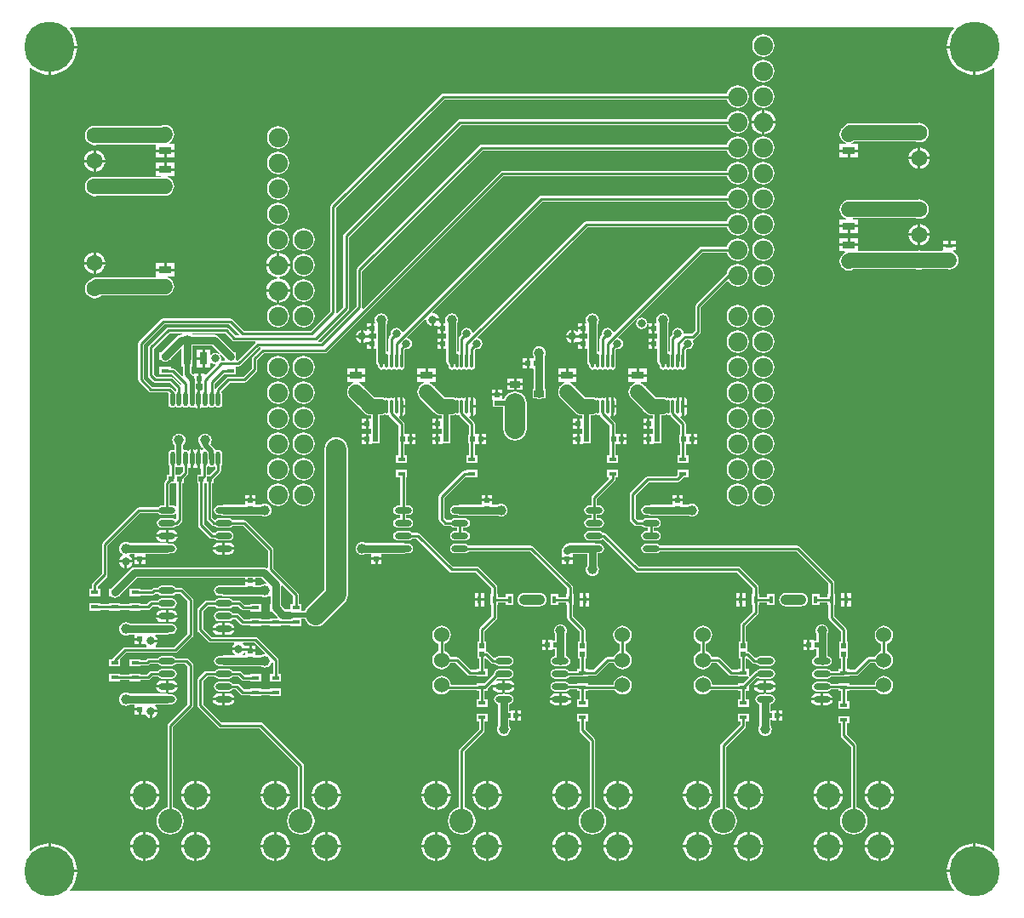
<source format=gtl>
G04*
G04 #@! TF.GenerationSoftware,Altium Limited,Altium Designer,19.1.5 (86)*
G04*
G04 Layer_Physical_Order=1*
G04 Layer_Color=255*
%FSLAX25Y25*%
%MOIN*%
G70*
G01*
G75*
%ADD10C,0.00984*%
%ADD14C,0.01968*%
%ADD30O,0.06496X0.02559*%
%ADD31R,0.03150X0.01772*%
%ADD32R,0.02047X0.02047*%
%ADD33R,0.02047X0.02047*%
%ADD34R,0.03937X0.02559*%
%ADD35R,0.05118X0.03150*%
%ADD36R,0.01772X0.03150*%
%ADD37O,0.01772X0.05512*%
%ADD38O,0.01181X0.05512*%
%ADD39R,0.03150X0.05118*%
%ADD40C,0.02953*%
%ADD41C,0.07874*%
%ADD42C,0.03937*%
%ADD43C,0.05906*%
%ADD44C,0.06000*%
%ADD45C,0.09449*%
%ADD46C,0.06299*%
%ADD47C,0.07500*%
%ADD48C,0.19685*%
%ADD49C,0.03150*%
%ADD50C,0.03937*%
G36*
X369992Y345957D02*
X369154Y344975D01*
X368262Y343520D01*
X367609Y341944D01*
X367211Y340284D01*
X367116Y339083D01*
X377953D01*
Y338583D01*
X378453D01*
Y327746D01*
X379654Y327840D01*
X381314Y328239D01*
X382890Y328892D01*
X384346Y329784D01*
X385327Y330622D01*
X385827Y330391D01*
Y23939D01*
X385327Y23709D01*
X384346Y24547D01*
X382890Y25439D01*
X381314Y26092D01*
X379654Y26490D01*
X378453Y26585D01*
Y15748D01*
X377953D01*
Y15248D01*
X367116D01*
X367211Y14047D01*
X367609Y12387D01*
X368262Y10810D01*
X369154Y9355D01*
X369992Y8374D01*
X369761Y7874D01*
X23939Y7874D01*
X23709Y8374D01*
X24547Y9355D01*
X25439Y10810D01*
X26092Y12387D01*
X26490Y14047D01*
X26585Y15248D01*
X15748D01*
Y15748D01*
X15248D01*
Y26585D01*
X14047Y26490D01*
X12387Y26092D01*
X10810Y25439D01*
X9355Y24547D01*
X8374Y23709D01*
X7874Y23939D01*
Y330391D01*
X8374Y330622D01*
X9355Y329784D01*
X10810Y328892D01*
X12387Y328239D01*
X14047Y327840D01*
X15248Y327746D01*
Y338583D01*
X15748D01*
Y339083D01*
X26585D01*
X26490Y340284D01*
X26092Y341944D01*
X25439Y343520D01*
X24547Y344975D01*
X23709Y345957D01*
X23939Y346457D01*
X369761Y346457D01*
X369992Y345957D01*
D02*
G37*
%LPC*%
G36*
X295276Y343544D02*
X294138Y343394D01*
X293079Y342955D01*
X292169Y342257D01*
X291470Y341347D01*
X291031Y340287D01*
X290882Y339150D01*
X291031Y338012D01*
X291470Y336953D01*
X292169Y336043D01*
X293079Y335344D01*
X294138Y334905D01*
X295276Y334756D01*
X296413Y334905D01*
X297473Y335344D01*
X298382Y336043D01*
X299081Y336953D01*
X299520Y338012D01*
X299670Y339150D01*
X299520Y340287D01*
X299081Y341347D01*
X298382Y342257D01*
X297473Y342955D01*
X296413Y343394D01*
X295276Y343544D01*
D02*
G37*
G36*
X377453Y338083D02*
X367116D01*
X367211Y336881D01*
X367609Y335222D01*
X368262Y333645D01*
X369154Y332190D01*
X370262Y330892D01*
X371560Y329784D01*
X373015Y328892D01*
X374592Y328239D01*
X376251Y327840D01*
X377453Y327746D01*
Y338083D01*
D02*
G37*
G36*
X26585D02*
X16248D01*
Y327746D01*
X17449Y327840D01*
X19109Y328239D01*
X20686Y328892D01*
X22141Y329784D01*
X23439Y330892D01*
X24547Y332190D01*
X25439Y333645D01*
X26092Y335222D01*
X26490Y336881D01*
X26585Y338083D01*
D02*
G37*
G36*
X295276Y333543D02*
X294138Y333394D01*
X293079Y332955D01*
X292169Y332257D01*
X291470Y331347D01*
X291031Y330287D01*
X290882Y329150D01*
X291031Y328012D01*
X291470Y326953D01*
X292169Y326043D01*
X293079Y325344D01*
X294138Y324905D01*
X295276Y324756D01*
X296413Y324905D01*
X297473Y325344D01*
X298382Y326043D01*
X299081Y326953D01*
X299520Y328012D01*
X299670Y329150D01*
X299520Y330287D01*
X299081Y331347D01*
X298382Y332257D01*
X297473Y332955D01*
X296413Y333394D01*
X295276Y333543D01*
D02*
G37*
G36*
X285276Y323544D02*
X284138Y323394D01*
X283079Y322955D01*
X282169Y322257D01*
X281470Y321346D01*
X281031Y320287D01*
X281029Y320269D01*
X169937D01*
X169937Y320270D01*
X169508Y320184D01*
X169145Y319941D01*
X125980Y276776D01*
X125737Y276413D01*
X125652Y275984D01*
Y235110D01*
X118040Y227498D01*
X91803D01*
X87406Y231894D01*
X87043Y232137D01*
X86614Y232222D01*
X60236D01*
X60236Y232222D01*
X59808Y232137D01*
X59444Y231894D01*
X50783Y223233D01*
X50540Y222869D01*
X50455Y222441D01*
Y208268D01*
X50540Y207839D01*
X50783Y207476D01*
X54720Y203539D01*
X54720Y203539D01*
X55083Y203296D01*
X55512Y203211D01*
X62096D01*
X62431Y202834D01*
X62357Y202461D01*
Y198721D01*
X62472Y198138D01*
X62802Y197645D01*
X63296Y197315D01*
X63878Y197199D01*
X64460Y197315D01*
X64954Y197645D01*
X65361D01*
X65855Y197315D01*
X66437Y197199D01*
X67019Y197315D01*
X67379Y197555D01*
X67717Y197611D01*
X68054Y197555D01*
X68414Y197315D01*
X68996Y197199D01*
X69578Y197315D01*
X69938Y197555D01*
X70276Y197611D01*
X70613Y197555D01*
X70973Y197315D01*
X71555Y197199D01*
X72137Y197315D01*
X72585Y197614D01*
X72755Y197361D01*
X73378Y196944D01*
X73614Y196897D01*
Y200591D01*
Y204342D01*
X73177Y204658D01*
Y206638D01*
X73949D01*
Y208662D01*
Y210685D01*
X72425D01*
Y210291D01*
X71884D01*
X71208Y210967D01*
Y213370D01*
X71768D01*
Y219701D01*
X71710D01*
Y221597D01*
X79435D01*
X82408Y218625D01*
X82089Y218236D01*
X81560Y218590D01*
X80709Y218759D01*
X79858Y218590D01*
X79158Y218122D01*
X78950Y218164D01*
X78658Y218253D01*
Y220094D01*
X76583D01*
Y216535D01*
Y212976D01*
X78658D01*
Y214818D01*
X78950Y214907D01*
X79158Y214949D01*
X79858Y214481D01*
X80555Y214342D01*
X80774Y213854D01*
X76934Y210014D01*
X76473Y210206D01*
Y210685D01*
X74949D01*
Y208662D01*
Y206638D01*
X75553D01*
Y204368D01*
X75053Y204101D01*
X74850Y204237D01*
X74614Y204284D01*
Y200591D01*
Y196897D01*
X74850Y196944D01*
X75474Y197361D01*
X75643Y197614D01*
X76091Y197315D01*
X76673Y197199D01*
X77255Y197315D01*
X77615Y197555D01*
X77953Y197611D01*
X78290Y197555D01*
X78650Y197315D01*
X79232Y197199D01*
X79814Y197315D01*
X80174Y197555D01*
X80512Y197611D01*
X80850Y197555D01*
X81209Y197315D01*
X81791Y197199D01*
X82374Y197315D01*
X82867Y197645D01*
X83197Y198138D01*
X83313Y198721D01*
Y202461D01*
X83197Y203043D01*
X82911Y203470D01*
Y203768D01*
X86291Y207148D01*
X92126D01*
X92555Y207233D01*
X92918Y207476D01*
X96855Y211413D01*
X97098Y211776D01*
X97183Y212205D01*
Y216072D01*
X99677Y218565D01*
X123706D01*
X124135Y218650D01*
X124498Y218893D01*
X193461Y287856D01*
X281096D01*
X281470Y286953D01*
X282169Y286043D01*
X283079Y285344D01*
X284138Y284905D01*
X285276Y284756D01*
X286413Y284905D01*
X287473Y285344D01*
X288383Y286043D01*
X289081Y286953D01*
X289520Y288012D01*
X289669Y289150D01*
X289520Y290287D01*
X289081Y291347D01*
X288383Y292257D01*
X287473Y292955D01*
X286413Y293394D01*
X285276Y293544D01*
X284138Y293394D01*
X283079Y292955D01*
X282169Y292257D01*
X281470Y291347D01*
X281031Y290287D01*
X281006Y290096D01*
X192997D01*
X192997Y290096D01*
X192569Y290011D01*
X192205Y289768D01*
X192205Y289768D01*
X138535Y236098D01*
X138074Y236344D01*
X138128Y236614D01*
X138128Y236614D01*
Y250745D01*
X185412Y298030D01*
X281029D01*
X281031Y298012D01*
X281470Y296953D01*
X282169Y296043D01*
X283079Y295344D01*
X284138Y294905D01*
X285276Y294756D01*
X286413Y294905D01*
X287473Y295344D01*
X288383Y296043D01*
X289081Y296953D01*
X289520Y298012D01*
X289669Y299150D01*
X289520Y300287D01*
X289081Y301346D01*
X288383Y302257D01*
X287473Y302955D01*
X286413Y303394D01*
X285276Y303543D01*
X284138Y303394D01*
X283079Y302955D01*
X282169Y302257D01*
X281470Y301346D01*
X281031Y300287D01*
X281029Y300270D01*
X184949D01*
X184948Y300270D01*
X184520Y300184D01*
X184157Y299941D01*
X136216Y252001D01*
X135973Y251638D01*
X135888Y251209D01*
Y237078D01*
X121977Y223167D01*
X121097D01*
X120949Y223461D01*
X120920Y223667D01*
X132682Y235429D01*
X132682Y235429D01*
X132924Y235792D01*
X133010Y236221D01*
Y264103D01*
X176936Y308030D01*
X281029D01*
X281031Y308012D01*
X281470Y306953D01*
X282169Y306043D01*
X283079Y305344D01*
X284138Y304905D01*
X285276Y304756D01*
X286413Y304905D01*
X287473Y305344D01*
X288383Y306043D01*
X289081Y306953D01*
X289520Y308012D01*
X289669Y309150D01*
X289520Y310287D01*
X289081Y311347D01*
X288383Y312257D01*
X287473Y312955D01*
X286413Y313394D01*
X285276Y313544D01*
X284138Y313394D01*
X283079Y312955D01*
X282169Y312257D01*
X281470Y311347D01*
X281031Y310287D01*
X281029Y310269D01*
X176472D01*
X176044Y310184D01*
X175680Y309942D01*
X175680Y309942D01*
X131098Y265359D01*
X130855Y264996D01*
X130770Y264567D01*
Y236684D01*
X128320Y234234D01*
X127859Y234480D01*
X127892Y234646D01*
X127892Y234646D01*
Y275520D01*
X170401Y318030D01*
X281029D01*
X281031Y318012D01*
X281470Y316953D01*
X282169Y316043D01*
X283079Y315344D01*
X284138Y314905D01*
X285276Y314756D01*
X286413Y314905D01*
X287473Y315344D01*
X288383Y316043D01*
X289081Y316953D01*
X289520Y318012D01*
X289669Y319150D01*
X289520Y320287D01*
X289081Y321346D01*
X288383Y322257D01*
X287473Y322955D01*
X286413Y323394D01*
X285276Y323544D01*
D02*
G37*
G36*
X295276D02*
X294138Y323394D01*
X293079Y322955D01*
X292169Y322257D01*
X291470Y321346D01*
X291031Y320287D01*
X290882Y319150D01*
X291031Y318012D01*
X291470Y316953D01*
X292169Y316043D01*
X293079Y315344D01*
X294138Y314905D01*
X295276Y314756D01*
X296413Y314905D01*
X297473Y315344D01*
X298382Y316043D01*
X299081Y316953D01*
X299520Y318012D01*
X299670Y319150D01*
X299520Y320287D01*
X299081Y321346D01*
X298382Y322257D01*
X297473Y322955D01*
X296413Y323394D01*
X295276Y323544D01*
D02*
G37*
G36*
X295776Y313875D02*
Y309650D01*
X300001D01*
X299903Y310390D01*
X299425Y311545D01*
X298663Y312537D01*
X297671Y313299D01*
X296516Y313777D01*
X295776Y313875D01*
D02*
G37*
G36*
X294776Y313875D02*
X294036Y313777D01*
X292880Y313299D01*
X291888Y312537D01*
X291126Y311545D01*
X290648Y310390D01*
X290550Y309650D01*
X294776D01*
Y313875D01*
D02*
G37*
G36*
X61024Y308019D02*
X60095Y307897D01*
X59229Y307538D01*
X59214Y307527D01*
X34613D01*
X34445Y307596D01*
X33465Y307725D01*
X32484Y307596D01*
X31570Y307218D01*
X30786Y306616D01*
X30184Y305831D01*
X29805Y304918D01*
X29676Y303937D01*
X29805Y302957D01*
X30184Y302043D01*
X30786Y301258D01*
X31570Y300656D01*
X32484Y300278D01*
X33465Y300149D01*
X34445Y300278D01*
X34613Y300347D01*
X57465D01*
Y298433D01*
X61024D01*
X64583D01*
Y300508D01*
X62730D01*
X62561Y301008D01*
X63070Y301399D01*
X63562Y301891D01*
X63836Y302248D01*
X64189D01*
Y302771D01*
X64491Y303500D01*
X64613Y304429D01*
X64491Y305358D01*
X64189Y306088D01*
Y306610D01*
X63836D01*
X63562Y306967D01*
X62818Y307538D01*
X61953Y307897D01*
X61024Y308019D01*
D02*
G37*
G36*
X300001Y308650D02*
X295776D01*
Y304424D01*
X296516Y304522D01*
X297671Y305000D01*
X298663Y305762D01*
X299425Y306754D01*
X299903Y307910D01*
X300001Y308650D01*
D02*
G37*
G36*
X294776D02*
X290550D01*
X290648Y307910D01*
X291126Y306754D01*
X291888Y305762D01*
X292880Y305000D01*
X294036Y304522D01*
X294776Y304424D01*
Y308650D01*
D02*
G37*
G36*
X356299Y308906D02*
X355319Y308777D01*
X355151Y308708D01*
X329429D01*
X328500Y308586D01*
X327634Y308227D01*
X326891Y307657D01*
X326202Y306967D01*
X325928Y306610D01*
X325575D01*
Y306087D01*
X325273Y305358D01*
X325150Y304429D01*
X325273Y303500D01*
X325575Y302771D01*
Y302248D01*
X325928D01*
X326202Y301891D01*
X326945Y301320D01*
X327700Y301008D01*
X327600Y300508D01*
X325181D01*
Y298433D01*
X328740D01*
Y297933D01*
D01*
Y298433D01*
X332299D01*
Y300508D01*
X329880D01*
X329781Y301008D01*
X330535Y301320D01*
X330806Y301528D01*
X355151D01*
X355319Y301459D01*
X356299Y301330D01*
X357280Y301459D01*
X358193Y301837D01*
X358978Y302439D01*
X359580Y303224D01*
X359958Y304138D01*
X360087Y305118D01*
X359958Y306099D01*
X359580Y307012D01*
X358978Y307797D01*
X358193Y308399D01*
X357280Y308777D01*
X356299Y308906D01*
D02*
G37*
G36*
X105276Y307543D02*
X104138Y307394D01*
X103079Y306955D01*
X102169Y306257D01*
X101470Y305346D01*
X101031Y304287D01*
X100882Y303150D01*
X101031Y302012D01*
X101470Y300953D01*
X102169Y300043D01*
X103079Y299344D01*
X104138Y298905D01*
X105276Y298756D01*
X106413Y298905D01*
X107473Y299344D01*
X108382Y300043D01*
X109081Y300953D01*
X109520Y302012D01*
X109669Y303150D01*
X109520Y304287D01*
X109081Y305346D01*
X108382Y306257D01*
X107473Y306955D01*
X106413Y307394D01*
X105276Y307543D01*
D02*
G37*
G36*
X356799Y299238D02*
Y295618D01*
X360419D01*
X360342Y296201D01*
X359924Y297211D01*
X359259Y298078D01*
X358392Y298743D01*
X357382Y299161D01*
X356799Y299238D01*
D02*
G37*
G36*
X355799Y299238D02*
X355216Y299161D01*
X354206Y298743D01*
X353340Y298078D01*
X352675Y297211D01*
X352256Y296201D01*
X352180Y295618D01*
X355799D01*
Y299238D01*
D02*
G37*
G36*
X64583Y297433D02*
X61524D01*
Y295358D01*
X64583D01*
Y297433D01*
D02*
G37*
G36*
X60524D02*
X57465D01*
Y295358D01*
X60524D01*
Y297433D01*
D02*
G37*
G36*
X332299Y297433D02*
X329240D01*
Y295358D01*
X332299D01*
Y297433D01*
D02*
G37*
G36*
X328240D02*
X325181D01*
Y295358D01*
X328240D01*
Y297433D01*
D02*
G37*
G36*
X295276Y303543D02*
X294138Y303394D01*
X293079Y302955D01*
X292169Y302257D01*
X291470Y301346D01*
X291031Y300287D01*
X290882Y299150D01*
X291031Y298012D01*
X291470Y296953D01*
X292169Y296043D01*
X293079Y295344D01*
X294138Y294905D01*
X295276Y294756D01*
X296413Y294905D01*
X297473Y295344D01*
X298382Y296043D01*
X299081Y296953D01*
X299520Y298012D01*
X299670Y299150D01*
X299520Y300287D01*
X299081Y301346D01*
X298382Y302257D01*
X297473Y302955D01*
X296413Y303394D01*
X295276Y303543D01*
D02*
G37*
G36*
X33965Y298057D02*
Y294437D01*
X37584D01*
X37507Y295020D01*
X37089Y296030D01*
X36424Y296897D01*
X35557Y297562D01*
X34548Y297980D01*
X33965Y298057D01*
D02*
G37*
G36*
X32965D02*
X32381Y297980D01*
X31372Y297562D01*
X30505Y296897D01*
X29840Y296030D01*
X29422Y295020D01*
X29345Y294437D01*
X32965D01*
Y298057D01*
D02*
G37*
G36*
X64583Y293224D02*
X61524D01*
Y291150D01*
X64583D01*
Y293224D01*
D02*
G37*
G36*
X60524D02*
X57465D01*
Y291150D01*
X60524D01*
Y293224D01*
D02*
G37*
G36*
X355799Y294618D02*
X352180D01*
X352256Y294035D01*
X352675Y293025D01*
X353340Y292159D01*
X354206Y291493D01*
X355216Y291075D01*
X355799Y290999D01*
Y294618D01*
D02*
G37*
G36*
X360419D02*
X356799D01*
Y290999D01*
X357382Y291075D01*
X358392Y291493D01*
X359259Y292159D01*
X359924Y293025D01*
X360342Y294035D01*
X360419Y294618D01*
D02*
G37*
G36*
X37584Y293437D02*
X33965D01*
Y289817D01*
X34548Y289894D01*
X35557Y290312D01*
X36424Y290978D01*
X37089Y291844D01*
X37507Y292854D01*
X37584Y293437D01*
D02*
G37*
G36*
X32965D02*
X29345D01*
X29422Y292854D01*
X29840Y291844D01*
X30505Y290978D01*
X31372Y290312D01*
X32381Y289894D01*
X32965Y289817D01*
Y293437D01*
D02*
G37*
G36*
X105276Y297544D02*
X104138Y297394D01*
X103079Y296955D01*
X102169Y296257D01*
X101470Y295346D01*
X101031Y294287D01*
X100882Y293150D01*
X101031Y292012D01*
X101470Y290953D01*
X102169Y290043D01*
X103079Y289344D01*
X104138Y288905D01*
X105276Y288756D01*
X106413Y288905D01*
X107473Y289344D01*
X108382Y290043D01*
X109081Y290953D01*
X109520Y292012D01*
X109669Y293150D01*
X109520Y294287D01*
X109081Y295346D01*
X108382Y296257D01*
X107473Y296955D01*
X106413Y297394D01*
X105276Y297544D01*
D02*
G37*
G36*
X64583Y290150D02*
X57465D01*
Y288075D01*
X59291D01*
X59523Y287575D01*
X59483Y287527D01*
X34613D01*
X34445Y287596D01*
X33465Y287725D01*
X32484Y287596D01*
X31570Y287218D01*
X30786Y286616D01*
X30184Y285831D01*
X29805Y284917D01*
X29676Y283937D01*
X29805Y282957D01*
X30184Y282043D01*
X30786Y281258D01*
X31570Y280656D01*
X32484Y280278D01*
X33465Y280149D01*
X34445Y280278D01*
X34613Y280347D01*
X60807D01*
X61736Y280470D01*
X62602Y280828D01*
X63345Y281399D01*
X63562Y281615D01*
X63836Y281972D01*
X64189D01*
Y282495D01*
X64491Y283224D01*
X64613Y284154D01*
X64491Y285083D01*
X64189Y285812D01*
Y286335D01*
X63836D01*
X63562Y286692D01*
X62818Y287262D01*
X62064Y287575D01*
X62164Y288075D01*
X64583D01*
Y290150D01*
D02*
G37*
G36*
X295276Y293544D02*
X294138Y293394D01*
X293079Y292955D01*
X292169Y292257D01*
X291470Y291347D01*
X291031Y290287D01*
X290882Y289150D01*
X291031Y288012D01*
X291470Y286953D01*
X292169Y286043D01*
X293079Y285344D01*
X294138Y284905D01*
X295276Y284756D01*
X296413Y284905D01*
X297473Y285344D01*
X298382Y286043D01*
X299081Y286953D01*
X299520Y288012D01*
X299670Y289150D01*
X299520Y290287D01*
X299081Y291347D01*
X298382Y292257D01*
X297473Y292955D01*
X296413Y293394D01*
X295276Y293544D01*
D02*
G37*
G36*
X105276Y287544D02*
X104138Y287394D01*
X103079Y286955D01*
X102169Y286257D01*
X101470Y285347D01*
X101031Y284287D01*
X100882Y283150D01*
X101031Y282012D01*
X101470Y280953D01*
X102169Y280043D01*
X103079Y279344D01*
X104138Y278905D01*
X105276Y278756D01*
X106413Y278905D01*
X107473Y279344D01*
X108382Y280043D01*
X109081Y280953D01*
X109520Y282012D01*
X109669Y283150D01*
X109520Y284287D01*
X109081Y285347D01*
X108382Y286257D01*
X107473Y286955D01*
X106413Y287394D01*
X105276Y287544D01*
D02*
G37*
G36*
X295276Y283543D02*
X294138Y283394D01*
X293079Y282955D01*
X292169Y282257D01*
X291470Y281347D01*
X291031Y280287D01*
X290882Y279150D01*
X291031Y278012D01*
X291470Y276953D01*
X292169Y276043D01*
X293079Y275344D01*
X294138Y274905D01*
X295276Y274756D01*
X296413Y274905D01*
X297473Y275344D01*
X298382Y276043D01*
X299081Y276953D01*
X299520Y278012D01*
X299670Y279150D01*
X299520Y280287D01*
X299081Y281347D01*
X298382Y282257D01*
X297473Y282955D01*
X296413Y283394D01*
X295276Y283543D01*
D02*
G37*
G36*
X285276D02*
X284138Y283394D01*
X283079Y282955D01*
X282169Y282257D01*
X281470Y281347D01*
X281031Y280287D01*
X281029Y280270D01*
X208283D01*
X207855Y280184D01*
X207492Y279942D01*
X154245Y226695D01*
X153703Y226860D01*
X153629Y227229D01*
X153147Y227950D01*
X152426Y228432D01*
X151575Y228602D01*
X150724Y228432D01*
X150002Y227950D01*
X149520Y227229D01*
X149351Y226378D01*
X149457Y225844D01*
X148814Y225201D01*
X148572Y224838D01*
X148486Y224410D01*
Y219504D01*
X147986Y219218D01*
X147793Y219332D01*
Y228346D01*
Y230152D01*
X147918Y230316D01*
X148178Y230942D01*
X148266Y231614D01*
X148178Y232286D01*
X147918Y232913D01*
X147506Y233451D01*
X146968Y233863D01*
X146342Y234123D01*
X145669Y234211D01*
X144997Y234123D01*
X144371Y233863D01*
X143833Y233451D01*
X143420Y232913D01*
X143161Y232286D01*
X143072Y231614D01*
X143161Y230942D01*
X143226Y230786D01*
X142948Y230370D01*
X142587D01*
Y228346D01*
Y226323D01*
X143546D01*
Y224465D01*
X142587D01*
Y222441D01*
Y220417D01*
X143546D01*
Y215551D01*
X143708Y214739D01*
X144168Y214050D01*
X144449Y213862D01*
Y213386D01*
X144542Y212919D01*
X144806Y212523D01*
X145202Y212258D01*
X145669Y212165D01*
X146136Y212258D01*
X146284Y212357D01*
X146654Y212482D01*
X147023Y212357D01*
X147171Y212258D01*
X147638Y212165D01*
X148105Y212258D01*
X148501Y212523D01*
X148743D01*
X149139Y212258D01*
X149606Y212165D01*
X150073Y212258D01*
X150221Y212357D01*
X150591Y212482D01*
X150960Y212357D01*
X151108Y212258D01*
X151575Y212165D01*
X152042Y212258D01*
X152438Y212523D01*
X152681D01*
X153076Y212258D01*
X153543Y212165D01*
X154010Y212258D01*
X154406Y212523D01*
X154671Y212919D01*
X154764Y213386D01*
Y217717D01*
X154671Y218183D01*
X154663Y218195D01*
Y219978D01*
X155038Y220311D01*
X155512Y220217D01*
X156363Y220386D01*
X157084Y220868D01*
X157566Y221590D01*
X157736Y222441D01*
X157566Y223292D01*
X157084Y224013D01*
X156363Y224496D01*
X155994Y224569D01*
X155829Y225112D01*
X162791Y232073D01*
X163265Y231840D01*
X163257Y231784D01*
X163346Y231111D01*
X163605Y230485D01*
X164018Y229947D01*
X164556Y229534D01*
X165182Y229275D01*
X165354Y229252D01*
Y231784D01*
X165854D01*
Y232283D01*
X168386D01*
X168363Y232456D01*
X168103Y233082D01*
X167691Y233620D01*
X167153Y234033D01*
X166526Y234292D01*
X165854Y234381D01*
X165798Y234373D01*
X165564Y234847D01*
X208747Y278030D01*
X281029D01*
X281031Y278012D01*
X281470Y276953D01*
X282169Y276043D01*
X283079Y275344D01*
X284138Y274905D01*
X285276Y274756D01*
X286413Y274905D01*
X287473Y275344D01*
X288383Y276043D01*
X289081Y276953D01*
X289520Y278012D01*
X289669Y279150D01*
X289520Y280287D01*
X289081Y281347D01*
X288383Y282257D01*
X287473Y282955D01*
X286413Y283394D01*
X285276Y283543D01*
D02*
G37*
G36*
X356299Y278906D02*
X355319Y278777D01*
X355151Y278708D01*
X328957D01*
X328028Y278586D01*
X327162Y278227D01*
X326418Y277657D01*
X326202Y277440D01*
X325928Y277083D01*
X325575D01*
Y276560D01*
X325273Y275831D01*
X325150Y274902D01*
X325273Y273973D01*
X325575Y273243D01*
Y272721D01*
X325928D01*
X326202Y272363D01*
X326945Y271793D01*
X327700Y271480D01*
X327600Y270980D01*
X325181D01*
Y268905D01*
X328740D01*
X332299D01*
Y270980D01*
X330472D01*
X330240Y271480D01*
X330281Y271528D01*
X355151D01*
X355319Y271459D01*
X356299Y271330D01*
X357280Y271459D01*
X358193Y271837D01*
X358978Y272439D01*
X359580Y273224D01*
X359958Y274138D01*
X360087Y275118D01*
X359958Y276099D01*
X359580Y277012D01*
X358978Y277797D01*
X358193Y278399D01*
X357280Y278777D01*
X356299Y278906D01*
D02*
G37*
G36*
X285276Y273544D02*
X284138Y273394D01*
X283079Y272955D01*
X282169Y272257D01*
X281470Y271346D01*
X281031Y270287D01*
X281029Y270269D01*
X225999D01*
X225999Y270270D01*
X225570Y270184D01*
X225207Y269941D01*
X225207Y269941D01*
X181830Y226565D01*
X181288Y226729D01*
X181188Y227229D01*
X180706Y227950D01*
X179985Y228432D01*
X179134Y228602D01*
X178283Y228432D01*
X177561Y227950D01*
X177079Y227229D01*
X176910Y226378D01*
X177016Y225844D01*
X176374Y225201D01*
X176131Y224838D01*
X176045Y224410D01*
Y219504D01*
X175545Y219218D01*
X175352Y219332D01*
Y228346D01*
Y230152D01*
X175477Y230316D01*
X175737Y230942D01*
X175825Y231614D01*
X175737Y232286D01*
X175477Y232913D01*
X175065Y233451D01*
X174527Y233863D01*
X173900Y234123D01*
X173228Y234211D01*
X172556Y234123D01*
X171930Y233863D01*
X171392Y233451D01*
X170979Y232913D01*
X170720Y232286D01*
X170631Y231614D01*
X170720Y230942D01*
X170784Y230786D01*
X170507Y230370D01*
X170146D01*
Y228346D01*
Y226323D01*
X171105D01*
Y224465D01*
X170146D01*
Y222441D01*
Y220417D01*
X171105D01*
Y215551D01*
X171266Y214739D01*
X171727Y214050D01*
X172008Y213862D01*
Y213386D01*
X172101Y212919D01*
X172365Y212523D01*
X172761Y212258D01*
X173228Y212165D01*
X173695Y212258D01*
X174091Y212523D01*
X174334D01*
X174730Y212258D01*
X175197Y212165D01*
X175664Y212258D01*
X176060Y212523D01*
X176303D01*
X176698Y212258D01*
X177165Y212165D01*
X177632Y212258D01*
X177780Y212357D01*
X178150Y212482D01*
X178519Y212357D01*
X178667Y212258D01*
X179134Y212165D01*
X179601Y212258D01*
X179997Y212523D01*
X180239D01*
X180635Y212258D01*
X181102Y212165D01*
X181569Y212258D01*
X181965Y212523D01*
X182230Y212919D01*
X182323Y213386D01*
Y217717D01*
X182230Y218183D01*
X182222Y218195D01*
Y219978D01*
X182597Y220311D01*
X183071Y220217D01*
X183922Y220386D01*
X184643Y220868D01*
X185125Y221590D01*
X185295Y222441D01*
X185125Y223292D01*
X184643Y224013D01*
X183922Y224496D01*
X183614Y224557D01*
X183468Y225035D01*
X226463Y268030D01*
X281029D01*
X281031Y268012D01*
X281470Y266953D01*
X282169Y266043D01*
X283079Y265344D01*
X284138Y264905D01*
X285276Y264756D01*
X286413Y264905D01*
X287473Y265344D01*
X288383Y266043D01*
X289081Y266953D01*
X289520Y268012D01*
X289669Y269150D01*
X289520Y270287D01*
X289081Y271346D01*
X288383Y272257D01*
X287473Y272955D01*
X286413Y273394D01*
X285276Y273544D01*
D02*
G37*
G36*
X105276Y277543D02*
X104138Y277394D01*
X103079Y276955D01*
X102169Y276257D01*
X101470Y275346D01*
X101031Y274287D01*
X100882Y273150D01*
X101031Y272012D01*
X101470Y270953D01*
X102169Y270043D01*
X103079Y269344D01*
X104138Y268905D01*
X105276Y268756D01*
X106413Y268905D01*
X107473Y269344D01*
X108382Y270043D01*
X109081Y270953D01*
X109520Y272012D01*
X109669Y273150D01*
X109520Y274287D01*
X109081Y275346D01*
X108382Y276257D01*
X107473Y276955D01*
X106413Y277394D01*
X105276Y277543D01*
D02*
G37*
G36*
X332299Y267905D02*
X329240D01*
Y265831D01*
X332299D01*
Y267905D01*
D02*
G37*
G36*
X328240D02*
X325181D01*
Y265831D01*
X328240D01*
Y267905D01*
D02*
G37*
G36*
X356799Y269238D02*
Y265618D01*
X360419D01*
X360342Y266201D01*
X359924Y267211D01*
X359259Y268078D01*
X358392Y268743D01*
X357382Y269161D01*
X356799Y269238D01*
D02*
G37*
G36*
X355799Y269238D02*
X355216Y269161D01*
X354206Y268743D01*
X353340Y268078D01*
X352675Y267211D01*
X352256Y266201D01*
X352180Y265618D01*
X355799D01*
Y269238D01*
D02*
G37*
G36*
X295276Y273544D02*
X294138Y273394D01*
X293079Y272955D01*
X292169Y272257D01*
X291470Y271346D01*
X291031Y270287D01*
X290882Y269150D01*
X291031Y268012D01*
X291470Y266953D01*
X292169Y266043D01*
X293079Y265344D01*
X294138Y264905D01*
X295276Y264756D01*
X296413Y264905D01*
X297473Y265344D01*
X298382Y266043D01*
X299081Y266953D01*
X299520Y268012D01*
X299670Y269150D01*
X299520Y270287D01*
X299081Y271346D01*
X298382Y272257D01*
X297473Y272955D01*
X296413Y273394D01*
X295276Y273544D01*
D02*
G37*
G36*
X332299Y263697D02*
X329240D01*
Y261622D01*
X332299D01*
Y263697D01*
D02*
G37*
G36*
X328240D02*
X325181D01*
Y261622D01*
X328240D01*
Y263697D01*
D02*
G37*
G36*
X370685Y262614D02*
X368610D01*
Y261228D01*
X370685D01*
Y262614D01*
D02*
G37*
G36*
X367610D02*
X365535D01*
Y261228D01*
X367610D01*
Y262614D01*
D02*
G37*
G36*
X355799Y264618D02*
X352180D01*
X352256Y264035D01*
X352675Y263025D01*
X353340Y262159D01*
X354206Y261493D01*
X355216Y261075D01*
X355799Y260999D01*
Y264618D01*
D02*
G37*
G36*
X360419D02*
X356799D01*
Y260999D01*
X357382Y261075D01*
X358392Y261493D01*
X359259Y262159D01*
X359924Y263025D01*
X360342Y264035D01*
X360419Y264618D01*
D02*
G37*
G36*
X115276Y267544D02*
X114138Y267394D01*
X113079Y266955D01*
X112169Y266257D01*
X111470Y265347D01*
X111031Y264287D01*
X110882Y263150D01*
X111031Y262012D01*
X111470Y260953D01*
X112169Y260043D01*
X113079Y259344D01*
X114138Y258905D01*
X115276Y258756D01*
X116413Y258905D01*
X117473Y259344D01*
X118383Y260043D01*
X119081Y260953D01*
X119520Y262012D01*
X119669Y263150D01*
X119520Y264287D01*
X119081Y265347D01*
X118383Y266257D01*
X117473Y266955D01*
X116413Y267394D01*
X115276Y267544D01*
D02*
G37*
G36*
X105276D02*
X104138Y267394D01*
X103079Y266955D01*
X102169Y266257D01*
X101470Y265347D01*
X101031Y264287D01*
X100882Y263150D01*
X101031Y262012D01*
X101470Y260953D01*
X102169Y260043D01*
X103079Y259344D01*
X104138Y258905D01*
X105276Y258756D01*
X106413Y258905D01*
X107473Y259344D01*
X108382Y260043D01*
X109081Y260953D01*
X109520Y262012D01*
X109669Y263150D01*
X109520Y264287D01*
X109081Y265347D01*
X108382Y266257D01*
X107473Y266955D01*
X106413Y267394D01*
X105276Y267544D01*
D02*
G37*
G36*
X295276Y263544D02*
X294138Y263394D01*
X293079Y262955D01*
X292169Y262257D01*
X291470Y261347D01*
X291031Y260287D01*
X290882Y259150D01*
X291031Y258012D01*
X291470Y256953D01*
X292169Y256043D01*
X293079Y255344D01*
X294138Y254905D01*
X295276Y254756D01*
X296413Y254905D01*
X297473Y255344D01*
X298382Y256043D01*
X299081Y256953D01*
X299520Y258012D01*
X299670Y259150D01*
X299520Y260287D01*
X299081Y261347D01*
X298382Y262257D01*
X297473Y262955D01*
X296413Y263394D01*
X295276Y263544D01*
D02*
G37*
G36*
X285276D02*
X284138Y263394D01*
X283079Y262955D01*
X282169Y262257D01*
X281470Y261347D01*
X281031Y260287D01*
X281029Y260269D01*
X270961D01*
X270532Y260184D01*
X270169Y259942D01*
X270169Y259942D01*
X236923Y226695D01*
X236380Y226860D01*
X236307Y227229D01*
X235824Y227950D01*
X235103Y228432D01*
X234252Y228602D01*
X233401Y228432D01*
X232680Y227950D01*
X232197Y227229D01*
X232028Y226378D01*
X232134Y225844D01*
X231492Y225201D01*
X231249Y224838D01*
X231164Y224410D01*
Y219504D01*
X230663Y219218D01*
X230470Y219332D01*
Y230152D01*
X230596Y230316D01*
X230855Y230942D01*
X230943Y231614D01*
X230855Y232286D01*
X230596Y232913D01*
X230183Y233451D01*
X229645Y233863D01*
X229019Y234123D01*
X228346Y234211D01*
X227674Y234123D01*
X227048Y233863D01*
X226510Y233451D01*
X226097Y232913D01*
X225838Y232286D01*
X225749Y231614D01*
X225838Y230942D01*
X225903Y230786D01*
X225625Y230370D01*
X225264D01*
Y228346D01*
Y226323D01*
X226223D01*
Y224465D01*
X225264D01*
Y222441D01*
X224764D01*
D01*
X225264D01*
Y220417D01*
X226223D01*
Y215551D01*
X226385Y214739D01*
X226845Y214050D01*
X227126Y213862D01*
Y213386D01*
X227219Y212919D01*
X227484Y212523D01*
X227880Y212258D01*
X228346Y212165D01*
X228814Y212258D01*
X229209Y212523D01*
X229452D01*
X229848Y212258D01*
X230315Y212165D01*
X230782Y212258D01*
X231178Y212523D01*
X231421D01*
X231817Y212258D01*
X232283Y212165D01*
X232751Y212258D01*
X233146Y212523D01*
X233389D01*
X233785Y212258D01*
X234252Y212165D01*
X234719Y212258D01*
X235115Y212523D01*
X235358D01*
X235753Y212258D01*
X236221Y212165D01*
X236687Y212258D01*
X237083Y212523D01*
X237348Y212919D01*
X237441Y213386D01*
Y217717D01*
X237348Y218183D01*
X237340Y218195D01*
Y219978D01*
X237715Y220311D01*
X238189Y220217D01*
X239040Y220386D01*
X239761Y220868D01*
X240244Y221590D01*
X240413Y222441D01*
X240244Y223292D01*
X239761Y224013D01*
X239040Y224496D01*
X238671Y224569D01*
X238506Y225112D01*
X271425Y258030D01*
X281029D01*
X281031Y258012D01*
X281470Y256953D01*
X282169Y256043D01*
X283079Y255344D01*
X284138Y254905D01*
X285276Y254756D01*
X286413Y254905D01*
X287473Y255344D01*
X288383Y256043D01*
X289081Y256953D01*
X289520Y258012D01*
X289669Y259150D01*
X289520Y260287D01*
X289081Y261347D01*
X288383Y262257D01*
X287473Y262955D01*
X286413Y263394D01*
X285276Y263544D01*
D02*
G37*
G36*
X33965Y258057D02*
Y254437D01*
X37584D01*
X37507Y255020D01*
X37089Y256030D01*
X36424Y256896D01*
X35557Y257562D01*
X34548Y257980D01*
X33965Y258057D01*
D02*
G37*
G36*
X32965D02*
X32381Y257980D01*
X31372Y257562D01*
X30505Y256896D01*
X29840Y256030D01*
X29422Y255020D01*
X29345Y254437D01*
X32965D01*
Y258057D01*
D02*
G37*
G36*
X105776Y257875D02*
Y253650D01*
X110001D01*
X109903Y254390D01*
X109425Y255545D01*
X108663Y256537D01*
X107671Y257299D01*
X106516Y257777D01*
X105776Y257875D01*
D02*
G37*
G36*
X104776D02*
X104036Y257777D01*
X102880Y257299D01*
X101888Y256537D01*
X101127Y255545D01*
X100648Y254390D01*
X100550Y253650D01*
X104776D01*
Y257875D01*
D02*
G37*
G36*
X64583Y253854D02*
X61524D01*
Y251780D01*
X64583D01*
Y253854D01*
D02*
G37*
G36*
X60524D02*
X57465D01*
Y251780D01*
X60524D01*
Y253854D01*
D02*
G37*
G36*
X332299Y260622D02*
X325181D01*
Y258547D01*
X327033D01*
X327203Y258047D01*
X326694Y257657D01*
X326202Y257164D01*
X325928Y256807D01*
X325575D01*
Y256284D01*
X325273Y255555D01*
X325150Y254626D01*
X325273Y253697D01*
X325575Y252968D01*
Y252445D01*
X325928D01*
X326202Y252088D01*
X326945Y251517D01*
X327811Y251159D01*
X328740Y251036D01*
X329669Y251159D01*
X330535Y251517D01*
X330550Y251528D01*
X355151D01*
X355319Y251459D01*
X356299Y251330D01*
X357280Y251459D01*
X357447Y251528D01*
X367363D01*
X368110Y251430D01*
X369039Y251552D01*
X369905Y251911D01*
X370649Y252481D01*
X371219Y253225D01*
X371578Y254091D01*
X371700Y255020D01*
X371578Y255949D01*
X371219Y256815D01*
X370649Y257558D01*
X370550Y257657D01*
X369807Y258227D01*
X369528Y258343D01*
X369627Y258842D01*
X370685D01*
Y260228D01*
X368110D01*
X365535D01*
Y258842D01*
X365091Y258708D01*
X357447D01*
X357280Y258777D01*
X356299Y258906D01*
X355319Y258777D01*
X355151Y258708D01*
X332299D01*
Y260622D01*
D02*
G37*
G36*
X37584Y253437D02*
X33965D01*
Y249817D01*
X34548Y249894D01*
X35557Y250312D01*
X36424Y250977D01*
X37089Y251844D01*
X37507Y252854D01*
X37584Y253437D01*
D02*
G37*
G36*
X32965D02*
X29345D01*
X29422Y252854D01*
X29840Y251844D01*
X30505Y250977D01*
X31372Y250312D01*
X32381Y249894D01*
X32965Y249817D01*
Y253437D01*
D02*
G37*
G36*
X115276Y257543D02*
X114138Y257394D01*
X113079Y256955D01*
X112169Y256257D01*
X111470Y255346D01*
X111031Y254287D01*
X110882Y253150D01*
X111031Y252012D01*
X111470Y250953D01*
X112169Y250043D01*
X113079Y249344D01*
X114138Y248905D01*
X115276Y248756D01*
X116413Y248905D01*
X117473Y249344D01*
X118383Y250043D01*
X119081Y250953D01*
X119520Y252012D01*
X119669Y253150D01*
X119520Y254287D01*
X119081Y255346D01*
X118383Y256257D01*
X117473Y256955D01*
X116413Y257394D01*
X115276Y257543D01*
D02*
G37*
G36*
X295276Y253543D02*
X294138Y253394D01*
X293079Y252955D01*
X292169Y252257D01*
X291470Y251346D01*
X291031Y250287D01*
X290882Y249150D01*
X291031Y248012D01*
X291470Y246953D01*
X292169Y246043D01*
X293079Y245344D01*
X294138Y244905D01*
X295276Y244756D01*
X296413Y244905D01*
X297473Y245344D01*
X298382Y246043D01*
X299081Y246953D01*
X299520Y248012D01*
X299670Y249150D01*
X299520Y250287D01*
X299081Y251346D01*
X298382Y252257D01*
X297473Y252955D01*
X296413Y253394D01*
X295276Y253543D01*
D02*
G37*
G36*
X285276D02*
X284138Y253394D01*
X283079Y252955D01*
X282169Y252257D01*
X281470Y251346D01*
X281031Y250287D01*
X280979Y249885D01*
X268893Y237800D01*
X268650Y237437D01*
X268565Y237008D01*
Y227557D01*
X267242Y226234D01*
X264641D01*
X264511Y226208D01*
X264110Y226351D01*
X263995Y226577D01*
X263866Y227229D01*
X263384Y227950D01*
X262662Y228432D01*
X261811Y228602D01*
X260960Y228432D01*
X260239Y227950D01*
X259756Y227229D01*
X259587Y226378D01*
X259693Y225844D01*
X259051Y225201D01*
X258808Y224838D01*
X258723Y224410D01*
Y219504D01*
X258223Y219218D01*
X258029Y219332D01*
Y230152D01*
X258155Y230316D01*
X258414Y230942D01*
X258503Y231614D01*
X258414Y232286D01*
X258155Y232913D01*
X257742Y233451D01*
X257204Y233863D01*
X256578Y234123D01*
X255906Y234211D01*
X255233Y234123D01*
X254607Y233863D01*
X254069Y233451D01*
X253656Y232913D01*
X253397Y232286D01*
X253309Y231614D01*
X253397Y230942D01*
X253462Y230786D01*
X253184Y230370D01*
X252823D01*
Y228346D01*
Y226323D01*
X253782D01*
Y224465D01*
X252823D01*
Y222441D01*
Y220417D01*
X253782D01*
Y215551D01*
X253944Y214739D01*
X254404Y214050D01*
X254685Y213862D01*
Y213386D01*
X254778Y212919D01*
X255043Y212523D01*
X255438Y212258D01*
X255906Y212165D01*
X256372Y212258D01*
X256768Y212523D01*
X257011D01*
X257407Y212258D01*
X257874Y212165D01*
X258341Y212258D01*
X258737Y212523D01*
X258980D01*
X259376Y212258D01*
X259842Y212165D01*
X260310Y212258D01*
X260705Y212523D01*
X260948D01*
X261344Y212258D01*
X261811Y212165D01*
X262278Y212258D01*
X262674Y212523D01*
X262917D01*
X263313Y212258D01*
X263780Y212165D01*
X264247Y212258D01*
X264642Y212523D01*
X264907Y212919D01*
X265000Y213386D01*
Y217717D01*
X264907Y218183D01*
X264899Y218195D01*
Y219978D01*
X265274Y220311D01*
X265748Y220217D01*
X266599Y220386D01*
X267320Y220868D01*
X267803Y221590D01*
X267972Y222441D01*
X267803Y223292D01*
X267639Y223536D01*
X267908Y224034D01*
X268134Y224079D01*
X268498Y224322D01*
X270477Y226302D01*
X270720Y226665D01*
X270805Y227093D01*
Y236544D01*
X281039Y246778D01*
X281666Y246698D01*
X282169Y246043D01*
X283079Y245344D01*
X284138Y244905D01*
X285276Y244756D01*
X286413Y244905D01*
X287473Y245344D01*
X288383Y246043D01*
X289081Y246953D01*
X289520Y248012D01*
X289669Y249150D01*
X289520Y250287D01*
X289081Y251346D01*
X288383Y252257D01*
X287473Y252955D01*
X286413Y253394D01*
X285276Y253543D01*
D02*
G37*
G36*
X110001Y252650D02*
X105276D01*
X100550D01*
X100648Y251910D01*
X101127Y250754D01*
X101888Y249762D01*
X102880Y249001D01*
X104036Y248522D01*
X104948Y248402D01*
Y247897D01*
X104036Y247777D01*
X102880Y247299D01*
X101888Y246537D01*
X101127Y245545D01*
X100648Y244390D01*
X100550Y243650D01*
X105276D01*
X110001D01*
X109903Y244390D01*
X109425Y245545D01*
X108663Y246537D01*
X107671Y247299D01*
X106516Y247777D01*
X105603Y247897D01*
Y248402D01*
X106516Y248522D01*
X107671Y249001D01*
X108663Y249762D01*
X109425Y250754D01*
X109903Y251910D01*
X110001Y252650D01*
D02*
G37*
G36*
X64583Y250780D02*
X57465D01*
Y248873D01*
X57465Y248705D01*
X57102Y248373D01*
X34311D01*
X33382Y248251D01*
X32516Y247892D01*
X31773Y247322D01*
X31738Y247287D01*
X31570Y247218D01*
X30786Y246616D01*
X30184Y245831D01*
X29805Y244917D01*
X29676Y243937D01*
X29805Y242956D01*
X30184Y242043D01*
X30786Y241258D01*
X31570Y240656D01*
X32484Y240278D01*
X33465Y240149D01*
X34445Y240278D01*
X35359Y240656D01*
X36059Y241194D01*
X61024D01*
X61953Y241316D01*
X62818Y241675D01*
X63562Y242245D01*
X63836Y242602D01*
X64189D01*
Y243125D01*
X64491Y243854D01*
X64613Y244783D01*
X64491Y245713D01*
X64189Y246442D01*
Y246965D01*
X63836D01*
X63562Y247322D01*
X62818Y247892D01*
X62064Y248205D01*
X62164Y248705D01*
X64583D01*
Y250780D01*
D02*
G37*
G36*
X115276Y247544D02*
X114138Y247394D01*
X113079Y246955D01*
X112169Y246257D01*
X111470Y245346D01*
X111031Y244287D01*
X110882Y243150D01*
X111031Y242012D01*
X111470Y240953D01*
X112169Y240043D01*
X113079Y239344D01*
X114138Y238905D01*
X115276Y238756D01*
X116413Y238905D01*
X117473Y239344D01*
X118383Y240043D01*
X119081Y240953D01*
X119520Y242012D01*
X119669Y243150D01*
X119520Y244287D01*
X119081Y245346D01*
X118383Y246257D01*
X117473Y246955D01*
X116413Y247394D01*
X115276Y247544D01*
D02*
G37*
G36*
X110001Y242650D02*
X105776D01*
Y238424D01*
X106516Y238522D01*
X107671Y239001D01*
X108663Y239762D01*
X109425Y240754D01*
X109903Y241910D01*
X110001Y242650D01*
D02*
G37*
G36*
X104776D02*
X100550D01*
X100648Y241910D01*
X101127Y240754D01*
X101888Y239762D01*
X102880Y239001D01*
X104036Y238522D01*
X104776Y238424D01*
Y242650D01*
D02*
G37*
G36*
X168386Y231283D02*
X166354D01*
Y229252D01*
X166526Y229275D01*
X167153Y229534D01*
X167174Y229550D01*
X167622Y229329D01*
Y228847D01*
X169146D01*
Y230370D01*
X168597D01*
X168263Y230870D01*
X168363Y231111D01*
X168386Y231283D01*
D02*
G37*
G36*
X141587Y230370D02*
X140063D01*
Y228847D01*
X141587D01*
Y230370D01*
D02*
G37*
G36*
X247638Y232539D02*
X246787Y232369D01*
X246065Y231887D01*
X245583Y231166D01*
X245414Y230315D01*
X245583Y229464D01*
X246065Y228743D01*
X246787Y228260D01*
X247638Y228091D01*
X248489Y228260D01*
X249210Y228743D01*
X249692Y229464D01*
X249790Y229954D01*
X249799Y230001D01*
X250299Y229952D01*
X250299Y229870D01*
Y228846D01*
X251823D01*
Y230370D01*
X250497D01*
X250497Y230370D01*
X250497Y230370D01*
X250037Y230417D01*
X249834Y230454D01*
X249826Y230492D01*
X249692Y231166D01*
X249210Y231887D01*
X248489Y232369D01*
X247638Y232539D01*
D02*
G37*
G36*
X224264Y230370D02*
X222740D01*
Y228846D01*
X224264D01*
Y230370D01*
D02*
G37*
G36*
X295276Y237544D02*
X294138Y237394D01*
X293079Y236955D01*
X292169Y236257D01*
X291470Y235347D01*
X291031Y234287D01*
X290882Y233150D01*
X291031Y232012D01*
X291470Y230953D01*
X292169Y230043D01*
X293079Y229344D01*
X294138Y228905D01*
X295276Y228756D01*
X296413Y228905D01*
X297473Y229344D01*
X298382Y230043D01*
X299081Y230953D01*
X299520Y232012D01*
X299670Y233150D01*
X299520Y234287D01*
X299081Y235347D01*
X298382Y236257D01*
X297473Y236955D01*
X296413Y237394D01*
X295276Y237544D01*
D02*
G37*
G36*
X285276D02*
X284138Y237394D01*
X283079Y236955D01*
X282169Y236257D01*
X281470Y235347D01*
X281031Y234287D01*
X280882Y233150D01*
X281031Y232012D01*
X281470Y230953D01*
X282169Y230043D01*
X283079Y229344D01*
X284138Y228905D01*
X285276Y228756D01*
X286413Y228905D01*
X287473Y229344D01*
X288383Y230043D01*
X289081Y230953D01*
X289520Y232012D01*
X289669Y233150D01*
X289520Y234287D01*
X289081Y235347D01*
X288383Y236257D01*
X287473Y236955D01*
X286413Y237394D01*
X285276Y237544D01*
D02*
G37*
G36*
X115276D02*
X114138Y237394D01*
X113079Y236955D01*
X112169Y236257D01*
X111470Y235347D01*
X111031Y234287D01*
X110882Y233150D01*
X111031Y232012D01*
X111470Y230953D01*
X112169Y230043D01*
X113079Y229344D01*
X114138Y228905D01*
X115276Y228756D01*
X116413Y228905D01*
X117473Y229344D01*
X118383Y230043D01*
X119081Y230953D01*
X119520Y232012D01*
X119669Y233150D01*
X119520Y234287D01*
X119081Y235347D01*
X118383Y236257D01*
X117473Y236955D01*
X116413Y237394D01*
X115276Y237544D01*
D02*
G37*
G36*
X105276D02*
X104138Y237394D01*
X103079Y236955D01*
X102169Y236257D01*
X101470Y235347D01*
X101031Y234287D01*
X100882Y233150D01*
X101031Y232012D01*
X101470Y230953D01*
X102169Y230043D01*
X103079Y229344D01*
X104138Y228905D01*
X105276Y228756D01*
X106413Y228905D01*
X107473Y229344D01*
X108382Y230043D01*
X109081Y230953D01*
X109520Y232012D01*
X109669Y233150D01*
X109520Y234287D01*
X109081Y235347D01*
X108382Y236257D01*
X107473Y236955D01*
X106413Y237394D01*
X105276Y237544D01*
D02*
G37*
G36*
X141587Y227847D02*
X140063D01*
Y227635D01*
X139563Y227388D01*
X139488Y227446D01*
X138861Y227705D01*
X138689Y227728D01*
Y225697D01*
X140720D01*
X140704Y225823D01*
X140730Y225980D01*
X140960Y226323D01*
X141587D01*
Y227847D01*
D02*
G37*
G36*
X224264Y227846D02*
X222740D01*
Y227292D01*
X222506Y227152D01*
X222240Y227086D01*
X221771Y227446D01*
X221145Y227705D01*
X220972Y227728D01*
Y225697D01*
X223004D01*
X222987Y225823D01*
X223014Y225980D01*
X223243Y226323D01*
X224264D01*
Y227846D01*
D02*
G37*
G36*
X251823D02*
X250299D01*
Y226323D01*
X251823D01*
Y227846D01*
D02*
G37*
G36*
X169146Y227847D02*
X167622D01*
Y226323D01*
X169146D01*
Y227847D01*
D02*
G37*
G36*
X219972Y227728D02*
X219800Y227705D01*
X219174Y227446D01*
X218636Y227033D01*
X218223Y226495D01*
X217964Y225869D01*
X217941Y225697D01*
X219972D01*
Y227728D01*
D02*
G37*
G36*
X137689D02*
X137517Y227705D01*
X136890Y227446D01*
X136353Y227033D01*
X135940Y226495D01*
X135680Y225869D01*
X135658Y225697D01*
X137689D01*
Y227728D01*
D02*
G37*
G36*
X169146Y224465D02*
X167622D01*
Y222941D01*
X169146D01*
Y224465D01*
D02*
G37*
G36*
X140990Y224697D02*
X138689D01*
Y222666D01*
X138861Y222688D01*
X139488Y222948D01*
X139563Y223006D01*
X139694Y222941D01*
X141587D01*
Y224465D01*
X141194D01*
X140990Y224697D01*
D02*
G37*
G36*
X251823Y224465D02*
X250299D01*
Y222941D01*
X251823D01*
Y224465D01*
D02*
G37*
G36*
X223274Y224697D02*
X220972D01*
Y222666D01*
X221145Y222688D01*
X221771Y222948D01*
X222240Y223308D01*
X222506Y223242D01*
X222740Y223101D01*
Y222941D01*
X224264D01*
Y224465D01*
X223477D01*
X223274Y224697D01*
D02*
G37*
G36*
X219972D02*
X217941D01*
X217964Y224525D01*
X218223Y223898D01*
X218636Y223360D01*
X219174Y222948D01*
X219800Y222688D01*
X219972Y222666D01*
Y224697D01*
D02*
G37*
G36*
X137689D02*
X135658D01*
X135680Y224525D01*
X135940Y223898D01*
X136353Y223360D01*
X136890Y222948D01*
X137517Y222688D01*
X137689Y222666D01*
Y224697D01*
D02*
G37*
G36*
X251823Y221941D02*
X250299D01*
Y220417D01*
X251823D01*
Y221941D01*
D02*
G37*
G36*
X224264D02*
X222740D01*
Y220417D01*
X224264D01*
Y221941D01*
D02*
G37*
G36*
X169146Y221941D02*
X167622D01*
Y220417D01*
X169146D01*
Y221941D01*
D02*
G37*
G36*
X141587Y221941D02*
X140063D01*
Y220417D01*
X141587D01*
Y221941D01*
D02*
G37*
G36*
X295276Y227543D02*
X294138Y227394D01*
X293079Y226955D01*
X292169Y226257D01*
X291470Y225346D01*
X291031Y224287D01*
X290882Y223150D01*
X291031Y222012D01*
X291470Y220953D01*
X292169Y220043D01*
X293079Y219344D01*
X294138Y218905D01*
X295276Y218756D01*
X296413Y218905D01*
X297473Y219344D01*
X298382Y220043D01*
X299081Y220953D01*
X299520Y222012D01*
X299670Y223150D01*
X299520Y224287D01*
X299081Y225346D01*
X298382Y226257D01*
X297473Y226955D01*
X296413Y227394D01*
X295276Y227543D01*
D02*
G37*
G36*
X285276D02*
X284138Y227394D01*
X283079Y226955D01*
X282169Y226257D01*
X281470Y225346D01*
X281031Y224287D01*
X280882Y223150D01*
X281031Y222012D01*
X281470Y220953D01*
X282169Y220043D01*
X283079Y219344D01*
X284138Y218905D01*
X285276Y218756D01*
X286413Y218905D01*
X287473Y219344D01*
X288383Y220043D01*
X289081Y220953D01*
X289520Y222012D01*
X289669Y223150D01*
X289520Y224287D01*
X289081Y225346D01*
X288383Y226257D01*
X287473Y226955D01*
X286413Y227394D01*
X285276Y227543D01*
D02*
G37*
G36*
X75583Y220094D02*
X73508D01*
Y217036D01*
X75583D01*
Y220094D01*
D02*
G37*
G36*
X202610Y216590D02*
X201087D01*
Y215067D01*
X202610D01*
Y216590D01*
D02*
G37*
G36*
X75583Y216036D02*
X73508D01*
Y212976D01*
X75583D01*
Y216036D01*
D02*
G37*
G36*
X202610Y214067D02*
X201087D01*
Y212543D01*
X202610D01*
Y214067D01*
D02*
G37*
G36*
X249622Y212516D02*
X246563D01*
Y210441D01*
X249622D01*
Y212516D01*
D02*
G37*
G36*
X245563D02*
X242504D01*
Y210441D01*
X245563D01*
Y212516D01*
D02*
G37*
G36*
X222063D02*
X219004D01*
Y210441D01*
X222063D01*
Y212516D01*
D02*
G37*
G36*
X218004D02*
X214945D01*
Y210441D01*
X218004D01*
Y212516D01*
D02*
G37*
G36*
X139386D02*
X136327D01*
Y210441D01*
X139386D01*
Y212516D01*
D02*
G37*
G36*
X135327D02*
X132268D01*
Y210441D01*
X135327D01*
Y212516D01*
D02*
G37*
G36*
X166945Y212516D02*
X163886D01*
Y210441D01*
X166945D01*
Y212516D01*
D02*
G37*
G36*
X162886D02*
X159827D01*
Y210441D01*
X162886D01*
Y212516D01*
D02*
G37*
G36*
X295276Y217544D02*
X294138Y217394D01*
X293079Y216955D01*
X292169Y216257D01*
X291470Y215347D01*
X291031Y214287D01*
X290882Y213150D01*
X291031Y212012D01*
X291470Y210953D01*
X292169Y210043D01*
X293079Y209344D01*
X294138Y208905D01*
X295276Y208756D01*
X296413Y208905D01*
X297473Y209344D01*
X298382Y210043D01*
X299081Y210953D01*
X299520Y212012D01*
X299670Y213150D01*
X299520Y214287D01*
X299081Y215347D01*
X298382Y216257D01*
X297473Y216955D01*
X296413Y217394D01*
X295276Y217544D01*
D02*
G37*
G36*
X285276D02*
X284138Y217394D01*
X283079Y216955D01*
X282169Y216257D01*
X281470Y215347D01*
X281031Y214287D01*
X280882Y213150D01*
X281031Y212012D01*
X281470Y210953D01*
X282169Y210043D01*
X283079Y209344D01*
X284138Y208905D01*
X285276Y208756D01*
X286413Y208905D01*
X287473Y209344D01*
X288383Y210043D01*
X289081Y210953D01*
X289520Y212012D01*
X289669Y213150D01*
X289520Y214287D01*
X289081Y215347D01*
X288383Y216257D01*
X287473Y216955D01*
X286413Y217394D01*
X285276Y217544D01*
D02*
G37*
G36*
X115276D02*
X114138Y217394D01*
X113079Y216955D01*
X112169Y216257D01*
X111470Y215347D01*
X111031Y214287D01*
X110882Y213150D01*
X111031Y212012D01*
X111470Y210953D01*
X112169Y210043D01*
X113079Y209344D01*
X114138Y208905D01*
X115276Y208756D01*
X116413Y208905D01*
X117473Y209344D01*
X118383Y210043D01*
X119081Y210953D01*
X119520Y212012D01*
X119669Y213150D01*
X119520Y214287D01*
X119081Y215347D01*
X118383Y216257D01*
X117473Y216955D01*
X116413Y217394D01*
X115276Y217544D01*
D02*
G37*
G36*
X105276D02*
X104138Y217394D01*
X103079Y216955D01*
X102169Y216257D01*
X101470Y215347D01*
X101031Y214287D01*
X100882Y213150D01*
X101031Y212012D01*
X101470Y210953D01*
X102169Y210043D01*
X103079Y209344D01*
X104138Y208905D01*
X105276Y208756D01*
X106413Y208905D01*
X107473Y209344D01*
X108382Y210043D01*
X109081Y210953D01*
X109520Y212012D01*
X109669Y213150D01*
X109520Y214287D01*
X109081Y215347D01*
X108382Y216257D01*
X107473Y216955D01*
X106413Y217394D01*
X105276Y217544D01*
D02*
G37*
G36*
X201000Y208776D02*
X198531D01*
Y206996D01*
X201000D01*
Y208776D01*
D02*
G37*
G36*
X197531D02*
X195063D01*
Y206996D01*
X197531D01*
Y208776D01*
D02*
G37*
G36*
X201000Y205996D02*
X198531D01*
Y204217D01*
X201000D01*
Y205996D01*
D02*
G37*
G36*
X197531D02*
X195063D01*
Y204217D01*
X197531D01*
Y205996D01*
D02*
G37*
G36*
X192968Y204425D02*
X191445D01*
Y202902D01*
X192968D01*
Y204425D01*
D02*
G37*
G36*
X190445D02*
X188921D01*
Y202902D01*
X190445D01*
Y204425D01*
D02*
G37*
G36*
X198031Y203598D02*
X196845Y203442D01*
X195740Y202984D01*
X194791Y202256D01*
X194063Y201307D01*
X193851Y200795D01*
X192968D01*
Y201902D01*
X190945D01*
X188921D01*
Y200378D01*
X189315D01*
Y197543D01*
X192575D01*
Y197552D01*
X193449D01*
Y193996D01*
Y188976D01*
X193605Y187790D01*
X194063Y186685D01*
X194791Y185736D01*
X195740Y185008D01*
X196845Y184550D01*
X198031Y184394D01*
X199217Y184550D01*
X200323Y185008D01*
X201272Y185736D01*
X202000Y186685D01*
X202458Y187790D01*
X202614Y188976D01*
Y193996D01*
Y199016D01*
X202458Y200202D01*
X202000Y201307D01*
X201272Y202256D01*
X200323Y202984D01*
X199217Y203442D01*
X198031Y203598D01*
D02*
G37*
G36*
X207480Y221416D02*
X206808Y221327D01*
X206182Y221068D01*
X205644Y220655D01*
X205231Y220117D01*
X204972Y219491D01*
X204883Y218819D01*
X204972Y218147D01*
X205231Y217520D01*
X205357Y217357D01*
Y216998D01*
X205134Y216590D01*
X203610D01*
Y214567D01*
X203110D01*
D01*
X203610D01*
Y212543D01*
X205134D01*
X205357Y212136D01*
Y204642D01*
X204906D01*
Y200870D01*
X206554D01*
X206668Y200794D01*
X207480Y200632D01*
X208293Y200794D01*
X208407Y200870D01*
X210055D01*
Y204642D01*
X209604D01*
Y217357D01*
X209729Y217520D01*
X209989Y218147D01*
X210077Y218819D01*
X209989Y219491D01*
X209729Y220117D01*
X209317Y220655D01*
X208779Y221068D01*
X208153Y221327D01*
X207480Y221416D01*
D02*
G37*
G36*
X295276Y207543D02*
X294138Y207394D01*
X293079Y206955D01*
X292169Y206257D01*
X291470Y205346D01*
X291031Y204287D01*
X290882Y203150D01*
X291031Y202012D01*
X291470Y200953D01*
X292169Y200043D01*
X293079Y199344D01*
X294138Y198905D01*
X295276Y198756D01*
X296413Y198905D01*
X297473Y199344D01*
X298382Y200043D01*
X299081Y200953D01*
X299520Y202012D01*
X299670Y203150D01*
X299520Y204287D01*
X299081Y205346D01*
X298382Y206257D01*
X297473Y206955D01*
X296413Y207394D01*
X295276Y207543D01*
D02*
G37*
G36*
X285276D02*
X284138Y207394D01*
X283079Y206955D01*
X282169Y206257D01*
X281470Y205346D01*
X281031Y204287D01*
X280882Y203150D01*
X281031Y202012D01*
X281470Y200953D01*
X282169Y200043D01*
X283079Y199344D01*
X284138Y198905D01*
X285276Y198756D01*
X286413Y198905D01*
X287473Y199344D01*
X288383Y200043D01*
X289081Y200953D01*
X289520Y202012D01*
X289669Y203150D01*
X289520Y204287D01*
X289081Y205346D01*
X288383Y206257D01*
X287473Y206955D01*
X286413Y207394D01*
X285276Y207543D01*
D02*
G37*
G36*
X115276D02*
X114138Y207394D01*
X113079Y206955D01*
X112169Y206257D01*
X111470Y205346D01*
X111031Y204287D01*
X110882Y203150D01*
X111031Y202012D01*
X111470Y200953D01*
X112169Y200043D01*
X113079Y199344D01*
X114138Y198905D01*
X115276Y198756D01*
X116413Y198905D01*
X117473Y199344D01*
X118383Y200043D01*
X119081Y200953D01*
X119520Y202012D01*
X119669Y203150D01*
X119520Y204287D01*
X119081Y205346D01*
X118383Y206257D01*
X117473Y206955D01*
X116413Y207394D01*
X115276Y207543D01*
D02*
G37*
G36*
X105276D02*
X104138Y207394D01*
X103079Y206955D01*
X102169Y206257D01*
X101470Y205346D01*
X101031Y204287D01*
X100882Y203150D01*
X101031Y202012D01*
X101470Y200953D01*
X102169Y200043D01*
X103079Y199344D01*
X104138Y198905D01*
X105276Y198756D01*
X106413Y198905D01*
X107473Y199344D01*
X108382Y200043D01*
X109081Y200953D01*
X109520Y202012D01*
X109669Y203150D01*
X109520Y204287D01*
X109081Y205346D01*
X108382Y206257D01*
X107473Y206955D01*
X106413Y207394D01*
X105276Y207543D01*
D02*
G37*
G36*
X236720Y201522D02*
Y198335D01*
X237842D01*
Y200000D01*
X237719Y200621D01*
X237367Y201147D01*
X236841Y201498D01*
X236720Y201522D01*
D02*
G37*
G36*
X154043D02*
Y198335D01*
X155165D01*
Y200000D01*
X155042Y200621D01*
X154690Y201147D01*
X154164Y201498D01*
X154043Y201522D01*
D02*
G37*
G36*
X181602D02*
Y198335D01*
X182724D01*
Y200000D01*
X182601Y200621D01*
X182249Y201147D01*
X181723Y201498D01*
X181602Y201522D01*
D02*
G37*
G36*
X264280D02*
Y198335D01*
X265401D01*
Y200000D01*
X265278Y200621D01*
X264926Y201147D01*
X264400Y201498D01*
X264280Y201522D01*
D02*
G37*
G36*
X237842Y197335D02*
X236720D01*
Y194147D01*
X236841Y194171D01*
X237367Y194523D01*
X237719Y195049D01*
X237842Y195669D01*
Y197335D01*
D02*
G37*
G36*
X155165D02*
X154043D01*
Y194147D01*
X154164Y194171D01*
X154690Y194523D01*
X155042Y195049D01*
X155165Y195669D01*
Y197335D01*
D02*
G37*
G36*
X249622Y209441D02*
X242504D01*
Y207366D01*
X244923D01*
X245022Y206866D01*
X244268Y206554D01*
X243525Y205983D01*
X243251Y205626D01*
X242898D01*
Y205103D01*
X242596Y204374D01*
X242473Y203445D01*
X242596Y202516D01*
X242898Y201786D01*
Y201264D01*
X243251D01*
X243525Y200906D01*
X248151Y196281D01*
X248151Y196281D01*
X249135Y195296D01*
X249878Y194726D01*
X250744Y194367D01*
X251673Y194245D01*
X251961D01*
Y192968D01*
X250854D01*
Y190945D01*
Y188921D01*
X251961D01*
Y187063D01*
X250854D01*
Y185039D01*
Y183016D01*
X252378D01*
Y183410D01*
X255213D01*
Y186669D01*
X255204D01*
Y189315D01*
X255213D01*
Y192575D01*
X255204D01*
Y194245D01*
X255693D01*
X256622Y194367D01*
X257268Y194635D01*
X257407Y194542D01*
X257874Y194449D01*
X258341Y194542D01*
X258901Y194315D01*
X259051Y194090D01*
X262660Y190481D01*
Y186669D01*
X262504D01*
Y183409D01*
X262660D01*
Y178657D01*
X261598D01*
Y175673D01*
X265961D01*
Y178657D01*
X264899D01*
Y182869D01*
X265339Y183016D01*
Y183016D01*
X266862D01*
Y185039D01*
Y187063D01*
X265339D01*
Y187063D01*
X264899Y187210D01*
Y190945D01*
X264814Y191374D01*
X264571Y191737D01*
X262826Y193482D01*
X262939Y194076D01*
X263159Y194171D01*
X263159Y194171D01*
X263280Y194147D01*
Y197835D01*
Y201522D01*
X263159Y201498D01*
X262795Y201255D01*
X262432Y201498D01*
X262311Y201522D01*
Y197835D01*
X261311D01*
Y201522D01*
X261190Y201498D01*
X260664Y201147D01*
X260369Y201088D01*
X260310Y201127D01*
X259842Y201220D01*
X259376Y201127D01*
X258980Y200863D01*
X258737D01*
X258341Y201127D01*
X257874Y201220D01*
X257407Y201127D01*
X257268Y201034D01*
X256622Y201302D01*
X255693Y201424D01*
X253160D01*
X249228Y205356D01*
Y205626D01*
X248959D01*
X248601Y205983D01*
X247858Y206554D01*
X247104Y206866D01*
X247203Y207366D01*
X249622D01*
Y209441D01*
D02*
G37*
G36*
X182724Y197335D02*
X181602D01*
Y194147D01*
X181723Y194171D01*
X182249Y194523D01*
X182601Y195049D01*
X182724Y195669D01*
Y197335D01*
D02*
G37*
G36*
X166945Y209441D02*
X159827D01*
Y207366D01*
X162246D01*
X162345Y206866D01*
X161591Y206554D01*
X160847Y205983D01*
X160573Y205626D01*
X160221D01*
Y205103D01*
X159918Y204374D01*
X159796Y203445D01*
X159918Y202516D01*
X160221Y201786D01*
Y201264D01*
X160573D01*
X160847Y200906D01*
X165473Y196281D01*
X166458Y195296D01*
X167201Y194726D01*
X168067Y194367D01*
X168996Y194245D01*
X169284D01*
Y192968D01*
X168177D01*
Y190945D01*
Y188921D01*
X169284D01*
Y187063D01*
X168177D01*
Y185039D01*
Y183016D01*
X169701D01*
Y183410D01*
X172535D01*
Y186669D01*
X172527D01*
Y189315D01*
X172535D01*
Y192575D01*
X172527D01*
Y194245D01*
X173016D01*
X173945Y194367D01*
X174591Y194635D01*
X174730Y194542D01*
X175197Y194449D01*
X175664Y194542D01*
X176224Y194315D01*
X176374Y194090D01*
X179982Y190481D01*
Y186669D01*
X179827D01*
Y183409D01*
X179982D01*
Y178657D01*
X178921D01*
Y175673D01*
X183283D01*
Y178657D01*
X182222D01*
Y182869D01*
X182661Y183016D01*
Y183016D01*
X184185D01*
Y185039D01*
X184685D01*
D01*
X184185D01*
Y187063D01*
X182661D01*
Y187063D01*
X182222Y187210D01*
Y190945D01*
X182137Y191374D01*
X181894Y191737D01*
X180149Y193482D01*
X180262Y194076D01*
X180481Y194171D01*
X180482Y194171D01*
X180602Y194147D01*
Y197835D01*
X181102D01*
D01*
X180602D01*
Y201522D01*
X180482Y201498D01*
X180118Y201255D01*
X179754Y201498D01*
X179634Y201522D01*
Y197835D01*
X178634D01*
Y201522D01*
X178513Y201498D01*
X177987Y201147D01*
X177691Y201088D01*
X177632Y201127D01*
X177165Y201220D01*
X176698Y201127D01*
X176550Y201028D01*
X176181Y200904D01*
X175812Y201028D01*
X175664Y201127D01*
X175197Y201220D01*
X174730Y201127D01*
X174591Y201034D01*
X173945Y201302D01*
X173016Y201424D01*
X170483D01*
X166551Y205356D01*
Y205626D01*
X166281D01*
X165924Y205983D01*
X165181Y206554D01*
X164426Y206866D01*
X164526Y207366D01*
X166945D01*
Y209441D01*
D02*
G37*
G36*
X265401Y197335D02*
X264280D01*
Y194147D01*
X264400Y194171D01*
X264926Y194523D01*
X265278Y195049D01*
X265401Y195669D01*
Y197335D01*
D02*
G37*
G36*
X222063Y209441D02*
X214945D01*
Y207366D01*
X217364D01*
X217463Y206866D01*
X216709Y206554D01*
X215966Y205983D01*
X215691Y205626D01*
X215339D01*
Y205103D01*
X215037Y204374D01*
X214914Y203445D01*
X215037Y202516D01*
X215339Y201786D01*
Y201264D01*
X215691D01*
X215966Y200906D01*
X220592Y196281D01*
X220592Y196281D01*
X221576Y195296D01*
X222319Y194726D01*
X223185Y194367D01*
X224114Y194245D01*
X224402D01*
Y192968D01*
X223295D01*
Y190945D01*
X222795D01*
D01*
X223295D01*
Y188921D01*
X224402D01*
Y187063D01*
X223295D01*
Y185039D01*
Y183016D01*
X224819D01*
Y183410D01*
X227654D01*
Y186669D01*
X227645D01*
Y189315D01*
X227654D01*
Y192575D01*
X227645D01*
Y194245D01*
X228134D01*
X229063Y194367D01*
X229709Y194635D01*
X229848Y194542D01*
X230315Y194449D01*
X230782Y194542D01*
X231342Y194315D01*
X231492Y194090D01*
X235101Y190481D01*
Y186669D01*
X234945D01*
Y183409D01*
X235101D01*
Y178657D01*
X234039D01*
Y175673D01*
X238402D01*
Y178657D01*
X237340D01*
Y182869D01*
X237780Y183016D01*
Y183016D01*
X239303D01*
Y185039D01*
Y187063D01*
X237780D01*
Y187063D01*
X237340Y187210D01*
Y190945D01*
X237255Y191374D01*
X237012Y191737D01*
X235267Y193482D01*
X235380Y194076D01*
X235599Y194171D01*
X235600Y194171D01*
X235720Y194147D01*
Y197835D01*
X236221D01*
D01*
X235720D01*
Y201522D01*
X235600Y201498D01*
X235236Y201255D01*
X234873Y201498D01*
X234752Y201522D01*
Y197835D01*
X233752D01*
Y201522D01*
X233631Y201498D01*
X233105Y201147D01*
X232810Y201088D01*
X232751Y201127D01*
X232283Y201220D01*
X231817Y201127D01*
X231421Y200863D01*
X231178D01*
X230782Y201127D01*
X230315Y201220D01*
X229848Y201127D01*
X229709Y201034D01*
X229063Y201302D01*
X228134Y201424D01*
X225601D01*
X221669Y205356D01*
Y205626D01*
X221399D01*
X221042Y205983D01*
X220299Y206554D01*
X219545Y206866D01*
X219644Y207366D01*
X222063D01*
Y209441D01*
D02*
G37*
G36*
X139386D02*
X132268D01*
Y207366D01*
X134687D01*
X134786Y206866D01*
X134032Y206554D01*
X133288Y205983D01*
X133014Y205626D01*
X132661D01*
Y205103D01*
X132359Y204374D01*
X132237Y203445D01*
X132359Y202516D01*
X132661Y201786D01*
Y201264D01*
X133014D01*
X133288Y200906D01*
X137225Y196969D01*
X138899Y195296D01*
X139642Y194726D01*
X140508Y194367D01*
X141437Y194245D01*
X141725D01*
Y192968D01*
X140618D01*
Y190945D01*
Y188921D01*
X141725D01*
Y187063D01*
X140618D01*
Y185039D01*
X140118D01*
D01*
X140618D01*
Y183016D01*
X142142D01*
Y183410D01*
X144976D01*
Y186669D01*
X144968D01*
Y189315D01*
X144976D01*
Y192575D01*
X144968D01*
Y194245D01*
X145457D01*
X146386Y194367D01*
X147032Y194635D01*
X147171Y194542D01*
X147638Y194449D01*
X148105Y194542D01*
X148664Y194315D01*
X148814Y194090D01*
X152423Y190481D01*
Y186669D01*
X152268D01*
Y183409D01*
X152423D01*
Y178657D01*
X151362D01*
Y175673D01*
X155724D01*
Y178657D01*
X154663D01*
Y182869D01*
X155102Y183016D01*
Y183016D01*
X156626D01*
Y185039D01*
X157126D01*
D01*
X156626D01*
Y187063D01*
X155102D01*
Y187063D01*
X154663Y187210D01*
Y190945D01*
X154578Y191374D01*
X154335Y191737D01*
X152590Y193482D01*
X152703Y194076D01*
X152922Y194171D01*
X152923Y194171D01*
X153043Y194147D01*
Y197835D01*
Y201522D01*
X152923Y201498D01*
X152559Y201255D01*
X152195Y201498D01*
X152075Y201522D01*
Y197835D01*
X151075D01*
Y201522D01*
X150954Y201498D01*
X150428Y201147D01*
X150132Y201088D01*
X150073Y201127D01*
X149606Y201220D01*
X149139Y201127D01*
X148743Y200863D01*
X148501D01*
X148105Y201127D01*
X147638Y201220D01*
X147171Y201127D01*
X147032Y201034D01*
X146386Y201302D01*
X145457Y201424D01*
X142924D01*
X138992Y205356D01*
Y205626D01*
X138722D01*
X138365Y205983D01*
X137622Y206554D01*
X136867Y206866D01*
X136967Y207366D01*
X139386D01*
Y209441D01*
D02*
G37*
G36*
X222295Y192968D02*
X220772D01*
Y191445D01*
X222295D01*
Y192968D01*
D02*
G37*
G36*
X249854D02*
X248331D01*
Y191445D01*
X249854D01*
Y192968D01*
D02*
G37*
G36*
X167177D02*
X165654D01*
Y191445D01*
X167177D01*
Y192968D01*
D02*
G37*
G36*
X139618Y192968D02*
X138094D01*
Y191445D01*
X139618D01*
Y192968D01*
D02*
G37*
G36*
Y190445D02*
X138094D01*
Y188921D01*
X139618D01*
Y190445D01*
D02*
G37*
G36*
X249854Y190445D02*
X248331D01*
Y188921D01*
X249854D01*
Y190445D01*
D02*
G37*
G36*
X222295Y190445D02*
X220772D01*
Y188921D01*
X222295D01*
Y190445D01*
D02*
G37*
G36*
X167177Y190445D02*
X165654D01*
Y188921D01*
X167177D01*
Y190445D01*
D02*
G37*
G36*
X295276Y197544D02*
X294138Y197394D01*
X293079Y196955D01*
X292169Y196257D01*
X291470Y195347D01*
X291031Y194287D01*
X290882Y193150D01*
X291031Y192012D01*
X291470Y190953D01*
X292169Y190043D01*
X293079Y189344D01*
X294138Y188905D01*
X295276Y188756D01*
X296413Y188905D01*
X297473Y189344D01*
X298382Y190043D01*
X299081Y190953D01*
X299520Y192012D01*
X299670Y193150D01*
X299520Y194287D01*
X299081Y195347D01*
X298382Y196257D01*
X297473Y196955D01*
X296413Y197394D01*
X295276Y197544D01*
D02*
G37*
G36*
X285276D02*
X284138Y197394D01*
X283079Y196955D01*
X282169Y196257D01*
X281470Y195347D01*
X281031Y194287D01*
X280882Y193150D01*
X281031Y192012D01*
X281470Y190953D01*
X282169Y190043D01*
X283079Y189344D01*
X284138Y188905D01*
X285276Y188756D01*
X286413Y188905D01*
X287473Y189344D01*
X288383Y190043D01*
X289081Y190953D01*
X289520Y192012D01*
X289669Y193150D01*
X289520Y194287D01*
X289081Y195347D01*
X288383Y196257D01*
X287473Y196955D01*
X286413Y197394D01*
X285276Y197544D01*
D02*
G37*
G36*
X115276D02*
X114138Y197394D01*
X113079Y196955D01*
X112169Y196257D01*
X111470Y195347D01*
X111031Y194287D01*
X110882Y193150D01*
X111031Y192012D01*
X111470Y190953D01*
X112169Y190043D01*
X113079Y189344D01*
X114138Y188905D01*
X115276Y188756D01*
X116413Y188905D01*
X117473Y189344D01*
X118383Y190043D01*
X119081Y190953D01*
X119520Y192012D01*
X119669Y193150D01*
X119520Y194287D01*
X119081Y195347D01*
X118383Y196257D01*
X117473Y196955D01*
X116413Y197394D01*
X115276Y197544D01*
D02*
G37*
G36*
X105276D02*
X104138Y197394D01*
X103079Y196955D01*
X102169Y196257D01*
X101470Y195347D01*
X101031Y194287D01*
X100882Y193150D01*
X101031Y192012D01*
X101470Y190953D01*
X102169Y190043D01*
X103079Y189344D01*
X104138Y188905D01*
X105276Y188756D01*
X106413Y188905D01*
X107473Y189344D01*
X108382Y190043D01*
X109081Y190953D01*
X109520Y192012D01*
X109669Y193150D01*
X109520Y194287D01*
X109081Y195347D01*
X108382Y196257D01*
X107473Y196955D01*
X106413Y197394D01*
X105276Y197544D01*
D02*
G37*
G36*
X222295Y187063D02*
X220772D01*
Y185539D01*
X222295D01*
Y187063D01*
D02*
G37*
G36*
X269386Y187063D02*
X267862D01*
Y185539D01*
X269386D01*
Y187063D01*
D02*
G37*
G36*
X186709D02*
X185185D01*
Y185539D01*
X186709D01*
Y187063D01*
D02*
G37*
G36*
X249854Y187063D02*
X248331D01*
Y185539D01*
X249854D01*
Y187063D01*
D02*
G37*
G36*
X159150Y187063D02*
X157626D01*
Y185539D01*
X159150D01*
Y187063D01*
D02*
G37*
G36*
X139618Y187063D02*
X138094D01*
Y185539D01*
X139618D01*
Y187063D01*
D02*
G37*
G36*
X241827Y187063D02*
X240303D01*
Y185539D01*
X241827D01*
Y187063D01*
D02*
G37*
G36*
X167177Y187063D02*
X165654D01*
Y185539D01*
X167177D01*
Y187063D01*
D02*
G37*
G36*
X249854Y184539D02*
X248331D01*
Y183016D01*
X249854D01*
Y184539D01*
D02*
G37*
G36*
X222295Y184539D02*
X220772D01*
Y183016D01*
X222295D01*
Y184539D01*
D02*
G37*
G36*
X167177Y184539D02*
X165654D01*
Y183016D01*
X167177D01*
Y184539D01*
D02*
G37*
G36*
X139618Y184539D02*
X138094D01*
Y183016D01*
X139618D01*
Y184539D01*
D02*
G37*
G36*
X269386Y184539D02*
X267862D01*
Y183016D01*
X269386D01*
Y184539D01*
D02*
G37*
G36*
X241827Y184539D02*
X240303D01*
Y183016D01*
X241827D01*
Y184539D01*
D02*
G37*
G36*
X186709Y184539D02*
X185185D01*
Y183016D01*
X186709D01*
Y184539D01*
D02*
G37*
G36*
X159150Y184539D02*
X157626D01*
Y183016D01*
X159150D01*
Y184539D01*
D02*
G37*
G36*
X66437Y187144D02*
X65765Y187056D01*
X65139Y186796D01*
X64601Y186384D01*
X64188Y185846D01*
X63929Y185219D01*
X63840Y184547D01*
X63929Y183875D01*
X64188Y183249D01*
X64601Y182711D01*
X64815Y182546D01*
Y180956D01*
X64315Y180667D01*
X63878Y180754D01*
X63296Y180638D01*
X62802Y180308D01*
X62472Y179815D01*
X62357Y179232D01*
Y175492D01*
X62472Y174910D01*
X62758Y174483D01*
Y170921D01*
X61717D01*
Y169245D01*
X60921Y168449D01*
X60678Y168086D01*
X60593Y167657D01*
Y159029D01*
X59744D01*
X59008Y158883D01*
X58385Y158466D01*
X58224Y158226D01*
X50807D01*
X50807Y158226D01*
X50379Y158141D01*
X50015Y157898D01*
X50015Y157898D01*
X36610Y144493D01*
X36367Y144129D01*
X36282Y143701D01*
Y132354D01*
X32673Y128745D01*
X32430Y128381D01*
X32345Y127953D01*
Y126394D01*
X31284D01*
Y123409D01*
X35646D01*
Y126394D01*
X34585D01*
Y127489D01*
X38194Y131098D01*
X38436Y131461D01*
X38522Y131890D01*
Y143237D01*
X51271Y155986D01*
X58224D01*
X58385Y155747D01*
X59008Y155330D01*
X59744Y155183D01*
X63681D01*
X64417Y155330D01*
X64955Y155689D01*
X65455Y155535D01*
Y153745D01*
X65109Y153512D01*
X65029Y153474D01*
X64417Y153883D01*
X63681Y154029D01*
X59744D01*
X59008Y153883D01*
X58385Y153466D01*
X57968Y152842D01*
X57821Y152106D01*
X57968Y151371D01*
X58385Y150747D01*
X59008Y150330D01*
X59744Y150183D01*
X63681D01*
X64417Y150330D01*
X65041Y150747D01*
X65201Y150986D01*
X65492D01*
X65921Y151072D01*
X66284Y151314D01*
X67367Y152397D01*
X67610Y152760D01*
X67695Y153189D01*
Y167661D01*
X68205D01*
Y169337D01*
X69788Y170921D01*
X70031Y171284D01*
X70116Y171713D01*
Y173584D01*
X70616Y173852D01*
X70819Y173716D01*
X71055Y173669D01*
Y177362D01*
Y181056D01*
X70819Y181009D01*
X70196Y180592D01*
X70026Y180339D01*
X69578Y180638D01*
X68996Y180754D01*
X68559Y180667D01*
X68059Y180956D01*
Y182546D01*
X68273Y182711D01*
X68686Y183249D01*
X68946Y183875D01*
X69034Y184547D01*
X68946Y185219D01*
X68686Y185846D01*
X68273Y186384D01*
X67735Y186796D01*
X67109Y187056D01*
X66437Y187144D01*
D02*
G37*
G36*
X76635Y187144D02*
X75963Y187056D01*
X75337Y186796D01*
X74799Y186384D01*
X74386Y185846D01*
X74127Y185219D01*
X74038Y184547D01*
X74127Y183875D01*
X74386Y183249D01*
X74799Y182711D01*
X75067Y182505D01*
X75137Y182152D01*
X75489Y181626D01*
X75875Y181239D01*
X75762Y180701D01*
X75714Y180684D01*
X75413Y180632D01*
X74850Y181009D01*
X74614Y181056D01*
Y177362D01*
Y173669D01*
X74644Y173675D01*
X75144Y173356D01*
Y170921D01*
X73528D01*
Y167661D01*
X74037D01*
Y151221D01*
X74123Y150792D01*
X74366Y150428D01*
X78480Y146314D01*
X78480Y146314D01*
X78843Y146072D01*
X79272Y145986D01*
X79272Y145986D01*
X80468D01*
X80629Y145747D01*
X81252Y145330D01*
X81988Y145184D01*
X85925D01*
X86661Y145330D01*
X87285Y145747D01*
X87702Y146370D01*
X87848Y147106D01*
X87702Y147842D01*
X87285Y148466D01*
X86661Y148883D01*
X85925Y149029D01*
X81988D01*
X81252Y148883D01*
X80629Y148466D01*
X80468Y148226D01*
X79735D01*
X76277Y151684D01*
Y167661D01*
X77266D01*
Y153898D01*
X77351Y153469D01*
X77594Y153106D01*
X79385Y151314D01*
X79385Y151314D01*
X79749Y151072D01*
X80177Y150986D01*
X80468D01*
X80629Y150747D01*
X81252Y150330D01*
X81988Y150183D01*
X85925D01*
X86661Y150330D01*
X87285Y150747D01*
X87445Y150986D01*
X91524D01*
X101242Y141268D01*
Y134689D01*
X100742Y134422D01*
X100423Y134635D01*
X99610Y134797D01*
X49110D01*
X48298Y134635D01*
X47609Y134175D01*
X39837Y126403D01*
X39831Y126394D01*
X39158D01*
Y123409D01*
X39831D01*
X39837Y123400D01*
X40526Y122940D01*
X41339Y122778D01*
X42151Y122940D01*
X42840Y123400D01*
X42849Y123409D01*
X43520D01*
Y124080D01*
X49990Y130550D01*
X92465D01*
Y130067D01*
X94488D01*
X96512D01*
Y130550D01*
X98731D01*
X100652Y128628D01*
X100419Y128155D01*
X100020Y128207D01*
X99348Y128119D01*
X98721Y127859D01*
X98557Y127734D01*
X96512D01*
Y129067D01*
X94488D01*
X92465D01*
Y127734D01*
X83957D01*
X83144Y127572D01*
X83086Y127533D01*
X81988D01*
X81252Y127387D01*
X80629Y126970D01*
X80212Y126346D01*
X80065Y125610D01*
X80212Y124874D01*
X80629Y124251D01*
X81252Y123834D01*
X81988Y123688D01*
X83086D01*
X83144Y123648D01*
X83957Y123487D01*
X98557D01*
X98721Y123361D01*
X99348Y123102D01*
X100020Y123013D01*
X100692Y123102D01*
X101318Y123361D01*
X101707Y123660D01*
X102207Y123458D01*
Y120488D01*
X102150D01*
Y117504D01*
X102823D01*
X102829Y117494D01*
X105082Y115242D01*
X104891Y114779D01*
X102150D01*
Y114407D01*
X98638D01*
Y114779D01*
X94276D01*
Y114407D01*
X91901D01*
X89906Y116402D01*
X89543Y116645D01*
X89114Y116730D01*
X87445D01*
X87285Y116970D01*
X86661Y117387D01*
X85925Y117533D01*
X81988D01*
X81252Y117387D01*
X80629Y116970D01*
X80212Y116346D01*
X80065Y115610D01*
X80212Y114874D01*
X80629Y114251D01*
X81252Y113834D01*
X81988Y113688D01*
X85925D01*
X86661Y113834D01*
X87285Y114251D01*
X87445Y114490D01*
X88650D01*
X90645Y112496D01*
X91008Y112253D01*
X91437Y112168D01*
X94276D01*
Y111795D01*
X98638D01*
Y112168D01*
X102150D01*
Y111795D01*
X106512D01*
Y112168D01*
X110024D01*
Y111795D01*
X114386D01*
Y114520D01*
X115833D01*
X116110Y113850D01*
X116838Y112901D01*
X117788Y112173D01*
X118893Y111715D01*
X120079Y111559D01*
X121265Y111715D01*
X122370Y112173D01*
X123319Y112901D01*
X131193Y120775D01*
X131921Y121724D01*
X132379Y122830D01*
X132535Y124016D01*
Y181102D01*
X132379Y182288D01*
X131921Y183394D01*
X131193Y184343D01*
X130244Y185071D01*
X129139Y185529D01*
X127953Y185685D01*
X126767Y185529D01*
X125662Y185071D01*
X124712Y184343D01*
X123984Y183394D01*
X123526Y182288D01*
X123370Y181102D01*
Y125914D01*
X116838Y119382D01*
X116110Y118433D01*
X115833Y117763D01*
X114386D01*
Y120488D01*
X113325D01*
Y124016D01*
X113239Y124444D01*
X112997Y124808D01*
X103482Y134322D01*
Y141732D01*
X103482Y141732D01*
X103397Y142161D01*
X103154Y142524D01*
X92780Y152898D01*
X92417Y153141D01*
X91988Y153226D01*
X87445D01*
X87285Y153466D01*
X86661Y153883D01*
X85925Y154029D01*
X81988D01*
X81252Y153883D01*
X80629Y153466D01*
X80422Y153446D01*
X79506Y154361D01*
Y167661D01*
X80016D01*
Y169337D01*
X82583Y171905D01*
X82826Y172268D01*
X82911Y172697D01*
Y174483D01*
X83197Y174910D01*
X83313Y175492D01*
Y179232D01*
X83197Y179815D01*
X82867Y180308D01*
X82374Y180638D01*
X81791Y180754D01*
X81209Y180638D01*
X81130Y180585D01*
X80668Y180776D01*
X80648Y180879D01*
X80296Y181405D01*
X78697Y183004D01*
X78884Y183249D01*
X79144Y183875D01*
X79232Y184547D01*
X79144Y185219D01*
X78884Y185846D01*
X78472Y186384D01*
X77934Y186796D01*
X77307Y187056D01*
X76635Y187144D01*
D02*
G37*
G36*
X295276Y187543D02*
X294138Y187394D01*
X293079Y186955D01*
X292169Y186257D01*
X291470Y185347D01*
X291031Y184287D01*
X290882Y183150D01*
X291031Y182012D01*
X291470Y180953D01*
X292169Y180043D01*
X293079Y179344D01*
X294138Y178905D01*
X295276Y178756D01*
X296413Y178905D01*
X297473Y179344D01*
X298382Y180043D01*
X299081Y180953D01*
X299520Y182012D01*
X299670Y183150D01*
X299520Y184287D01*
X299081Y185347D01*
X298382Y186257D01*
X297473Y186955D01*
X296413Y187394D01*
X295276Y187543D01*
D02*
G37*
G36*
X285276D02*
X284138Y187394D01*
X283079Y186955D01*
X282169Y186257D01*
X281470Y185347D01*
X281031Y184287D01*
X280882Y183150D01*
X281031Y182012D01*
X281470Y180953D01*
X282169Y180043D01*
X283079Y179344D01*
X284138Y178905D01*
X285276Y178756D01*
X286413Y178905D01*
X287473Y179344D01*
X288383Y180043D01*
X289081Y180953D01*
X289520Y182012D01*
X289669Y183150D01*
X289520Y184287D01*
X289081Y185347D01*
X288383Y186257D01*
X287473Y186955D01*
X286413Y187394D01*
X285276Y187543D01*
D02*
G37*
G36*
X115276D02*
X114138Y187394D01*
X113079Y186955D01*
X112169Y186257D01*
X111470Y185347D01*
X111031Y184287D01*
X110882Y183150D01*
X111031Y182012D01*
X111470Y180953D01*
X112169Y180043D01*
X113079Y179344D01*
X114138Y178905D01*
X115276Y178756D01*
X116413Y178905D01*
X117473Y179344D01*
X118383Y180043D01*
X119081Y180953D01*
X119520Y182012D01*
X119669Y183150D01*
X119520Y184287D01*
X119081Y185347D01*
X118383Y186257D01*
X117473Y186955D01*
X116413Y187394D01*
X115276Y187543D01*
D02*
G37*
G36*
X105276D02*
X104138Y187394D01*
X103079Y186955D01*
X102169Y186257D01*
X101470Y185347D01*
X101031Y184287D01*
X100882Y183150D01*
X101031Y182012D01*
X101470Y180953D01*
X102169Y180043D01*
X103079Y179344D01*
X104138Y178905D01*
X105276Y178756D01*
X106413Y178905D01*
X107473Y179344D01*
X108382Y180043D01*
X109081Y180953D01*
X109520Y182012D01*
X109669Y183150D01*
X109520Y184287D01*
X109081Y185347D01*
X108382Y186257D01*
X107473Y186955D01*
X106413Y187394D01*
X105276Y187543D01*
D02*
G37*
G36*
X72055Y181056D02*
Y177362D01*
Y173669D01*
X72291Y173716D01*
X72835Y174079D01*
X73378Y173716D01*
X73614Y173669D01*
Y177362D01*
Y181056D01*
X73378Y181009D01*
X72835Y180645D01*
X72291Y181009D01*
X72055Y181056D01*
D02*
G37*
G36*
X183283Y172949D02*
X178921D01*
Y172577D01*
X178248D01*
X177820Y172491D01*
X177456Y172249D01*
X168499Y163292D01*
X168257Y162929D01*
X168171Y162500D01*
Y153543D01*
X168257Y153115D01*
X168499Y152751D01*
X169936Y151314D01*
X169936Y151314D01*
X170300Y151072D01*
X170728Y150986D01*
X172988D01*
X173148Y150747D01*
X173772Y150330D01*
X174508Y150183D01*
X175356D01*
Y149029D01*
X174508D01*
X173772Y148883D01*
X173148Y148466D01*
X172731Y147842D01*
X172585Y147106D01*
X172731Y146370D01*
X173148Y145747D01*
X173772Y145330D01*
X174508Y145184D01*
X178445D01*
X179181Y145330D01*
X179805Y145747D01*
X180221Y146370D01*
X180368Y147106D01*
X180221Y147842D01*
X179805Y148466D01*
X179181Y148883D01*
X178445Y149029D01*
X177596D01*
Y150183D01*
X178445D01*
X179181Y150330D01*
X179805Y150747D01*
X180221Y151371D01*
X180368Y152106D01*
X180221Y152842D01*
X179805Y153466D01*
X179181Y153883D01*
X178445Y154029D01*
X174508D01*
X173772Y153883D01*
X173148Y153466D01*
X172988Y153226D01*
X171192D01*
X170411Y154007D01*
Y162036D01*
X178421Y170046D01*
X178921Y169965D01*
Y169965D01*
X183283D01*
Y172949D01*
D02*
G37*
G36*
X295276Y177543D02*
X294138Y177394D01*
X293079Y176955D01*
X292169Y176257D01*
X291470Y175347D01*
X291031Y174287D01*
X290882Y173150D01*
X291031Y172012D01*
X291470Y170953D01*
X292169Y170043D01*
X293079Y169344D01*
X294138Y168905D01*
X295276Y168756D01*
X296413Y168905D01*
X297473Y169344D01*
X298382Y170043D01*
X299081Y170953D01*
X299520Y172012D01*
X299670Y173150D01*
X299520Y174287D01*
X299081Y175347D01*
X298382Y176257D01*
X297473Y176955D01*
X296413Y177394D01*
X295276Y177543D01*
D02*
G37*
G36*
X285276D02*
X284138Y177394D01*
X283079Y176955D01*
X282169Y176257D01*
X281470Y175347D01*
X281031Y174287D01*
X280882Y173150D01*
X281031Y172012D01*
X281470Y170953D01*
X282169Y170043D01*
X283079Y169344D01*
X284138Y168905D01*
X285276Y168756D01*
X286413Y168905D01*
X287473Y169344D01*
X288383Y170043D01*
X289081Y170953D01*
X289520Y172012D01*
X289669Y173150D01*
X289520Y174287D01*
X289081Y175347D01*
X288383Y176257D01*
X287473Y176955D01*
X286413Y177394D01*
X285276Y177543D01*
D02*
G37*
G36*
X115276D02*
X114138Y177394D01*
X113079Y176955D01*
X112169Y176257D01*
X111470Y175347D01*
X111031Y174287D01*
X110882Y173150D01*
X111031Y172012D01*
X111470Y170953D01*
X112169Y170043D01*
X113079Y169344D01*
X114138Y168905D01*
X115276Y168756D01*
X116413Y168905D01*
X117473Y169344D01*
X118383Y170043D01*
X119081Y170953D01*
X119520Y172012D01*
X119669Y173150D01*
X119520Y174287D01*
X119081Y175347D01*
X118383Y176257D01*
X117473Y176955D01*
X116413Y177394D01*
X115276Y177543D01*
D02*
G37*
G36*
X105276D02*
X104138Y177394D01*
X103079Y176955D01*
X102169Y176257D01*
X101470Y175347D01*
X101031Y174287D01*
X100882Y173150D01*
X101031Y172012D01*
X101470Y170953D01*
X102169Y170043D01*
X103079Y169344D01*
X104138Y168905D01*
X105276Y168756D01*
X106413Y168905D01*
X107473Y169344D01*
X108382Y170043D01*
X109081Y170953D01*
X109520Y172012D01*
X109669Y173150D01*
X109520Y174287D01*
X109081Y175347D01*
X108382Y176257D01*
X107473Y176955D01*
X106413Y177394D01*
X105276Y177543D01*
D02*
G37*
G36*
X189032Y163087D02*
X187508D01*
Y161563D01*
X189032D01*
Y163087D01*
D02*
G37*
G36*
X96512D02*
X94988D01*
Y161563D01*
X96512D01*
Y163087D01*
D02*
G37*
G36*
X263835D02*
X262311D01*
Y161563D01*
X263835D01*
Y163087D01*
D02*
G37*
G36*
X93988D02*
X92465D01*
Y161563D01*
X93988D01*
Y163087D01*
D02*
G37*
G36*
X261311D02*
X259787D01*
Y161563D01*
X261311D01*
Y163087D01*
D02*
G37*
G36*
X186508D02*
X184984D01*
Y161563D01*
X186508D01*
Y163087D01*
D02*
G37*
G36*
X295276Y167543D02*
X294138Y167394D01*
X293079Y166955D01*
X292169Y166257D01*
X291470Y165347D01*
X291031Y164287D01*
X290882Y163150D01*
X291031Y162012D01*
X291470Y160953D01*
X292169Y160043D01*
X293079Y159344D01*
X294138Y158905D01*
X295276Y158756D01*
X296413Y158905D01*
X297473Y159344D01*
X298382Y160043D01*
X299081Y160953D01*
X299520Y162012D01*
X299670Y163150D01*
X299520Y164287D01*
X299081Y165347D01*
X298382Y166257D01*
X297473Y166955D01*
X296413Y167394D01*
X295276Y167543D01*
D02*
G37*
G36*
X285276D02*
X284138Y167394D01*
X283079Y166955D01*
X282169Y166257D01*
X281470Y165347D01*
X281031Y164287D01*
X280882Y163150D01*
X281031Y162012D01*
X281470Y160953D01*
X282169Y160043D01*
X283079Y159344D01*
X284138Y158905D01*
X285276Y158756D01*
X286413Y158905D01*
X287473Y159344D01*
X288383Y160043D01*
X289081Y160953D01*
X289520Y162012D01*
X289669Y163150D01*
X289520Y164287D01*
X289081Y165347D01*
X288383Y166257D01*
X287473Y166955D01*
X286413Y167394D01*
X285276Y167543D01*
D02*
G37*
G36*
X115276D02*
X114138Y167394D01*
X113079Y166955D01*
X112169Y166257D01*
X111470Y165347D01*
X111031Y164287D01*
X110882Y163150D01*
X111031Y162012D01*
X111470Y160953D01*
X112169Y160043D01*
X113079Y159344D01*
X114138Y158905D01*
X115276Y158756D01*
X116413Y158905D01*
X117473Y159344D01*
X118383Y160043D01*
X119081Y160953D01*
X119520Y162012D01*
X119669Y163150D01*
X119520Y164287D01*
X119081Y165347D01*
X118383Y166257D01*
X117473Y166955D01*
X116413Y167394D01*
X115276Y167543D01*
D02*
G37*
G36*
X105276D02*
X104138Y167394D01*
X103079Y166955D01*
X102169Y166257D01*
X101470Y165347D01*
X101031Y164287D01*
X100882Y163150D01*
X101031Y162012D01*
X101470Y160953D01*
X102169Y160043D01*
X103079Y159344D01*
X104138Y158905D01*
X105276Y158756D01*
X106413Y158905D01*
X107473Y159344D01*
X108382Y160043D01*
X109081Y160953D01*
X109520Y162012D01*
X109669Y163150D01*
X109520Y164287D01*
X109081Y165347D01*
X108382Y166257D01*
X107473Y166955D01*
X106413Y167394D01*
X105276Y167543D01*
D02*
G37*
G36*
X96512Y160563D02*
X94488D01*
X92465D01*
Y159230D01*
X83957D01*
X83144Y159068D01*
X83086Y159029D01*
X81988D01*
X81252Y158883D01*
X80629Y158466D01*
X80212Y157842D01*
X80065Y157106D01*
X80212Y156370D01*
X80629Y155747D01*
X81252Y155330D01*
X81988Y155183D01*
X83086D01*
X83144Y155145D01*
X83957Y154983D01*
X98558D01*
X98721Y154857D01*
X99348Y154598D01*
X100020Y154509D01*
X100692Y154598D01*
X101318Y154857D01*
X101856Y155270D01*
X102269Y155808D01*
X102528Y156434D01*
X102617Y157106D01*
X102528Y157779D01*
X102269Y158405D01*
X101856Y158943D01*
X101318Y159355D01*
X100692Y159615D01*
X100020Y159703D01*
X99348Y159615D01*
X98721Y159355D01*
X98558Y159230D01*
X96512D01*
Y160563D01*
D02*
G37*
G36*
X189032D02*
X187008D01*
X184984D01*
Y159230D01*
X176476D01*
X175664Y159068D01*
X175605Y159029D01*
X174508D01*
X173772Y158883D01*
X173148Y158466D01*
X172731Y157842D01*
X172585Y157106D01*
X172731Y156370D01*
X173148Y155747D01*
X173772Y155330D01*
X174508Y155183D01*
X175605D01*
X175664Y155145D01*
X176476Y154983D01*
X191077D01*
X191241Y154857D01*
X191867Y154598D01*
X192539Y154509D01*
X193211Y154598D01*
X193838Y154857D01*
X194376Y155270D01*
X194788Y155808D01*
X195048Y156434D01*
X195136Y157106D01*
X195048Y157779D01*
X194788Y158405D01*
X194376Y158943D01*
X193838Y159355D01*
X193211Y159615D01*
X192539Y159703D01*
X191867Y159615D01*
X191241Y159355D01*
X191077Y159230D01*
X189032D01*
Y160563D01*
D02*
G37*
G36*
X263835D02*
X261811D01*
X259787D01*
Y159230D01*
X251279D01*
X250467Y159068D01*
X250408Y159029D01*
X249311D01*
X248575Y158883D01*
X247951Y158466D01*
X247535Y157842D01*
X247388Y157106D01*
X247535Y156370D01*
X247951Y155747D01*
X248575Y155330D01*
X249311Y155183D01*
X250408D01*
X250467Y155145D01*
X251279Y154983D01*
X265880D01*
X266044Y154857D01*
X266670Y154598D01*
X267342Y154509D01*
X268015Y154598D01*
X268641Y154857D01*
X269179Y155270D01*
X269592Y155808D01*
X269851Y156434D01*
X269939Y157106D01*
X269851Y157779D01*
X269592Y158405D01*
X269179Y158943D01*
X268641Y159355D01*
X268015Y159615D01*
X267342Y159703D01*
X266670Y159615D01*
X266044Y159355D01*
X265880Y159230D01*
X263835D01*
Y160563D01*
D02*
G37*
G36*
X155724Y172949D02*
X151362D01*
Y169965D01*
X153112D01*
Y159029D01*
X152264D01*
X151528Y158883D01*
X150904Y158466D01*
X150487Y157842D01*
X150341Y157106D01*
X150487Y156370D01*
X150904Y155747D01*
X151528Y155330D01*
X152264Y155183D01*
X153112D01*
Y154029D01*
X152264D01*
X151528Y153883D01*
X150904Y153466D01*
X150487Y152842D01*
X150341Y152106D01*
X150487Y151371D01*
X150904Y150747D01*
X151528Y150330D01*
X152264Y150183D01*
X156201D01*
X156937Y150330D01*
X157560Y150747D01*
X157977Y151371D01*
X158124Y152106D01*
X157977Y152842D01*
X157560Y153466D01*
X156937Y153883D01*
X156201Y154029D01*
X155352D01*
Y155183D01*
X156201D01*
X156937Y155330D01*
X157560Y155747D01*
X157977Y156370D01*
X158124Y157106D01*
X157977Y157842D01*
X157560Y158466D01*
X156937Y158883D01*
X156201Y159029D01*
X155352D01*
Y169965D01*
X155724D01*
Y172949D01*
D02*
G37*
G36*
X238402D02*
X234039D01*
Y169965D01*
X234603D01*
X234810Y169465D01*
X228243Y162898D01*
X228001Y162535D01*
X227916Y162106D01*
Y159029D01*
X227067D01*
X226331Y158883D01*
X225707Y158466D01*
X225290Y157842D01*
X225144Y157106D01*
X225290Y156370D01*
X225707Y155747D01*
X226331Y155330D01*
X227067Y155183D01*
X227916D01*
Y154029D01*
X227067D01*
X226331Y153883D01*
X225707Y153466D01*
X225290Y152842D01*
X225144Y152106D01*
X225290Y151371D01*
X225707Y150747D01*
X226331Y150330D01*
X227067Y150183D01*
X231004D01*
X231740Y150330D01*
X232364Y150747D01*
X232780Y151371D01*
X232927Y152106D01*
X232780Y152842D01*
X232364Y153466D01*
X231740Y153883D01*
X231004Y154029D01*
X230155D01*
Y155183D01*
X231004D01*
X231740Y155330D01*
X232364Y155747D01*
X232780Y156370D01*
X232927Y157106D01*
X232780Y157842D01*
X232364Y158466D01*
X231740Y158883D01*
X231004Y159029D01*
X230155D01*
Y161642D01*
X237012Y168499D01*
X237255Y168863D01*
X237340Y169291D01*
Y169965D01*
X238402D01*
Y172949D01*
D02*
G37*
G36*
X63681Y149431D02*
X62213D01*
Y147606D01*
X65906D01*
X65828Y147996D01*
X65325Y148750D01*
X64570Y149254D01*
X63681Y149431D01*
D02*
G37*
G36*
X61213D02*
X59744D01*
X58855Y149254D01*
X58101Y148750D01*
X57597Y147996D01*
X57519Y147606D01*
X61213D01*
Y149431D01*
D02*
G37*
G36*
X265961Y172949D02*
X261598D01*
Y170860D01*
X261150Y170411D01*
X250000D01*
X249571Y170326D01*
X249208Y170083D01*
X243303Y164178D01*
X243060Y163814D01*
X242974Y163386D01*
Y153543D01*
X243060Y153115D01*
X243303Y152751D01*
X244740Y151314D01*
X245103Y151072D01*
X245532Y150986D01*
X247791D01*
X247951Y150747D01*
X248575Y150330D01*
X249311Y150183D01*
X250160D01*
Y149029D01*
X249311D01*
X248575Y148883D01*
X247951Y148466D01*
X247535Y147842D01*
X247388Y147106D01*
X247535Y146370D01*
X247951Y145747D01*
X248575Y145330D01*
X249311Y145184D01*
X253248D01*
X253984Y145330D01*
X254608Y145747D01*
X255024Y146370D01*
X255171Y147106D01*
X255024Y147842D01*
X254608Y148466D01*
X253984Y148883D01*
X253248Y149029D01*
X252399D01*
Y150183D01*
X253248D01*
X253984Y150330D01*
X254608Y150747D01*
X255024Y151371D01*
X255171Y152106D01*
X255024Y152842D01*
X254608Y153466D01*
X253984Y153883D01*
X253248Y154029D01*
X249311D01*
X248575Y153883D01*
X247951Y153466D01*
X247791Y153226D01*
X245995D01*
X245214Y154007D01*
Y162922D01*
X250464Y168171D01*
X261614D01*
X262043Y168257D01*
X262406Y168499D01*
X263871Y169965D01*
X265961D01*
Y172949D01*
D02*
G37*
G36*
X65906Y146606D02*
X62213D01*
Y144782D01*
X63681D01*
X64570Y144959D01*
X65325Y145463D01*
X65828Y146217D01*
X65906Y146606D01*
D02*
G37*
G36*
X61213D02*
X57519D01*
X57597Y146217D01*
X58101Y145463D01*
X58855Y144959D01*
X59744Y144782D01*
X61213D01*
Y146606D01*
D02*
G37*
G36*
X85925Y144430D02*
X84457D01*
Y142606D01*
X88150D01*
X88073Y142996D01*
X87569Y143750D01*
X86815Y144254D01*
X85925Y144430D01*
D02*
G37*
G36*
X83457D02*
X81988D01*
X81099Y144254D01*
X80345Y143750D01*
X79841Y142996D01*
X79764Y142606D01*
X83457D01*
Y144430D01*
D02*
G37*
G36*
X88150Y141606D02*
X84457D01*
Y139782D01*
X85925D01*
X86815Y139959D01*
X87569Y140463D01*
X88073Y141217D01*
X88150Y141606D01*
D02*
G37*
G36*
X83457D02*
X79764D01*
X79841Y141217D01*
X80345Y140463D01*
X81099Y139959D01*
X81988Y139782D01*
X83457D01*
Y141606D01*
D02*
G37*
G36*
X138169Y144703D02*
X137497Y144615D01*
X136871Y144355D01*
X136333Y143943D01*
X135920Y143405D01*
X135661Y142779D01*
X135572Y142106D01*
X135661Y141434D01*
X135920Y140808D01*
X136333Y140270D01*
X136871Y139857D01*
X137497Y139598D01*
X138169Y139509D01*
X138841Y139598D01*
X139468Y139857D01*
X139631Y139983D01*
X141677D01*
Y138650D01*
X145724D01*
Y139983D01*
X154232D01*
X155045Y140145D01*
X155103Y140183D01*
X156201D01*
X156937Y140330D01*
X157560Y140747D01*
X157977Y141370D01*
X158124Y142106D01*
X157977Y142842D01*
X157560Y143466D01*
X156937Y143883D01*
X156201Y144029D01*
X155103D01*
X155045Y144068D01*
X154232Y144230D01*
X139631D01*
X139468Y144355D01*
X138841Y144615D01*
X138169Y144703D01*
D02*
G37*
G36*
X45650Y144703D02*
X44978Y144615D01*
X44351Y144355D01*
X43813Y143943D01*
X43400Y143405D01*
X43141Y142779D01*
X43053Y142106D01*
X43141Y141434D01*
X43400Y140808D01*
X43813Y140270D01*
X44351Y139857D01*
X44432Y139824D01*
Y139282D01*
X44371Y139257D01*
X43833Y138844D01*
X43420Y138306D01*
X43161Y137680D01*
X43138Y137508D01*
X48201D01*
X48178Y137680D01*
X47918Y138306D01*
X47506Y138844D01*
X47094Y139160D01*
X47047Y139620D01*
X47076Y139752D01*
X47324Y139983D01*
X49158D01*
Y138650D01*
X53205D01*
Y139983D01*
X61713D01*
X62525Y140145D01*
X62584Y140183D01*
X63681D01*
X64417Y140330D01*
X65041Y140747D01*
X65457Y141370D01*
X65604Y142106D01*
X65457Y142842D01*
X65041Y143466D01*
X64417Y143883D01*
X63681Y144029D01*
X62584D01*
X62525Y144068D01*
X61713Y144230D01*
X47112D01*
X46948Y144355D01*
X46322Y144615D01*
X45650Y144703D01*
D02*
G37*
G36*
X220528Y137650D02*
X219004D01*
Y136126D01*
X220528D01*
Y137650D01*
D02*
G37*
G36*
X218004D02*
X216480D01*
Y136126D01*
X218004D01*
Y137650D01*
D02*
G37*
G36*
X145724D02*
X144201D01*
Y136126D01*
X145724D01*
Y137650D01*
D02*
G37*
G36*
X143201D02*
X141677D01*
Y136126D01*
X143201D01*
Y137650D01*
D02*
G37*
G36*
X53205D02*
X51681D01*
Y136126D01*
X53205D01*
Y137650D01*
D02*
G37*
G36*
X50681D02*
X49158D01*
Y136126D01*
X50681D01*
Y137650D01*
D02*
G37*
G36*
X48201Y136508D02*
X46169D01*
Y134477D01*
X46341Y134499D01*
X46968Y134759D01*
X47506Y135171D01*
X47918Y135709D01*
X48178Y136336D01*
X48201Y136508D01*
D02*
G37*
G36*
X45169D02*
X43138D01*
X43161Y136336D01*
X43420Y135709D01*
X43833Y135171D01*
X44371Y134759D01*
X44997Y134499D01*
X45169Y134477D01*
Y136508D01*
D02*
G37*
G36*
X229035Y144230D02*
X219232D01*
X218420Y144068D01*
X217731Y143608D01*
X217131Y143008D01*
X216874D01*
Y142687D01*
X216542Y142191D01*
X216381Y141378D01*
X216521Y140673D01*
X216480Y140173D01*
X216480Y140173D01*
X216480Y140173D01*
Y138650D01*
X220528D01*
Y139983D01*
X226223D01*
Y135320D01*
X226097Y135157D01*
X225838Y134530D01*
X225749Y133858D01*
X225838Y133186D01*
X226097Y132560D01*
X226510Y132022D01*
X227048Y131609D01*
X227674Y131350D01*
X228346Y131261D01*
X229019Y131350D01*
X229645Y131609D01*
X230183Y132022D01*
X230596Y132560D01*
X230855Y133186D01*
X230943Y133858D01*
X230855Y134530D01*
X230596Y135157D01*
X230470Y135320D01*
Y140183D01*
X231004D01*
X231740Y140330D01*
X232364Y140747D01*
X232780Y141370D01*
X232927Y142106D01*
X232780Y142842D01*
X232364Y143466D01*
X231740Y143883D01*
X231004Y144029D01*
X229907D01*
X229848Y144068D01*
X229035Y144230D01*
D02*
G37*
G36*
X63681Y127533D02*
X59744D01*
X59008Y127387D01*
X58385Y126970D01*
X58224Y126730D01*
X56713D01*
X56713Y126730D01*
X56284Y126645D01*
X55921Y126402D01*
X55921Y126402D01*
X55540Y126022D01*
X51394D01*
Y126394D01*
X47032D01*
Y123409D01*
X51394D01*
Y123782D01*
X56004D01*
X56432Y123867D01*
X56796Y124110D01*
X57177Y124490D01*
X58224D01*
X58385Y124251D01*
X59008Y123834D01*
X59744Y123688D01*
X63681D01*
X64417Y123834D01*
X65041Y124251D01*
X65201Y124490D01*
X66839D01*
X69746Y121583D01*
Y108732D01*
X64497Y103482D01*
X57405D01*
X57235Y103982D01*
X57348Y104069D01*
X57761Y104607D01*
X58020Y105233D01*
X58043Y105405D01*
X55512D01*
Y106405D01*
X58043D01*
X58020Y106578D01*
X57761Y107204D01*
X57348Y107742D01*
X57029Y107987D01*
X57199Y108487D01*
X61713D01*
X62525Y108648D01*
X62584Y108687D01*
X63681D01*
X64417Y108834D01*
X65041Y109251D01*
X65457Y109874D01*
X65604Y110610D01*
X65457Y111346D01*
X65041Y111970D01*
X64417Y112387D01*
X63681Y112533D01*
X62584D01*
X62525Y112572D01*
X61713Y112734D01*
X47112D01*
X46948Y112859D01*
X46322Y113119D01*
X45650Y113207D01*
X44978Y113119D01*
X44351Y112859D01*
X43813Y112447D01*
X43400Y111909D01*
X43141Y111282D01*
X43053Y110610D01*
X43141Y109938D01*
X43400Y109312D01*
X43813Y108774D01*
X44351Y108361D01*
X44978Y108102D01*
X45650Y108013D01*
X46322Y108102D01*
X46948Y108361D01*
X47112Y108487D01*
X49158D01*
Y107153D01*
X51181D01*
Y106653D01*
X51681D01*
Y104630D01*
X53205D01*
X53527Y104263D01*
X53675Y104069D01*
X53789Y103982D01*
X53619Y103482D01*
X45276D01*
X44847Y103397D01*
X44484Y103154D01*
X40547Y99217D01*
X40304Y98854D01*
X40300Y98835D01*
X39158D01*
Y95850D01*
X43520D01*
Y98835D01*
X43520Y98835D01*
X43520D01*
X43739Y99242D01*
X45739Y101242D01*
X64961D01*
X65389Y101328D01*
X65753Y101570D01*
X71658Y107476D01*
X71658Y107476D01*
X71901Y107839D01*
X71986Y108268D01*
X71986Y108268D01*
Y122047D01*
X71986Y122047D01*
X71901Y122476D01*
X71658Y122839D01*
X68095Y126402D01*
X67732Y126645D01*
X67303Y126730D01*
X65201D01*
X65041Y126970D01*
X64417Y127387D01*
X63681Y127533D01*
D02*
G37*
G36*
X253248Y144029D02*
X249311D01*
X248575Y143883D01*
X247951Y143466D01*
X247535Y142842D01*
X247388Y142106D01*
X247535Y141370D01*
X247951Y140747D01*
X248575Y140330D01*
X249311Y140183D01*
X253248D01*
X253984Y140330D01*
X254608Y140747D01*
X254768Y140986D01*
X308217D01*
X320829Y128375D01*
Y124228D01*
X320457D01*
Y123167D01*
X317339D01*
Y124228D01*
X314354D01*
Y119866D01*
X317339D01*
Y120927D01*
X320457D01*
Y119866D01*
X320829D01*
Y115059D01*
X320914Y114630D01*
X321157Y114267D01*
X325652Y109772D01*
Y105606D01*
X325142D01*
Y102347D01*
Y99118D01*
X325652D01*
Y94898D01*
X324591D01*
Y94171D01*
X321697D01*
X321537Y94411D01*
X320913Y94828D01*
X320177Y94974D01*
X316240D01*
X315504Y94828D01*
X314881Y94411D01*
X314464Y93787D01*
X314317Y93051D01*
X314464Y92315D01*
X314881Y91692D01*
X315504Y91275D01*
X316240Y91128D01*
X320177D01*
X320913Y91275D01*
X321537Y91692D01*
X321697Y91931D01*
X324591D01*
Y91913D01*
X328953D01*
Y92286D01*
X331594D01*
X332023Y92371D01*
X332386Y92614D01*
X337078Y97305D01*
X339080D01*
X339370Y96606D01*
X339948Y95853D01*
X340701Y95275D01*
X341578Y94912D01*
X342520Y94788D01*
X343461Y94912D01*
X344338Y95275D01*
X345092Y95853D01*
X345670Y96606D01*
X346033Y97484D01*
X346157Y98425D01*
X346033Y99367D01*
X345670Y100244D01*
X345092Y100997D01*
X344338Y101575D01*
X343640Y101865D01*
Y104828D01*
X344338Y105118D01*
X345092Y105696D01*
X345670Y106449D01*
X346033Y107326D01*
X346157Y108268D01*
X346033Y109209D01*
X345670Y110086D01*
X345092Y110840D01*
X344338Y111418D01*
X343461Y111781D01*
X342520Y111905D01*
X341578Y111781D01*
X340701Y111418D01*
X339948Y110840D01*
X339370Y110086D01*
X339006Y109209D01*
X338882Y108268D01*
X339006Y107326D01*
X339370Y106449D01*
X339948Y105696D01*
X340701Y105118D01*
X341400Y104828D01*
Y101865D01*
X340701Y101575D01*
X339948Y100997D01*
X339370Y100244D01*
X339080Y99545D01*
X336614D01*
X336186Y99460D01*
X335822Y99217D01*
X335822Y99217D01*
X331131Y94525D01*
X328953D01*
Y94898D01*
X327892D01*
Y99118D01*
X328402D01*
Y102347D01*
Y105606D01*
X327892D01*
Y110236D01*
X327892Y110236D01*
X327806Y110665D01*
X327564Y111028D01*
X327564Y111028D01*
X323069Y115523D01*
Y119866D01*
X323441D01*
Y124228D01*
X323069D01*
Y128839D01*
X322984Y129267D01*
X322741Y129630D01*
X309473Y142898D01*
X309110Y143141D01*
X308681Y143226D01*
X254768D01*
X254608Y143466D01*
X253984Y143883D01*
X253248Y144029D01*
D02*
G37*
G36*
X178445Y144029D02*
X174508D01*
X173772Y143883D01*
X173148Y143466D01*
X172731Y142842D01*
X172585Y142106D01*
X172731Y141370D01*
X173148Y140747D01*
X173772Y140330D01*
X174508Y140183D01*
X178445D01*
X179181Y140330D01*
X179805Y140747D01*
X179965Y140986D01*
X203887D01*
X218467Y126406D01*
Y124228D01*
X218094D01*
Y123167D01*
X214976D01*
Y124228D01*
X211992D01*
Y119866D01*
X214976D01*
Y120927D01*
X218094D01*
Y119866D01*
X218467D01*
Y115059D01*
X218552Y114630D01*
X218795Y114267D01*
X223289Y109772D01*
Y105606D01*
X222780D01*
Y102347D01*
Y99118D01*
X223289D01*
Y94898D01*
X222228D01*
Y94171D01*
X219335D01*
X219175Y94411D01*
X218551Y94828D01*
X217815Y94974D01*
X213878D01*
X213142Y94828D01*
X212518Y94411D01*
X212102Y93787D01*
X211955Y93051D01*
X212102Y92315D01*
X212518Y91692D01*
X213142Y91275D01*
X213878Y91128D01*
X217815D01*
X218551Y91275D01*
X219175Y91692D01*
X219335Y91931D01*
X222228D01*
Y91913D01*
X226591D01*
Y92286D01*
X229232D01*
X229661Y92371D01*
X230024Y92614D01*
X234716Y97305D01*
X236718D01*
X237007Y96606D01*
X237585Y95853D01*
X238339Y95275D01*
X239216Y94912D01*
X240158Y94788D01*
X241099Y94912D01*
X241976Y95275D01*
X242729Y95853D01*
X243308Y96606D01*
X243671Y97484D01*
X243795Y98425D01*
X243671Y99367D01*
X243308Y100244D01*
X242729Y100997D01*
X241976Y101575D01*
X241277Y101865D01*
Y104828D01*
X241976Y105118D01*
X242729Y105696D01*
X243308Y106449D01*
X243671Y107326D01*
X243795Y108268D01*
X243671Y109209D01*
X243308Y110086D01*
X242729Y110840D01*
X241976Y111418D01*
X241099Y111781D01*
X240158Y111905D01*
X239216Y111781D01*
X238339Y111418D01*
X237585Y110840D01*
X237007Y110086D01*
X236644Y109209D01*
X236520Y108268D01*
X236644Y107326D01*
X237007Y106449D01*
X237585Y105696D01*
X238339Y105118D01*
X239038Y104828D01*
Y101865D01*
X238339Y101575D01*
X237585Y100997D01*
X237007Y100244D01*
X236718Y99545D01*
X234252D01*
X233823Y99460D01*
X233460Y99217D01*
X233460Y99217D01*
X228768Y94525D01*
X226591D01*
Y94898D01*
X225529D01*
Y99118D01*
X226039D01*
Y102347D01*
Y105606D01*
X225529D01*
Y110236D01*
X225529Y110236D01*
X225444Y110665D01*
X225201Y111028D01*
X225201Y111028D01*
X220707Y115523D01*
Y119866D01*
X221079D01*
Y124228D01*
X220707D01*
Y126870D01*
X220707Y126870D01*
X220621Y127299D01*
X220378Y127662D01*
X205142Y142898D01*
X204779Y143141D01*
X204350Y143226D01*
X179965D01*
X179805Y143466D01*
X179181Y143883D01*
X178445Y144029D01*
D02*
G37*
G36*
X288402Y124622D02*
X287016D01*
Y122547D01*
X288402D01*
Y124622D01*
D02*
G37*
G36*
X186039D02*
X184653D01*
Y122547D01*
X186039D01*
Y124622D01*
D02*
G37*
G36*
X329543D02*
X328157D01*
Y122547D01*
X329543D01*
Y124622D01*
D02*
G37*
G36*
X227181D02*
X225795D01*
Y122547D01*
X227181D01*
Y124622D01*
D02*
G37*
G36*
X327157D02*
X325772D01*
Y122547D01*
X327157D01*
Y124622D01*
D02*
G37*
G36*
X224795D02*
X223410D01*
Y122547D01*
X224795D01*
Y124622D01*
D02*
G37*
G36*
X286016D02*
X284630D01*
Y122547D01*
X286016D01*
Y124622D01*
D02*
G37*
G36*
X183653D02*
X182268D01*
Y122547D01*
X183653D01*
Y124622D01*
D02*
G37*
G36*
X63681Y122533D02*
X59744D01*
X59008Y122387D01*
X58385Y121970D01*
X58224Y121730D01*
X55650D01*
X55221Y121645D01*
X54858Y121402D01*
X54858Y121402D01*
X53768Y120313D01*
X51394D01*
Y120685D01*
X47032D01*
Y120313D01*
X43520D01*
Y120685D01*
X39158D01*
Y120313D01*
X35646D01*
Y120685D01*
X31284D01*
Y117701D01*
X35646D01*
Y118073D01*
X39158D01*
Y117701D01*
X43520D01*
Y118073D01*
X47032D01*
Y117701D01*
X51394D01*
Y118073D01*
X54232D01*
X54661Y118158D01*
X55024Y118401D01*
X56113Y119490D01*
X58224D01*
X58385Y119251D01*
X59008Y118834D01*
X59744Y118687D01*
X63681D01*
X64417Y118834D01*
X65041Y119251D01*
X65457Y119874D01*
X65604Y120610D01*
X65457Y121346D01*
X65041Y121970D01*
X64417Y122387D01*
X63681Y122533D01*
D02*
G37*
G36*
X231004Y149029D02*
X227067D01*
X226331Y148883D01*
X225707Y148466D01*
X225290Y147842D01*
X225144Y147106D01*
X225290Y146370D01*
X225707Y145747D01*
X226331Y145330D01*
X227067Y145184D01*
X231004D01*
X231740Y145330D01*
X232364Y145747D01*
X232570Y145767D01*
X245271Y133066D01*
X245271Y133066D01*
X245634Y132824D01*
X246063Y132738D01*
X284969D01*
X291105Y126603D01*
Y124228D01*
X290732D01*
Y119866D01*
X291105D01*
Y117491D01*
X286610Y112997D01*
X286367Y112633D01*
X286282Y112205D01*
Y105606D01*
X285772D01*
Y102347D01*
Y99118D01*
X286282D01*
Y94898D01*
X285221D01*
Y94525D01*
X283043D01*
X278351Y99217D01*
X277988Y99460D01*
X277559Y99545D01*
X275093D01*
X274804Y100244D01*
X274226Y100997D01*
X273472Y101575D01*
X272774Y101865D01*
Y104828D01*
X273472Y105118D01*
X274226Y105696D01*
X274804Y106449D01*
X275167Y107326D01*
X275291Y108268D01*
X275167Y109209D01*
X274804Y110086D01*
X274226Y110840D01*
X273472Y111418D01*
X272595Y111781D01*
X271654Y111905D01*
X270712Y111781D01*
X269835Y111418D01*
X269081Y110840D01*
X268503Y110086D01*
X268140Y109209D01*
X268016Y108268D01*
X268140Y107326D01*
X268503Y106449D01*
X269081Y105696D01*
X269835Y105118D01*
X270534Y104828D01*
Y101865D01*
X269835Y101575D01*
X269081Y100997D01*
X268503Y100244D01*
X268140Y99367D01*
X268016Y98425D01*
X268140Y97484D01*
X268503Y96606D01*
X269081Y95853D01*
X269835Y95275D01*
X270712Y94912D01*
X271654Y94788D01*
X272595Y94912D01*
X273472Y95275D01*
X274226Y95853D01*
X274804Y96606D01*
X275093Y97305D01*
X277095D01*
X281787Y92614D01*
X281787Y92614D01*
X282150Y92371D01*
X282579Y92286D01*
X285221D01*
Y91913D01*
X289185D01*
X289327Y91913D01*
X289534Y91413D01*
X287310Y89189D01*
X285221D01*
Y88817D01*
X275260D01*
X275167Y89524D01*
X274804Y90401D01*
X274226Y91155D01*
X273472Y91733D01*
X272595Y92096D01*
X271654Y92220D01*
X270712Y92096D01*
X269835Y91733D01*
X269081Y91155D01*
X268503Y90401D01*
X268140Y89524D01*
X268016Y88583D01*
X268140Y87641D01*
X268503Y86764D01*
X269081Y86011D01*
X269835Y85433D01*
X270712Y85069D01*
X271654Y84945D01*
X272595Y85069D01*
X273472Y85433D01*
X274226Y86011D01*
X274660Y86577D01*
X285221D01*
Y86205D01*
X286282D01*
Y83087D01*
X285221D01*
Y80102D01*
X289583D01*
Y83087D01*
X288522D01*
Y86205D01*
X289583D01*
Y88294D01*
X292843Y91554D01*
X293260Y91275D01*
X293996Y91128D01*
X297933D01*
X298669Y91275D01*
X299293Y91692D01*
X299710Y92315D01*
X299856Y93051D01*
X299710Y93787D01*
X299293Y94411D01*
X298669Y94828D01*
X297933Y94974D01*
X293996D01*
X293260Y94828D01*
X292636Y94411D01*
X292434Y94107D01*
X292327Y94086D01*
X291964Y93843D01*
X291964Y93843D01*
X290083Y91962D01*
X289583Y92169D01*
X289583Y92308D01*
Y94898D01*
X288522D01*
Y99118D01*
X289032D01*
X289032Y99118D01*
Y99118D01*
X289379Y98801D01*
X290921Y97259D01*
X290921Y97259D01*
X291284Y97017D01*
X291713Y96931D01*
X291713Y96931D01*
X292476D01*
X292636Y96692D01*
X293260Y96275D01*
X293996Y96128D01*
X297933D01*
X298669Y96275D01*
X299293Y96692D01*
X299710Y97315D01*
X299856Y98051D01*
X299710Y98787D01*
X299293Y99411D01*
X298669Y99828D01*
X297933Y99974D01*
X293996D01*
X293260Y99828D01*
X292636Y99411D01*
X292600Y99356D01*
X292034Y99314D01*
X289808Y101540D01*
X289444Y101783D01*
X289032Y101865D01*
Y105606D01*
X288522D01*
Y111741D01*
X293016Y116236D01*
X293259Y116599D01*
X293344Y117027D01*
X293344Y117028D01*
Y119866D01*
X293717D01*
Y120927D01*
X296835D01*
Y119866D01*
X299819D01*
Y124228D01*
X296835D01*
Y123167D01*
X293717D01*
Y124228D01*
X293344D01*
Y127067D01*
X293344Y127067D01*
X293259Y127496D01*
X293016Y127859D01*
X293016Y127859D01*
X286225Y134650D01*
X285862Y134893D01*
X285433Y134978D01*
X246527D01*
X233607Y147898D01*
X233243Y148141D01*
X232815Y148226D01*
X232524D01*
X232364Y148466D01*
X231740Y148883D01*
X231004Y149029D01*
D02*
G37*
G36*
X156201Y149029D02*
X152264D01*
X151528Y148883D01*
X150904Y148466D01*
X150487Y147842D01*
X150341Y147106D01*
X150487Y146370D01*
X150904Y145747D01*
X151528Y145330D01*
X152264Y145184D01*
X156201D01*
X156937Y145330D01*
X157560Y145747D01*
X157721Y145986D01*
X159516D01*
X172436Y133066D01*
X172800Y132824D01*
X173228Y132738D01*
X173228Y132738D01*
X182607D01*
X188742Y126603D01*
Y124228D01*
X188370D01*
Y119866D01*
X188742D01*
Y115523D01*
X184248Y111028D01*
X184005Y110665D01*
X183920Y110236D01*
Y105606D01*
X183410D01*
Y102347D01*
Y99118D01*
X183920D01*
Y94898D01*
X182858D01*
Y94525D01*
X180680D01*
X175989Y99217D01*
X175625Y99460D01*
X175197Y99545D01*
X172731D01*
X172441Y100244D01*
X171863Y100997D01*
X171110Y101575D01*
X170411Y101865D01*
Y104828D01*
X171110Y105118D01*
X171863Y105696D01*
X172441Y106449D01*
X172805Y107326D01*
X172929Y108268D01*
X172805Y109209D01*
X172441Y110086D01*
X171863Y110840D01*
X171110Y111418D01*
X170233Y111781D01*
X169291Y111905D01*
X168350Y111781D01*
X167473Y111418D01*
X166719Y110840D01*
X166141Y110086D01*
X165778Y109209D01*
X165654Y108268D01*
X165778Y107326D01*
X166141Y106449D01*
X166719Y105696D01*
X167473Y105118D01*
X168171Y104828D01*
Y101865D01*
X167473Y101575D01*
X166719Y100997D01*
X166141Y100244D01*
X165778Y99367D01*
X165654Y98425D01*
X165778Y97484D01*
X166141Y96606D01*
X166719Y95853D01*
X167473Y95275D01*
X168350Y94912D01*
X169291Y94788D01*
X170233Y94912D01*
X171110Y95275D01*
X171863Y95853D01*
X172441Y96606D01*
X172731Y97305D01*
X174733D01*
X179425Y92614D01*
X179425Y92614D01*
X179788Y92371D01*
X180217Y92286D01*
X182858D01*
Y91913D01*
X187221D01*
Y94898D01*
X186159D01*
Y99118D01*
X186669D01*
X186669Y99118D01*
Y99118D01*
X187017Y98801D01*
X188558Y97259D01*
X188558Y97259D01*
X188922Y97017D01*
X189350Y96931D01*
X189350Y96931D01*
X190114D01*
X190274Y96692D01*
X190898Y96275D01*
X191634Y96128D01*
X195571D01*
X196307Y96275D01*
X196931Y96692D01*
X197347Y97315D01*
X197494Y98051D01*
X197347Y98787D01*
X196931Y99411D01*
X196307Y99828D01*
X195571Y99974D01*
X191634D01*
X190898Y99828D01*
X190274Y99411D01*
X190238Y99356D01*
X189672Y99314D01*
X187445Y101540D01*
X187082Y101783D01*
X186669Y101865D01*
Y105606D01*
X186159D01*
Y109772D01*
X190654Y114267D01*
X190897Y114630D01*
X190982Y115059D01*
X190982Y115059D01*
Y119866D01*
X191354D01*
Y120927D01*
X194473D01*
Y119866D01*
X197457D01*
Y124228D01*
X194473D01*
Y123167D01*
X191354D01*
Y124228D01*
X190982D01*
Y127067D01*
X190982Y127067D01*
X190897Y127496D01*
X190654Y127859D01*
X190654Y127859D01*
X183863Y134650D01*
X183500Y134893D01*
X183071Y134978D01*
X173692D01*
X160772Y147898D01*
X160409Y148141D01*
X159980Y148226D01*
X157721D01*
X157560Y148466D01*
X156937Y148883D01*
X156201Y149029D01*
D02*
G37*
G36*
X329543Y121547D02*
X328157D01*
Y119473D01*
X329543D01*
Y121547D01*
D02*
G37*
G36*
X327157D02*
X325772D01*
Y119473D01*
X327157D01*
Y121547D01*
D02*
G37*
G36*
X288402D02*
X287016D01*
Y119473D01*
X288402D01*
Y121547D01*
D02*
G37*
G36*
X286016D02*
X284630D01*
Y119473D01*
X286016D01*
Y121547D01*
D02*
G37*
G36*
X227181D02*
X225795D01*
Y119473D01*
X227181D01*
Y121547D01*
D02*
G37*
G36*
X224795D02*
X223410D01*
Y119473D01*
X224795D01*
Y121547D01*
D02*
G37*
G36*
X186039D02*
X184653D01*
Y119473D01*
X186039D01*
Y121547D01*
D02*
G37*
G36*
X183653D02*
X182268D01*
Y119473D01*
X183653D01*
Y121547D01*
D02*
G37*
G36*
X310138Y124644D02*
X304035D01*
X303363Y124556D01*
X302737Y124296D01*
X302648Y124228D01*
X302543D01*
Y124148D01*
X302199Y123884D01*
X301786Y123346D01*
X301527Y122719D01*
X301438Y122047D01*
X301527Y121375D01*
X301786Y120749D01*
X302199Y120211D01*
X302543Y119947D01*
Y119866D01*
X302648D01*
X302737Y119798D01*
X303363Y119539D01*
X304035Y119450D01*
X310138D01*
X310810Y119539D01*
X311436Y119798D01*
X311525Y119866D01*
X311630D01*
Y119947D01*
X311974Y120211D01*
X312387Y120749D01*
X312646Y121375D01*
X312735Y122047D01*
X312646Y122719D01*
X312387Y123346D01*
X311974Y123884D01*
X311630Y124148D01*
Y124228D01*
X311525D01*
X311436Y124296D01*
X310810Y124556D01*
X310138Y124644D01*
D02*
G37*
G36*
X207776D02*
X201673D01*
X201001Y124556D01*
X200375Y124296D01*
X200286Y124228D01*
X200181D01*
Y124148D01*
X199837Y123884D01*
X199424Y123346D01*
X199165Y122719D01*
X199076Y122047D01*
X199165Y121375D01*
X199424Y120749D01*
X199837Y120211D01*
X200181Y119947D01*
Y119866D01*
X200286D01*
X200375Y119798D01*
X201001Y119539D01*
X201673Y119450D01*
X207776D01*
X208448Y119539D01*
X209074Y119798D01*
X209163Y119866D01*
X209268D01*
Y119947D01*
X209612Y120211D01*
X210025Y120749D01*
X210284Y121375D01*
X210373Y122047D01*
X210284Y122719D01*
X210025Y123346D01*
X209612Y123884D01*
X209268Y124148D01*
Y124228D01*
X209163D01*
X209074Y124296D01*
X208448Y124556D01*
X207776Y124644D01*
D02*
G37*
G36*
X85925Y122533D02*
X81988D01*
X81252Y122387D01*
X80629Y121970D01*
X80468Y121730D01*
X77303D01*
X76875Y121645D01*
X76511Y121402D01*
X74011Y118902D01*
X73769Y118539D01*
X73683Y118110D01*
Y110236D01*
X73769Y109808D01*
X74011Y109444D01*
X77948Y105507D01*
X78312Y105264D01*
X78740Y105179D01*
X78740Y105179D01*
X87871D01*
X88041Y104679D01*
X87927Y104592D01*
X87515Y104054D01*
X87255Y103428D01*
X87233Y103256D01*
X89764D01*
Y102256D01*
X87233D01*
X87255Y102084D01*
X87515Y101457D01*
X87927Y100919D01*
X88247Y100675D01*
X88077Y100175D01*
X83957D01*
X83144Y100013D01*
X83086Y99974D01*
X81988D01*
X81252Y99828D01*
X80629Y99411D01*
X80212Y98787D01*
X80065Y98051D01*
X80212Y97315D01*
X80629Y96692D01*
X81252Y96275D01*
X81988Y96128D01*
X83086D01*
X83144Y96089D01*
X83957Y95928D01*
X98557D01*
X98721Y95802D01*
X99348Y95543D01*
X100020Y95454D01*
X100692Y95543D01*
X101318Y95802D01*
X101856Y96215D01*
X102269Y96753D01*
X102528Y97379D01*
X102536Y97440D01*
X103073Y97686D01*
X103211Y97596D01*
Y92929D01*
X102150D01*
Y89945D01*
X106512D01*
Y92929D01*
X105451D01*
Y98425D01*
X105365Y98854D01*
X105123Y99217D01*
X97249Y107091D01*
X96885Y107334D01*
X96457Y107419D01*
X79204D01*
X75923Y110700D01*
Y117646D01*
X77767Y119490D01*
X80468D01*
X80629Y119251D01*
X81252Y118834D01*
X81988Y118687D01*
X85925D01*
X86661Y118834D01*
X87285Y119251D01*
X87445Y119490D01*
X89556D01*
X90842Y118204D01*
X90842Y118204D01*
X91205Y117961D01*
X91634Y117876D01*
X91634Y117876D01*
X94276D01*
Y117504D01*
X98638D01*
Y120488D01*
X94276D01*
Y120116D01*
X92098D01*
X90812Y121402D01*
X90448Y121645D01*
X90020Y121730D01*
X87445D01*
X87285Y121970D01*
X86661Y122387D01*
X85925Y122533D01*
D02*
G37*
G36*
X63681Y117934D02*
X62213D01*
Y116110D01*
X65906D01*
X65828Y116500D01*
X65324Y117254D01*
X64570Y117757D01*
X63681Y117934D01*
D02*
G37*
G36*
X61213D02*
X59744D01*
X58855Y117757D01*
X58101Y117254D01*
X57597Y116500D01*
X57519Y116110D01*
X61213D01*
Y117934D01*
D02*
G37*
G36*
X65906Y115110D02*
X62213D01*
Y113286D01*
X63681D01*
X64570Y113463D01*
X65324Y113967D01*
X65828Y114721D01*
X65906Y115110D01*
D02*
G37*
G36*
X61213D02*
X57519D01*
X57597Y114721D01*
X58101Y113967D01*
X58855Y113463D01*
X59744Y113286D01*
X61213D01*
Y115110D01*
D02*
G37*
G36*
X85925Y112934D02*
X84457D01*
Y111110D01*
X88150D01*
X88073Y111500D01*
X87569Y112254D01*
X86815Y112758D01*
X85925Y112934D01*
D02*
G37*
G36*
X83457D02*
X81988D01*
X81099Y112758D01*
X80345Y112254D01*
X79841Y111500D01*
X79764Y111110D01*
X83457D01*
Y112934D01*
D02*
G37*
G36*
X88150Y110110D02*
X84457D01*
Y108286D01*
X85925D01*
X86815Y108463D01*
X87569Y108967D01*
X88073Y109721D01*
X88150Y110110D01*
D02*
G37*
G36*
X83457D02*
X79764D01*
X79841Y109721D01*
X80345Y108967D01*
X81099Y108463D01*
X81988Y108286D01*
X83457D01*
Y110110D01*
D02*
G37*
G36*
X318209Y112459D02*
X317536Y112371D01*
X316910Y112111D01*
X316372Y111699D01*
X315960Y111161D01*
X315700Y110534D01*
X315612Y109862D01*
X315700Y109190D01*
X315960Y108564D01*
X316085Y108400D01*
Y105961D01*
X315016D01*
Y106354D01*
X313492D01*
Y104331D01*
Y102307D01*
X315016D01*
Y102701D01*
X316085D01*
Y99943D01*
X315504Y99828D01*
X314881Y99411D01*
X314464Y98787D01*
X314317Y98051D01*
X314464Y97315D01*
X314881Y96692D01*
X315504Y96275D01*
X316240Y96128D01*
X317338D01*
X317396Y96089D01*
X318209Y95928D01*
X319021Y96089D01*
X319080Y96128D01*
X320177D01*
X320913Y96275D01*
X321537Y96692D01*
X321954Y97315D01*
X322100Y98051D01*
X321954Y98787D01*
X321537Y99411D01*
X320913Y99828D01*
X320332Y99943D01*
Y108400D01*
X320458Y108564D01*
X320717Y109190D01*
X320806Y109862D01*
X320717Y110534D01*
X320458Y111161D01*
X320045Y111699D01*
X319507Y112111D01*
X318881Y112371D01*
X318209Y112459D01*
D02*
G37*
G36*
X215846D02*
X215174Y112371D01*
X214548Y112111D01*
X214010Y111699D01*
X213597Y111161D01*
X213338Y110534D01*
X213249Y109862D01*
X213338Y109190D01*
X213597Y108564D01*
X213723Y108400D01*
Y105961D01*
X212653D01*
Y106354D01*
X211130D01*
Y104331D01*
Y102307D01*
X212653D01*
Y102701D01*
X213723D01*
Y99943D01*
X213142Y99828D01*
X212518Y99411D01*
X212102Y98787D01*
X211955Y98051D01*
X212102Y97315D01*
X212518Y96692D01*
X213142Y96275D01*
X213878Y96128D01*
X214975D01*
X215034Y96089D01*
X215846Y95928D01*
X216659Y96089D01*
X216718Y96128D01*
X217815D01*
X218551Y96275D01*
X219175Y96692D01*
X219591Y97315D01*
X219738Y98051D01*
X219591Y98787D01*
X219175Y99411D01*
X218551Y99828D01*
X217970Y99943D01*
Y108400D01*
X218096Y108564D01*
X218355Y109190D01*
X218443Y109862D01*
X218355Y110534D01*
X218096Y111161D01*
X217683Y111699D01*
X217145Y112111D01*
X216519Y112371D01*
X215846Y112459D01*
D02*
G37*
G36*
X210130Y106354D02*
X208606D01*
Y104831D01*
X210130D01*
Y106354D01*
D02*
G37*
G36*
X312492D02*
X310968D01*
Y104831D01*
X312492D01*
Y106354D01*
D02*
G37*
G36*
X50681Y106154D02*
X49158D01*
Y104630D01*
X50681D01*
Y106154D01*
D02*
G37*
G36*
X312492Y103831D02*
X310968D01*
Y102307D01*
X312492D01*
Y103831D01*
D02*
G37*
G36*
X210130Y103831D02*
X208606D01*
Y102307D01*
X210130D01*
Y103831D01*
D02*
G37*
G36*
X63681Y99974D02*
X59744D01*
X59008Y99828D01*
X58385Y99411D01*
X58224Y99171D01*
X54744D01*
X54744Y99171D01*
X54316Y99086D01*
X53952Y98843D01*
X53952Y98843D01*
X53572Y98462D01*
X51394D01*
Y98835D01*
X47032D01*
Y95850D01*
X51394D01*
Y96223D01*
X54036D01*
X54464Y96308D01*
X54827Y96551D01*
X55208Y96931D01*
X58224D01*
X58385Y96692D01*
X59008Y96275D01*
X59744Y96128D01*
X63681D01*
X64417Y96275D01*
X65041Y96692D01*
X65201Y96931D01*
X68808D01*
X69746Y95993D01*
Y81173D01*
X62200Y73627D01*
X61957Y73263D01*
X61872Y72835D01*
Y40662D01*
X61601Y40627D01*
X60304Y40089D01*
X59190Y39235D01*
X58336Y38121D01*
X57799Y36825D01*
X57615Y35433D01*
X57799Y34042D01*
X58336Y32745D01*
X59190Y31631D01*
X60304Y30777D01*
X61601Y30240D01*
X62992Y30056D01*
X64384Y30240D01*
X65680Y30777D01*
X66794Y31631D01*
X67649Y32745D01*
X68186Y34042D01*
X68369Y35433D01*
X68186Y36825D01*
X67649Y38121D01*
X66794Y39235D01*
X65680Y40089D01*
X64384Y40627D01*
X64112Y40662D01*
Y72371D01*
X71658Y79917D01*
X71901Y80280D01*
X71986Y80709D01*
Y96457D01*
X71986Y96457D01*
X71901Y96885D01*
X71658Y97249D01*
X70064Y98843D01*
X69700Y99086D01*
X69272Y99171D01*
X65201D01*
X65041Y99411D01*
X64417Y99828D01*
X63681Y99974D01*
D02*
G37*
G36*
Y94974D02*
X59744D01*
X59008Y94828D01*
X58385Y94411D01*
X58224Y94171D01*
X55650D01*
X55221Y94086D01*
X54858Y93843D01*
X54858Y93843D01*
X53768Y92754D01*
X51394D01*
Y93126D01*
X47032D01*
Y92754D01*
X43520D01*
Y93126D01*
X39158D01*
Y90142D01*
X43520D01*
Y90514D01*
X47032D01*
Y90142D01*
X51394D01*
Y90514D01*
X54232D01*
X54661Y90599D01*
X55024Y90842D01*
X56113Y91931D01*
X58224D01*
X58385Y91692D01*
X59008Y91275D01*
X59744Y91128D01*
X63681D01*
X64417Y91275D01*
X65041Y91692D01*
X65457Y92315D01*
X65604Y93051D01*
X65457Y93787D01*
X65041Y94411D01*
X64417Y94828D01*
X63681Y94974D01*
D02*
G37*
G36*
X85925D02*
X81988D01*
X81252Y94828D01*
X80629Y94411D01*
X80468Y94171D01*
X77303D01*
X76875Y94086D01*
X76511Y93843D01*
X74011Y91343D01*
X73769Y90980D01*
X73683Y90551D01*
Y80709D01*
X73769Y80280D01*
X74011Y79917D01*
X81885Y72043D01*
X82249Y71800D01*
X82677Y71715D01*
X97961D01*
X113053Y56623D01*
Y40662D01*
X112782Y40627D01*
X111485Y40089D01*
X110371Y39235D01*
X109517Y38121D01*
X108980Y36825D01*
X108797Y35433D01*
X108980Y34042D01*
X109517Y32745D01*
X110371Y31631D01*
X111485Y30777D01*
X112782Y30240D01*
X114173Y30056D01*
X115565Y30240D01*
X116862Y30777D01*
X117975Y31631D01*
X118830Y32745D01*
X119367Y34042D01*
X119550Y35433D01*
X119367Y36825D01*
X118830Y38121D01*
X117975Y39235D01*
X116862Y40089D01*
X115565Y40627D01*
X115293Y40662D01*
Y57086D01*
X115293Y57087D01*
X115208Y57515D01*
X114965Y57879D01*
X114965Y57879D01*
X99217Y73627D01*
X98854Y73869D01*
X98425Y73955D01*
X83141D01*
X75923Y81173D01*
Y90087D01*
X77767Y91931D01*
X80468D01*
X80629Y91692D01*
X81252Y91275D01*
X81988Y91128D01*
X85925D01*
X86661Y91275D01*
X87285Y91692D01*
X87445Y91931D01*
X89556D01*
X90842Y90645D01*
X91205Y90402D01*
X91634Y90317D01*
X94276D01*
Y89945D01*
X98638D01*
Y92929D01*
X94276D01*
Y92557D01*
X92098D01*
X90812Y93843D01*
X90448Y94086D01*
X90020Y94171D01*
X87445D01*
X87285Y94411D01*
X86661Y94828D01*
X85925Y94974D01*
D02*
G37*
G36*
X342520Y92220D02*
X341578Y92096D01*
X340701Y91733D01*
X339948Y91155D01*
X339370Y90401D01*
X339006Y89524D01*
X338913Y88817D01*
X328953D01*
Y89189D01*
X324591D01*
Y89171D01*
X321697D01*
X321537Y89411D01*
X320913Y89828D01*
X320177Y89974D01*
X316240D01*
X315504Y89828D01*
X314881Y89411D01*
X314464Y88787D01*
X314317Y88051D01*
X314464Y87315D01*
X314881Y86692D01*
X315504Y86275D01*
X316240Y86128D01*
X320177D01*
X320913Y86275D01*
X321537Y86692D01*
X321697Y86931D01*
X324591D01*
Y86205D01*
X325652D01*
Y82201D01*
X324591D01*
Y79216D01*
X328953D01*
Y82201D01*
X327892D01*
Y86205D01*
X328953D01*
Y86577D01*
X339513D01*
X339948Y86011D01*
X340701Y85433D01*
X341578Y85069D01*
X342520Y84945D01*
X343461Y85069D01*
X344338Y85433D01*
X345092Y86011D01*
X345670Y86764D01*
X346033Y87641D01*
X346157Y88583D01*
X346033Y89524D01*
X345670Y90401D01*
X345092Y91155D01*
X344338Y91733D01*
X343461Y92096D01*
X342520Y92220D01*
D02*
G37*
G36*
X240158D02*
X239216Y92096D01*
X238339Y91733D01*
X237585Y91155D01*
X237007Y90401D01*
X236644Y89524D01*
X236551Y88817D01*
X226591D01*
Y89189D01*
X222228D01*
Y89171D01*
X219335D01*
X219175Y89411D01*
X218551Y89828D01*
X217815Y89974D01*
X213878D01*
X213142Y89828D01*
X212518Y89411D01*
X212102Y88787D01*
X211955Y88051D01*
X212102Y87315D01*
X212518Y86692D01*
X213142Y86275D01*
X213878Y86128D01*
X217815D01*
X218551Y86275D01*
X219175Y86692D01*
X219335Y86931D01*
X222228D01*
Y86205D01*
X223289D01*
Y83087D01*
X222228D01*
Y80102D01*
X226591D01*
Y83087D01*
X225529D01*
Y86205D01*
X226591D01*
Y86577D01*
X237151D01*
X237585Y86011D01*
X238339Y85433D01*
X239216Y85069D01*
X240158Y84945D01*
X241099Y85069D01*
X241976Y85433D01*
X242729Y86011D01*
X243308Y86764D01*
X243671Y87641D01*
X243795Y88583D01*
X243671Y89524D01*
X243308Y90401D01*
X242729Y91155D01*
X241976Y91733D01*
X241099Y92096D01*
X240158Y92220D01*
D02*
G37*
G36*
X195571Y94974D02*
X191634D01*
X190898Y94828D01*
X190274Y94411D01*
X189857Y93787D01*
X189711Y93051D01*
X189741Y92900D01*
X186030Y89189D01*
X182858D01*
Y88817D01*
X172898D01*
X172805Y89524D01*
X172441Y90401D01*
X171863Y91155D01*
X171110Y91733D01*
X170233Y92096D01*
X169291Y92220D01*
X168350Y92096D01*
X167473Y91733D01*
X166719Y91155D01*
X166141Y90401D01*
X165778Y89524D01*
X165654Y88583D01*
X165778Y87641D01*
X166141Y86764D01*
X166719Y86011D01*
X167473Y85433D01*
X168350Y85069D01*
X169291Y84945D01*
X170233Y85069D01*
X171110Y85433D01*
X171863Y86011D01*
X172298Y86577D01*
X182858D01*
Y86205D01*
X183920D01*
Y83087D01*
X182858D01*
Y80102D01*
X187221D01*
Y83087D01*
X186159D01*
Y86205D01*
X187221D01*
Y87212D01*
X188984Y88974D01*
X189444Y88728D01*
X189409Y88551D01*
X193102D01*
Y90375D01*
X191634D01*
X190957Y90241D01*
X190710Y90702D01*
X191220Y91211D01*
X191634Y91128D01*
X195571D01*
X196307Y91275D01*
X196931Y91692D01*
X197347Y92315D01*
X197494Y93051D01*
X197347Y93787D01*
X196931Y94411D01*
X196307Y94828D01*
X195571Y94974D01*
D02*
G37*
G36*
X63681Y90375D02*
X62213D01*
Y88551D01*
X65906D01*
X65828Y88941D01*
X65324Y89695D01*
X64570Y90198D01*
X63681Y90375D01*
D02*
G37*
G36*
X61213D02*
X59744D01*
X58855Y90198D01*
X58101Y89695D01*
X57597Y88941D01*
X57519Y88551D01*
X61213D01*
Y90375D01*
D02*
G37*
G36*
X297933Y90375D02*
X296465D01*
Y88551D01*
X300158D01*
X300080Y88941D01*
X299576Y89695D01*
X298822Y90198D01*
X297933Y90375D01*
D02*
G37*
G36*
X195571D02*
X194102D01*
Y88551D01*
X197796D01*
X197718Y88941D01*
X197214Y89695D01*
X196460Y90198D01*
X195571Y90375D01*
D02*
G37*
G36*
X295465D02*
X293996D01*
X293107Y90198D01*
X292353Y89695D01*
X291849Y88941D01*
X291771Y88551D01*
X295465D01*
Y90375D01*
D02*
G37*
G36*
X65906Y87551D02*
X62213D01*
Y85727D01*
X63681D01*
X64570Y85904D01*
X65324Y86408D01*
X65828Y87162D01*
X65906Y87551D01*
D02*
G37*
G36*
X61213D02*
X57519D01*
X57597Y87162D01*
X58101Y86408D01*
X58855Y85904D01*
X59744Y85727D01*
X61213D01*
Y87551D01*
D02*
G37*
G36*
X300158Y87551D02*
X296465D01*
Y85727D01*
X297933D01*
X298822Y85904D01*
X299576Y86408D01*
X300080Y87162D01*
X300158Y87551D01*
D02*
G37*
G36*
X295465D02*
X291771D01*
X291849Y87162D01*
X292353Y86408D01*
X293107Y85904D01*
X293996Y85727D01*
X295465D01*
Y87551D01*
D02*
G37*
G36*
X197796D02*
X194102D01*
Y85727D01*
X195571D01*
X196460Y85904D01*
X197214Y86408D01*
X197718Y87162D01*
X197796Y87551D01*
D02*
G37*
G36*
X193102D02*
X189409D01*
X189487Y87162D01*
X189990Y86408D01*
X190744Y85904D01*
X191634Y85727D01*
X193102D01*
Y87551D01*
D02*
G37*
G36*
X85925Y89974D02*
X81988D01*
X81252Y89828D01*
X80629Y89411D01*
X80212Y88787D01*
X80065Y88051D01*
X80212Y87315D01*
X80629Y86692D01*
X81252Y86275D01*
X81988Y86128D01*
X85925D01*
X86661Y86275D01*
X87285Y86692D01*
X87445Y86931D01*
X88650D01*
X90645Y84936D01*
X91008Y84694D01*
X91437Y84608D01*
X91437Y84608D01*
X94276D01*
Y84236D01*
X98638D01*
Y84608D01*
X102150D01*
Y84236D01*
X106512D01*
Y87221D01*
X102150D01*
Y86848D01*
X98638D01*
Y87221D01*
X94276D01*
Y86848D01*
X91901D01*
X89906Y88843D01*
X89543Y89086D01*
X89114Y89171D01*
X87445D01*
X87285Y89411D01*
X86661Y89828D01*
X85925Y89974D01*
D02*
G37*
G36*
Y85375D02*
X84457D01*
Y83551D01*
X88150D01*
X88073Y83941D01*
X87569Y84695D01*
X86815Y85198D01*
X85925Y85375D01*
D02*
G37*
G36*
X83457D02*
X81988D01*
X81099Y85198D01*
X80345Y84695D01*
X79841Y83941D01*
X79764Y83551D01*
X83457D01*
Y85375D01*
D02*
G37*
G36*
X320177Y85375D02*
X318709D01*
Y83551D01*
X322402D01*
X322324Y83941D01*
X321821Y84695D01*
X321067Y85198D01*
X320177Y85375D01*
D02*
G37*
G36*
X217815D02*
X216347D01*
Y83551D01*
X220040D01*
X219962Y83941D01*
X219458Y84695D01*
X218704Y85198D01*
X217815Y85375D01*
D02*
G37*
G36*
X317709D02*
X316240D01*
X315351Y85198D01*
X314597Y84695D01*
X314093Y83941D01*
X314015Y83551D01*
X317709D01*
Y85375D01*
D02*
G37*
G36*
X215347D02*
X213878D01*
X212988Y85198D01*
X212234Y84695D01*
X211731Y83941D01*
X211653Y83551D01*
X215347D01*
Y85375D01*
D02*
G37*
G36*
X88150Y82551D02*
X84457D01*
Y80727D01*
X85925D01*
X86815Y80904D01*
X87569Y81408D01*
X88073Y82162D01*
X88150Y82551D01*
D02*
G37*
G36*
X83457D02*
X79764D01*
X79841Y82162D01*
X80345Y81408D01*
X81099Y80904D01*
X81988Y80727D01*
X83457D01*
Y82551D01*
D02*
G37*
G36*
X322402Y82551D02*
X318709D01*
Y80727D01*
X320177D01*
X321067Y80904D01*
X321821Y81408D01*
X322324Y82162D01*
X322402Y82551D01*
D02*
G37*
G36*
X317709D02*
X314015D01*
X314093Y82162D01*
X314597Y81408D01*
X315351Y80904D01*
X316240Y80727D01*
X317709D01*
Y82551D01*
D02*
G37*
G36*
X220040D02*
X216347D01*
Y80727D01*
X217815D01*
X218704Y80904D01*
X219458Y81408D01*
X219962Y82162D01*
X220040Y82551D01*
D02*
G37*
G36*
X215347D02*
X211653D01*
X211731Y82162D01*
X212234Y81408D01*
X212988Y80904D01*
X213878Y80727D01*
X215347D01*
Y82551D01*
D02*
G37*
G36*
X302850Y78795D02*
X301327D01*
Y77272D01*
X302850D01*
Y78795D01*
D02*
G37*
G36*
X200488D02*
X198965D01*
Y77272D01*
X200488D01*
Y78795D01*
D02*
G37*
G36*
X50681Y78594D02*
X49158D01*
Y77071D01*
X50681D01*
Y78594D01*
D02*
G37*
G36*
X58043Y77846D02*
X56012D01*
Y75815D01*
X56184Y75838D01*
X56810Y76097D01*
X57348Y76510D01*
X57761Y77048D01*
X58020Y77674D01*
X58043Y77846D01*
D02*
G37*
G36*
X45650Y85648D02*
X44978Y85560D01*
X44351Y85300D01*
X43813Y84888D01*
X43400Y84350D01*
X43141Y83723D01*
X43053Y83051D01*
X43141Y82379D01*
X43400Y81753D01*
X43813Y81215D01*
X44351Y80802D01*
X44978Y80543D01*
X45650Y80454D01*
X46322Y80543D01*
X46948Y80802D01*
X47112Y80928D01*
X49158D01*
Y79594D01*
X51181D01*
Y79094D01*
X51681D01*
Y77071D01*
X53205D01*
X53527Y76704D01*
X53675Y76510D01*
X54213Y76097D01*
X54840Y75838D01*
X55012Y75815D01*
Y78347D01*
X55512D01*
Y78847D01*
X58043D01*
X58020Y79019D01*
X57761Y79645D01*
X57348Y80183D01*
X57029Y80428D01*
X57199Y80928D01*
X61713D01*
X62525Y81089D01*
X62584Y81128D01*
X63681D01*
X64417Y81275D01*
X65041Y81692D01*
X65457Y82315D01*
X65604Y83051D01*
X65457Y83787D01*
X65041Y84411D01*
X64417Y84828D01*
X63681Y84974D01*
X62584D01*
X62525Y85013D01*
X61713Y85175D01*
X47112D01*
X46948Y85300D01*
X46322Y85560D01*
X45650Y85648D01*
D02*
G37*
G36*
X302850Y76272D02*
X301327D01*
Y74748D01*
X302850D01*
Y76272D01*
D02*
G37*
G36*
X295965Y85175D02*
X295152Y85013D01*
X295093Y84974D01*
X293996D01*
X293260Y84828D01*
X292636Y84411D01*
X292220Y83787D01*
X292073Y83051D01*
X292220Y82315D01*
X292636Y81692D01*
X293260Y81275D01*
X293841Y81159D01*
Y72702D01*
X293716Y72539D01*
X293456Y71912D01*
X293368Y71240D01*
X293456Y70568D01*
X293716Y69942D01*
X294128Y69404D01*
X294666Y68991D01*
X295292Y68732D01*
X295965Y68643D01*
X296637Y68732D01*
X297263Y68991D01*
X297801Y69404D01*
X298214Y69942D01*
X298473Y70568D01*
X298562Y71240D01*
X298473Y71912D01*
X298214Y72539D01*
X298088Y72702D01*
Y75142D01*
X298803D01*
Y74748D01*
X300327D01*
Y76772D01*
Y78795D01*
X298803D01*
Y78402D01*
X298088D01*
Y81159D01*
X298669Y81275D01*
X299293Y81692D01*
X299710Y82315D01*
X299856Y83051D01*
X299710Y83787D01*
X299293Y84411D01*
X298669Y84828D01*
X297933Y84974D01*
X296836D01*
X296777Y85013D01*
X295965Y85175D01*
D02*
G37*
G36*
X200488Y76272D02*
X198965D01*
Y74748D01*
X200488D01*
Y76272D01*
D02*
G37*
G36*
X193602Y85175D02*
X192790Y85013D01*
X192731Y84974D01*
X191634D01*
X190898Y84828D01*
X190274Y84411D01*
X189857Y83787D01*
X189711Y83051D01*
X189857Y82315D01*
X190274Y81692D01*
X190898Y81275D01*
X191479Y81159D01*
Y72702D01*
X191353Y72539D01*
X191094Y71912D01*
X191005Y71240D01*
X191094Y70568D01*
X191353Y69942D01*
X191766Y69404D01*
X192304Y68991D01*
X192930Y68732D01*
X193602Y68643D01*
X194274Y68732D01*
X194901Y68991D01*
X195439Y69404D01*
X195852Y69942D01*
X196111Y70568D01*
X196199Y71240D01*
X196111Y71912D01*
X195852Y72539D01*
X195726Y72702D01*
Y75142D01*
X196441D01*
Y74748D01*
X197965D01*
Y76772D01*
Y78795D01*
X196441D01*
Y78402D01*
X195726D01*
Y81159D01*
X196307Y81275D01*
X196931Y81692D01*
X197347Y82315D01*
X197494Y83051D01*
X197347Y83787D01*
X196931Y84411D01*
X196307Y84828D01*
X195571Y84974D01*
X194474D01*
X194415Y85013D01*
X193602Y85175D01*
D02*
G37*
G36*
X104673Y51141D02*
Y45933D01*
X109881D01*
X109750Y46927D01*
X109174Y48320D01*
X108256Y49516D01*
X107060Y50433D01*
X105668Y51010D01*
X104673Y51141D01*
D02*
G37*
G36*
X53492D02*
Y45933D01*
X58700D01*
X58569Y46927D01*
X57992Y48320D01*
X57075Y49516D01*
X55879Y50433D01*
X54487Y51010D01*
X53492Y51141D01*
D02*
G37*
G36*
X103673D02*
X102679Y51010D01*
X101286Y50433D01*
X100091Y49516D01*
X99173Y48320D01*
X98596Y46927D01*
X98465Y45933D01*
X103673D01*
Y51141D01*
D02*
G37*
G36*
X52492D02*
X51498Y51010D01*
X50105Y50433D01*
X48909Y49516D01*
X47992Y48320D01*
X47415Y46927D01*
X47284Y45933D01*
X52492D01*
Y51141D01*
D02*
G37*
G36*
X321209Y51141D02*
Y45933D01*
X326417D01*
X326286Y46927D01*
X325709Y48320D01*
X324791Y49516D01*
X323596Y50433D01*
X322203Y51010D01*
X321209Y51141D01*
D02*
G37*
G36*
X218847D02*
Y45933D01*
X224054D01*
X223923Y46927D01*
X223347Y48320D01*
X222429Y49516D01*
X221233Y50433D01*
X219841Y51010D01*
X218847Y51141D01*
D02*
G37*
G36*
X124673Y51141D02*
Y45933D01*
X129881D01*
X129750Y46927D01*
X129174Y48320D01*
X128256Y49516D01*
X127060Y50433D01*
X125668Y51010D01*
X124673Y51141D01*
D02*
G37*
G36*
X123673D02*
X122679Y51010D01*
X121286Y50433D01*
X120090Y49516D01*
X119173Y48320D01*
X118596Y46927D01*
X118465Y45933D01*
X123673D01*
Y51141D01*
D02*
G37*
G36*
X73492D02*
Y45933D01*
X78700D01*
X78569Y46927D01*
X77992Y48320D01*
X77075Y49516D01*
X75879Y50433D01*
X74487Y51010D01*
X73492Y51141D01*
D02*
G37*
G36*
X72492D02*
X71498Y51010D01*
X70105Y50433D01*
X68909Y49516D01*
X67992Y48320D01*
X67415Y46927D01*
X67284Y45933D01*
X72492D01*
Y51141D01*
D02*
G37*
G36*
X320209Y51141D02*
X319214Y51010D01*
X317822Y50433D01*
X316626Y49516D01*
X315708Y48320D01*
X315132Y46927D01*
X315001Y45933D01*
X320209D01*
Y51141D01*
D02*
G37*
G36*
X217846D02*
X216852Y51010D01*
X215460Y50433D01*
X214264Y49516D01*
X213346Y48320D01*
X212769Y46927D01*
X212638Y45933D01*
X217846D01*
Y51141D01*
D02*
G37*
G36*
X341209D02*
Y45933D01*
X346417D01*
X346286Y46927D01*
X345709Y48320D01*
X344791Y49516D01*
X343596Y50433D01*
X342203Y51010D01*
X341209Y51141D01*
D02*
G37*
G36*
X340209D02*
X339214Y51010D01*
X337822Y50433D01*
X336626Y49516D01*
X335708Y48320D01*
X335132Y46927D01*
X335001Y45933D01*
X340209D01*
Y51141D01*
D02*
G37*
G36*
X290028D02*
Y45933D01*
X295236D01*
X295105Y46927D01*
X294528Y48320D01*
X293610Y49516D01*
X292414Y50433D01*
X291022Y51010D01*
X290028Y51141D01*
D02*
G37*
G36*
X289028D02*
X288033Y51010D01*
X286641Y50433D01*
X285445Y49516D01*
X284527Y48320D01*
X283950Y46927D01*
X283820Y45933D01*
X289028D01*
Y51141D01*
D02*
G37*
G36*
X238846D02*
Y45933D01*
X244054D01*
X243923Y46927D01*
X243347Y48320D01*
X242429Y49516D01*
X241233Y50433D01*
X239841Y51010D01*
X238846Y51141D01*
D02*
G37*
G36*
X237846D02*
X236852Y51010D01*
X235460Y50433D01*
X234264Y49516D01*
X233346Y48320D01*
X232769Y46927D01*
X232639Y45933D01*
X237846D01*
Y51141D01*
D02*
G37*
G36*
X187665D02*
Y45933D01*
X192873D01*
X192742Y46927D01*
X192166Y48320D01*
X191248Y49516D01*
X190052Y50433D01*
X188660Y51010D01*
X187665Y51141D01*
D02*
G37*
G36*
X186665D02*
X185671Y51010D01*
X184279Y50433D01*
X183083Y49516D01*
X182165Y48320D01*
X181588Y46927D01*
X181457Y45933D01*
X186665D01*
Y51141D01*
D02*
G37*
G36*
X270028D02*
Y45933D01*
X275236D01*
X275105Y46927D01*
X274528Y48320D01*
X273610Y49516D01*
X272414Y50433D01*
X271022Y51010D01*
X270028Y51141D01*
D02*
G37*
G36*
X167665D02*
Y45933D01*
X172873D01*
X172742Y46927D01*
X172166Y48320D01*
X171248Y49516D01*
X170052Y50433D01*
X168660Y51010D01*
X167665Y51141D01*
D02*
G37*
G36*
X269028D02*
X268033Y51010D01*
X266641Y50433D01*
X265445Y49516D01*
X264527Y48320D01*
X263950Y46927D01*
X263820Y45933D01*
X269028D01*
Y51141D01*
D02*
G37*
G36*
X166665D02*
X165671Y51010D01*
X164278Y50433D01*
X163083Y49516D01*
X162165Y48320D01*
X161588Y46927D01*
X161457Y45933D01*
X166665D01*
Y51141D01*
D02*
G37*
G36*
X109881Y44933D02*
X104673D01*
Y39725D01*
X105668Y39856D01*
X107060Y40433D01*
X108256Y41350D01*
X109174Y42546D01*
X109750Y43939D01*
X109881Y44933D01*
D02*
G37*
G36*
X58700D02*
X53492D01*
Y39725D01*
X54487Y39856D01*
X55879Y40433D01*
X57075Y41350D01*
X57992Y42546D01*
X58569Y43939D01*
X58700Y44933D01*
D02*
G37*
G36*
X129881Y44933D02*
X124673D01*
Y39725D01*
X125668Y39856D01*
X127060Y40433D01*
X128256Y41350D01*
X129174Y42546D01*
X129750Y43939D01*
X129881Y44933D01*
D02*
G37*
G36*
X123673D02*
X118465D01*
X118596Y43939D01*
X119173Y42546D01*
X120090Y41350D01*
X121286Y40433D01*
X122679Y39856D01*
X123673Y39725D01*
Y44933D01*
D02*
G37*
G36*
X78700D02*
X73492D01*
Y39725D01*
X74487Y39856D01*
X75879Y40433D01*
X77075Y41350D01*
X77992Y42546D01*
X78569Y43939D01*
X78700Y44933D01*
D02*
G37*
G36*
X72492D02*
X67284D01*
X67415Y43939D01*
X67992Y42546D01*
X68909Y41350D01*
X70105Y40433D01*
X71498Y39856D01*
X72492Y39725D01*
Y44933D01*
D02*
G37*
G36*
X103673Y44933D02*
X98465D01*
X98596Y43939D01*
X99173Y42546D01*
X100091Y41350D01*
X101286Y40433D01*
X102679Y39856D01*
X103673Y39725D01*
Y44933D01*
D02*
G37*
G36*
X52492D02*
X47284D01*
X47415Y43939D01*
X47992Y42546D01*
X48909Y41350D01*
X50105Y40433D01*
X51498Y39856D01*
X52492Y39725D01*
Y44933D01*
D02*
G37*
G36*
X275236Y44933D02*
X270028D01*
Y39725D01*
X271022Y39856D01*
X272414Y40433D01*
X273610Y41350D01*
X274528Y42546D01*
X275105Y43939D01*
X275236Y44933D01*
D02*
G37*
G36*
X172873D02*
X167665D01*
Y39725D01*
X168660Y39856D01*
X170052Y40433D01*
X171248Y41350D01*
X172166Y42546D01*
X172742Y43939D01*
X172873Y44933D01*
D02*
G37*
G36*
X320209Y44933D02*
X315001D01*
X315132Y43939D01*
X315708Y42546D01*
X316626Y41350D01*
X317822Y40433D01*
X319214Y39856D01*
X320209Y39725D01*
Y44933D01*
D02*
G37*
G36*
X217846D02*
X212638D01*
X212769Y43939D01*
X213346Y42546D01*
X214264Y41350D01*
X215460Y40433D01*
X216852Y39856D01*
X217846Y39725D01*
Y44933D01*
D02*
G37*
G36*
X346417Y44933D02*
X341209D01*
Y39725D01*
X342203Y39856D01*
X343596Y40433D01*
X344791Y41350D01*
X345709Y42546D01*
X346286Y43939D01*
X346417Y44933D01*
D02*
G37*
G36*
X340209D02*
X335001D01*
X335132Y43939D01*
X335708Y42546D01*
X336626Y41350D01*
X337822Y40433D01*
X339214Y39856D01*
X340209Y39725D01*
Y44933D01*
D02*
G37*
G36*
X295236D02*
X290028D01*
Y39725D01*
X291022Y39856D01*
X292414Y40433D01*
X293610Y41350D01*
X294528Y42546D01*
X295105Y43939D01*
X295236Y44933D01*
D02*
G37*
G36*
X289028D02*
X283820D01*
X283950Y43939D01*
X284527Y42546D01*
X285445Y41350D01*
X286641Y40433D01*
X288033Y39856D01*
X289028Y39725D01*
Y44933D01*
D02*
G37*
G36*
X244054D02*
X238846D01*
Y39725D01*
X239841Y39856D01*
X241233Y40433D01*
X242429Y41350D01*
X243347Y42546D01*
X243923Y43939D01*
X244054Y44933D01*
D02*
G37*
G36*
X237846D02*
X232639D01*
X232769Y43939D01*
X233346Y42546D01*
X234264Y41350D01*
X235460Y40433D01*
X236852Y39856D01*
X237846Y39725D01*
Y44933D01*
D02*
G37*
G36*
X192873D02*
X187665D01*
Y39725D01*
X188660Y39856D01*
X190052Y40433D01*
X191248Y41350D01*
X192166Y42546D01*
X192742Y43939D01*
X192873Y44933D01*
D02*
G37*
G36*
X186665D02*
X181457D01*
X181588Y43939D01*
X182165Y42546D01*
X183083Y41350D01*
X184279Y40433D01*
X185671Y39856D01*
X186665Y39725D01*
Y44933D01*
D02*
G37*
G36*
X326417Y44933D02*
X321209D01*
Y39725D01*
X322203Y39856D01*
X323596Y40433D01*
X324791Y41350D01*
X325709Y42546D01*
X326286Y43939D01*
X326417Y44933D01*
D02*
G37*
G36*
X224054D02*
X218847D01*
Y39725D01*
X219841Y39856D01*
X221233Y40433D01*
X222429Y41350D01*
X223347Y42546D01*
X223923Y43939D01*
X224054Y44933D01*
D02*
G37*
G36*
X269028Y44933D02*
X263820D01*
X263950Y43939D01*
X264527Y42546D01*
X265445Y41350D01*
X266641Y40433D01*
X268033Y39856D01*
X269028Y39725D01*
Y44933D01*
D02*
G37*
G36*
X166665D02*
X161457D01*
X161588Y43939D01*
X162165Y42546D01*
X163083Y41350D01*
X164278Y40433D01*
X165671Y39856D01*
X166665Y39725D01*
Y44933D01*
D02*
G37*
G36*
X328953Y76492D02*
X324591D01*
Y73508D01*
X325652D01*
Y68898D01*
X325737Y68469D01*
X325980Y68106D01*
X329589Y64497D01*
Y40662D01*
X329317Y40627D01*
X328020Y40089D01*
X326907Y39235D01*
X326052Y38121D01*
X325515Y36825D01*
X325332Y35433D01*
X325515Y34042D01*
X326052Y32745D01*
X326907Y31631D01*
X328020Y30777D01*
X329317Y30240D01*
X330709Y30056D01*
X332100Y30240D01*
X333397Y30777D01*
X334511Y31631D01*
X335365Y32745D01*
X335902Y34042D01*
X336085Y35433D01*
X335902Y36825D01*
X335365Y38121D01*
X334511Y39235D01*
X333397Y40089D01*
X332100Y40627D01*
X331829Y40662D01*
Y64961D01*
X331743Y65389D01*
X331501Y65753D01*
X327892Y69362D01*
Y73508D01*
X328953D01*
Y76492D01*
D02*
G37*
G36*
X289583Y77378D02*
X285221D01*
Y74394D01*
X286282D01*
Y73299D01*
X278736Y65753D01*
X278493Y65389D01*
X278408Y64961D01*
Y40662D01*
X278136Y40627D01*
X276839Y40089D01*
X275726Y39235D01*
X274871Y38121D01*
X274334Y36825D01*
X274151Y35433D01*
X274334Y34042D01*
X274871Y32745D01*
X275726Y31631D01*
X276839Y30777D01*
X278136Y30240D01*
X279528Y30056D01*
X280919Y30240D01*
X282216Y30777D01*
X283330Y31631D01*
X284184Y32745D01*
X284721Y34042D01*
X284904Y35433D01*
X284721Y36825D01*
X284184Y38121D01*
X283330Y39235D01*
X282216Y40089D01*
X280919Y40627D01*
X280647Y40662D01*
Y64497D01*
X288193Y72043D01*
X288193Y72043D01*
X288436Y72406D01*
X288522Y72835D01*
X288522Y72835D01*
Y74394D01*
X289583D01*
Y77378D01*
D02*
G37*
G36*
X226591D02*
X222228D01*
Y74394D01*
X223289D01*
Y70866D01*
X223375Y70438D01*
X223618Y70074D01*
X227226Y66465D01*
Y40662D01*
X226955Y40627D01*
X225658Y40089D01*
X224545Y39235D01*
X223690Y38121D01*
X223153Y36825D01*
X222970Y35433D01*
X223153Y34042D01*
X223690Y32745D01*
X224545Y31631D01*
X225658Y30777D01*
X226955Y30240D01*
X228346Y30056D01*
X229738Y30240D01*
X231035Y30777D01*
X232148Y31631D01*
X233003Y32745D01*
X233540Y34042D01*
X233723Y35433D01*
X233540Y36825D01*
X233003Y38121D01*
X232148Y39235D01*
X231035Y40089D01*
X229738Y40627D01*
X229466Y40662D01*
Y66929D01*
X229381Y67358D01*
X229138Y67721D01*
X225529Y71330D01*
Y74394D01*
X226591D01*
Y77378D01*
D02*
G37*
G36*
X187221D02*
X182858D01*
Y74394D01*
X183919D01*
Y71330D01*
X176374Y63784D01*
X176131Y63421D01*
X176045Y62992D01*
Y40662D01*
X175774Y40627D01*
X174477Y40089D01*
X173363Y39235D01*
X172509Y38121D01*
X171972Y36825D01*
X171789Y35433D01*
X171972Y34042D01*
X172509Y32745D01*
X173363Y31631D01*
X174477Y30777D01*
X175774Y30240D01*
X177165Y30056D01*
X178557Y30240D01*
X179854Y30777D01*
X180967Y31631D01*
X181822Y32745D01*
X182359Y34042D01*
X182542Y35433D01*
X182359Y36825D01*
X181822Y38121D01*
X180967Y39235D01*
X179854Y40089D01*
X178557Y40627D01*
X178285Y40662D01*
Y62528D01*
X185831Y70074D01*
X186074Y70438D01*
X186159Y70866D01*
X186159Y70866D01*
Y74394D01*
X187221D01*
Y77378D01*
D02*
G37*
G36*
X104673Y31141D02*
Y25933D01*
X109881D01*
X109750Y26927D01*
X109174Y28320D01*
X108256Y29516D01*
X107060Y30433D01*
X105668Y31010D01*
X104673Y31141D01*
D02*
G37*
G36*
X53492D02*
Y25933D01*
X58700D01*
X58569Y26927D01*
X57992Y28320D01*
X57075Y29516D01*
X55879Y30433D01*
X54487Y31010D01*
X53492Y31141D01*
D02*
G37*
G36*
X103673D02*
X102679Y31010D01*
X101286Y30433D01*
X100091Y29516D01*
X99173Y28320D01*
X98596Y26927D01*
X98465Y25933D01*
X103673D01*
Y31141D01*
D02*
G37*
G36*
X52492D02*
X51498Y31010D01*
X50105Y30433D01*
X48909Y29516D01*
X47992Y28320D01*
X47415Y26927D01*
X47284Y25933D01*
X52492D01*
Y31141D01*
D02*
G37*
G36*
X124673D02*
Y25933D01*
X129881D01*
X129750Y26927D01*
X129174Y28320D01*
X128256Y29516D01*
X127060Y30433D01*
X125668Y31010D01*
X124673Y31141D01*
D02*
G37*
G36*
X73492D02*
Y25933D01*
X78700D01*
X78569Y26927D01*
X77992Y28320D01*
X77075Y29516D01*
X75879Y30433D01*
X74487Y31010D01*
X73492Y31141D01*
D02*
G37*
G36*
X123673D02*
X122679Y31010D01*
X121286Y30433D01*
X120090Y29516D01*
X119173Y28320D01*
X118596Y26927D01*
X118465Y25933D01*
X123673D01*
Y31141D01*
D02*
G37*
G36*
X72492D02*
X71498Y31010D01*
X70105Y30433D01*
X68909Y29516D01*
X67992Y28320D01*
X67415Y26927D01*
X67284Y25933D01*
X72492D01*
Y31141D01*
D02*
G37*
G36*
X290028Y31141D02*
Y25933D01*
X295236D01*
X295105Y26927D01*
X294528Y28320D01*
X293610Y29516D01*
X292414Y30433D01*
X291022Y31010D01*
X290028Y31141D01*
D02*
G37*
G36*
X187665D02*
Y25933D01*
X192873D01*
X192742Y26927D01*
X192166Y28320D01*
X191248Y29516D01*
X190052Y30433D01*
X188660Y31010D01*
X187665Y31141D01*
D02*
G37*
G36*
X289028D02*
X288033Y31010D01*
X286641Y30433D01*
X285445Y29516D01*
X284527Y28320D01*
X283950Y26927D01*
X283820Y25933D01*
X289028D01*
Y31141D01*
D02*
G37*
G36*
X186665D02*
X185671Y31010D01*
X184279Y30433D01*
X183083Y29516D01*
X182165Y28320D01*
X181588Y26927D01*
X181457Y25933D01*
X186665D01*
Y31141D01*
D02*
G37*
G36*
X270028D02*
Y25933D01*
X275236D01*
X275105Y26927D01*
X274528Y28320D01*
X273610Y29516D01*
X272414Y30433D01*
X271022Y31010D01*
X270028Y31141D01*
D02*
G37*
G36*
X167665D02*
Y25933D01*
X172873D01*
X172742Y26927D01*
X172166Y28320D01*
X171248Y29516D01*
X170052Y30433D01*
X168660Y31010D01*
X167665Y31141D01*
D02*
G37*
G36*
X321209Y31141D02*
Y25933D01*
X326417D01*
X326286Y26927D01*
X325709Y28320D01*
X324791Y29516D01*
X323596Y30433D01*
X322203Y31010D01*
X321209Y31141D01*
D02*
G37*
G36*
X218847D02*
Y25933D01*
X224054D01*
X223923Y26927D01*
X223347Y28320D01*
X222429Y29516D01*
X221233Y30433D01*
X219841Y31010D01*
X218847Y31141D01*
D02*
G37*
G36*
X320209Y31141D02*
X319214Y31010D01*
X317822Y30433D01*
X316626Y29516D01*
X315708Y28320D01*
X315132Y26927D01*
X315001Y25933D01*
X320209D01*
Y31141D01*
D02*
G37*
G36*
X217846D02*
X216852Y31010D01*
X215460Y30433D01*
X214264Y29516D01*
X213346Y28320D01*
X212769Y26927D01*
X212638Y25933D01*
X217846D01*
Y31141D01*
D02*
G37*
G36*
X269028Y31141D02*
X268033Y31010D01*
X266641Y30433D01*
X265445Y29516D01*
X264527Y28320D01*
X263950Y26927D01*
X263820Y25933D01*
X269028D01*
Y31141D01*
D02*
G37*
G36*
X166665D02*
X165671Y31010D01*
X164278Y30433D01*
X163083Y29516D01*
X162165Y28320D01*
X161588Y26927D01*
X161457Y25933D01*
X166665D01*
Y31141D01*
D02*
G37*
G36*
X341209Y31141D02*
Y25933D01*
X346417D01*
X346286Y26927D01*
X345709Y28320D01*
X344791Y29516D01*
X343596Y30433D01*
X342203Y31010D01*
X341209Y31141D01*
D02*
G37*
G36*
X238846D02*
Y25933D01*
X244054D01*
X243923Y26927D01*
X243347Y28320D01*
X242429Y29516D01*
X241233Y30433D01*
X239841Y31010D01*
X238846Y31141D01*
D02*
G37*
G36*
X340209D02*
X339214Y31010D01*
X337822Y30433D01*
X336626Y29516D01*
X335708Y28320D01*
X335132Y26927D01*
X335001Y25933D01*
X340209D01*
Y31141D01*
D02*
G37*
G36*
X237846D02*
X236852Y31010D01*
X235460Y30433D01*
X234264Y29516D01*
X233346Y28320D01*
X232769Y26927D01*
X232639Y25933D01*
X237846D01*
Y31141D01*
D02*
G37*
G36*
X72492Y24933D02*
X67284D01*
X67415Y23939D01*
X67992Y22546D01*
X68909Y21350D01*
X70105Y20433D01*
X71498Y19856D01*
X72492Y19725D01*
Y24933D01*
D02*
G37*
G36*
X123673D02*
X118465D01*
X118596Y23939D01*
X119173Y22546D01*
X120090Y21350D01*
X121286Y20433D01*
X122679Y19856D01*
X123673Y19725D01*
Y24933D01*
D02*
G37*
G36*
X109881Y24933D02*
X104673D01*
Y19725D01*
X105668Y19856D01*
X107060Y20433D01*
X108256Y21350D01*
X109174Y22546D01*
X109750Y23939D01*
X109881Y24933D01*
D02*
G37*
G36*
X58700D02*
X53492D01*
Y19725D01*
X54487Y19856D01*
X55879Y20433D01*
X57075Y21350D01*
X57992Y22546D01*
X58569Y23939D01*
X58700Y24933D01*
D02*
G37*
G36*
X103673D02*
X98465D01*
X98596Y23939D01*
X99173Y22546D01*
X100091Y21350D01*
X101286Y20433D01*
X102679Y19856D01*
X103673Y19725D01*
Y24933D01*
D02*
G37*
G36*
X52492D02*
X47284D01*
X47415Y23939D01*
X47992Y22546D01*
X48909Y21350D01*
X50105Y20433D01*
X51498Y19856D01*
X52492Y19725D01*
Y24933D01*
D02*
G37*
G36*
X129881Y24933D02*
X124673D01*
Y19725D01*
X125668Y19856D01*
X127060Y20433D01*
X128256Y21350D01*
X129174Y22546D01*
X129750Y23939D01*
X129881Y24933D01*
D02*
G37*
G36*
X78700D02*
X73492D01*
Y19725D01*
X74487Y19856D01*
X75879Y20433D01*
X77075Y21350D01*
X77992Y22546D01*
X78569Y23939D01*
X78700Y24933D01*
D02*
G37*
G36*
X275236Y24933D02*
X270028D01*
Y19725D01*
X271022Y19856D01*
X272414Y20433D01*
X273610Y21350D01*
X274528Y22546D01*
X275105Y23939D01*
X275236Y24933D01*
D02*
G37*
G36*
X172873D02*
X167665D01*
Y19725D01*
X168660Y19856D01*
X170052Y20433D01*
X171248Y21350D01*
X172166Y22546D01*
X172742Y23939D01*
X172873Y24933D01*
D02*
G37*
G36*
X320209D02*
X315001D01*
X315132Y23939D01*
X315708Y22546D01*
X316626Y21350D01*
X317822Y20433D01*
X319214Y19856D01*
X320209Y19725D01*
Y24933D01*
D02*
G37*
G36*
X217846D02*
X212638D01*
X212769Y23939D01*
X213346Y22546D01*
X214264Y21350D01*
X215460Y20433D01*
X216852Y19856D01*
X217846Y19725D01*
Y24933D01*
D02*
G37*
G36*
X295236Y24933D02*
X290028D01*
Y19725D01*
X291022Y19856D01*
X292414Y20433D01*
X293610Y21350D01*
X294528Y22546D01*
X295105Y23939D01*
X295236Y24933D01*
D02*
G37*
G36*
X192873D02*
X187665D01*
Y19725D01*
X188660Y19856D01*
X190052Y20433D01*
X191248Y21350D01*
X192166Y22546D01*
X192742Y23939D01*
X192873Y24933D01*
D02*
G37*
G36*
X340209Y24933D02*
X335001D01*
X335132Y23939D01*
X335708Y22546D01*
X336626Y21350D01*
X337822Y20433D01*
X339214Y19856D01*
X340209Y19725D01*
Y24933D01*
D02*
G37*
G36*
X237846D02*
X232639D01*
X232769Y23939D01*
X233346Y22546D01*
X234264Y21350D01*
X235460Y20433D01*
X236852Y19856D01*
X237846Y19725D01*
Y24933D01*
D02*
G37*
G36*
X346417D02*
X341209D01*
Y19725D01*
X342203Y19856D01*
X343596Y20433D01*
X344791Y21350D01*
X345709Y22546D01*
X346286Y23939D01*
X346417Y24933D01*
D02*
G37*
G36*
X244054D02*
X238846D01*
Y19725D01*
X239841Y19856D01*
X241233Y20433D01*
X242429Y21350D01*
X243347Y22546D01*
X243923Y23939D01*
X244054Y24933D01*
D02*
G37*
G36*
X289028Y24933D02*
X283820D01*
X283950Y23939D01*
X284527Y22546D01*
X285445Y21350D01*
X286641Y20433D01*
X288033Y19856D01*
X289028Y19725D01*
Y24933D01*
D02*
G37*
G36*
X186665D02*
X181457D01*
X181588Y23939D01*
X182165Y22546D01*
X183083Y21350D01*
X184279Y20433D01*
X185671Y19856D01*
X186665Y19725D01*
Y24933D01*
D02*
G37*
G36*
X326417Y24933D02*
X321209D01*
Y19725D01*
X322203Y19856D01*
X323596Y20433D01*
X324791Y21350D01*
X325709Y22546D01*
X326286Y23939D01*
X326417Y24933D01*
D02*
G37*
G36*
X224054D02*
X218847D01*
Y19725D01*
X219841Y19856D01*
X221233Y20433D01*
X222429Y21350D01*
X223347Y22546D01*
X223923Y23939D01*
X224054Y24933D01*
D02*
G37*
G36*
X269028D02*
X263820D01*
X263950Y23939D01*
X264527Y22546D01*
X265445Y21350D01*
X266641Y20433D01*
X268033Y19856D01*
X269028Y19725D01*
Y24933D01*
D02*
G37*
G36*
X166665D02*
X161457D01*
X161588Y23939D01*
X162165Y22546D01*
X163083Y21350D01*
X164278Y20433D01*
X165671Y19856D01*
X166665Y19725D01*
Y24933D01*
D02*
G37*
G36*
X377453Y26585D02*
X376251Y26490D01*
X374592Y26092D01*
X373015Y25439D01*
X371560Y24547D01*
X370262Y23439D01*
X369154Y22141D01*
X368262Y20686D01*
X367609Y19109D01*
X367211Y17449D01*
X367116Y16248D01*
X377453D01*
Y26585D01*
D02*
G37*
G36*
X16248D02*
Y16248D01*
X26585D01*
X26490Y17449D01*
X26092Y19109D01*
X25439Y20686D01*
X24547Y22141D01*
X23439Y23439D01*
X22141Y24547D01*
X20686Y25439D01*
X19109Y26092D01*
X17449Y26490D01*
X16248Y26585D01*
D02*
G37*
%LPD*%
G36*
X90103Y226029D02*
X89896Y225529D01*
X88653D01*
X85831Y228351D01*
X85468Y228594D01*
X85039Y228679D01*
X62205D01*
X62205Y228679D01*
X61776Y228594D01*
X61413Y228351D01*
X54720Y221658D01*
X54477Y221295D01*
X54392Y220866D01*
Y209842D01*
X54477Y209414D01*
X54720Y209051D01*
X56295Y207476D01*
X56295Y207476D01*
X56658Y207233D01*
X57087Y207148D01*
X62922D01*
X65317Y204753D01*
Y203849D01*
X65263Y203803D01*
X64817Y203628D01*
X64811Y203632D01*
X64670Y203843D01*
X64670Y203843D01*
X63390Y205123D01*
X63027Y205365D01*
X62598Y205451D01*
X55976D01*
X52695Y208732D01*
Y221977D01*
X60700Y229982D01*
X86150D01*
X90103Y226029D01*
D02*
G37*
G36*
X87397Y223618D02*
X87760Y223375D01*
X88189Y223289D01*
X96226D01*
X96374Y222996D01*
X96403Y222790D01*
X89300Y215687D01*
X89195D01*
X88795Y215929D01*
Y218913D01*
X88122D01*
X88116Y218923D01*
X81817Y225222D01*
X81128Y225682D01*
X80315Y225844D01*
X71358D01*
X71288Y225958D01*
X71547Y226439D01*
X84575D01*
X87397Y223618D01*
D02*
G37*
G36*
X84433Y216599D02*
Y215929D01*
X84033Y215687D01*
X83274D01*
X82915Y216026D01*
X82857Y216154D01*
X82933Y216535D01*
X82763Y217387D01*
X82410Y217916D01*
X82798Y218234D01*
X84433Y216599D01*
D02*
G37*
G36*
X98342Y220634D02*
X98371Y220427D01*
X95271Y217327D01*
X95028Y216964D01*
X94943Y216535D01*
Y212669D01*
X91662Y209388D01*
X85827D01*
X85827Y209388D01*
X85398Y209302D01*
X85035Y209060D01*
X85035Y209060D01*
X80999Y205024D01*
X80852Y204804D01*
X80352Y204956D01*
Y206721D01*
X83933Y210302D01*
X84433Y210221D01*
Y210221D01*
X88795D01*
Y213205D01*
X89195Y213447D01*
X89764D01*
X90192Y213532D01*
X90556Y213775D01*
X97708Y220927D01*
X98195D01*
X98342Y220634D01*
D02*
G37*
G36*
X67885Y225958D02*
X67815Y225844D01*
X67323D01*
X66510Y225682D01*
X65821Y225222D01*
X65821Y225222D01*
X59522Y218923D01*
X59516Y218913D01*
X58842D01*
Y215929D01*
X59516D01*
X59522Y215920D01*
X60211Y215459D01*
X61024Y215298D01*
X61836Y215459D01*
X62525Y215920D01*
X62535Y215929D01*
X63205D01*
Y216599D01*
X67001Y220396D01*
X67463Y220204D01*
Y219701D01*
X67405D01*
Y213370D01*
X67965D01*
Y210295D01*
X68059Y209823D01*
X67599Y209575D01*
X64670Y212505D01*
X64306Y212747D01*
X63878Y212832D01*
X63205D01*
Y213205D01*
X58842D01*
Y210221D01*
X63205D01*
Y210221D01*
X63705Y210302D01*
X67622Y206385D01*
X67604Y206314D01*
X67601Y206311D01*
X67055Y206182D01*
X64178Y209060D01*
X63814Y209302D01*
X63386Y209388D01*
X57551D01*
X56632Y210306D01*
Y220402D01*
X62669Y226439D01*
X67627D01*
X67885Y225958D01*
D02*
G37*
G36*
X65855Y174087D02*
X66437Y173971D01*
X67019Y174087D01*
X67376Y174325D01*
X67822Y174150D01*
X67876Y174104D01*
Y172177D01*
X66621Y170921D01*
X64998D01*
Y174104D01*
X65052Y174150D01*
X65498Y174325D01*
X65855Y174087D01*
D02*
G37*
G36*
X65455Y158678D02*
X64955Y158523D01*
X64417Y158883D01*
X63681Y159029D01*
X62833D01*
Y167194D01*
X63300Y167661D01*
X65455D01*
Y158678D01*
D02*
G37*
G36*
X78290Y174327D02*
X78650Y174087D01*
X79232Y173971D01*
X79814Y174087D01*
X80171Y174325D01*
X80618Y174150D01*
X80671Y174104D01*
Y173161D01*
X78432Y170921D01*
X77384D01*
Y174172D01*
X77615Y174327D01*
X77953Y174383D01*
X78290Y174327D01*
D02*
G37*
G36*
X111085Y123552D02*
Y120488D01*
X110024D01*
Y118569D01*
X109653Y118265D01*
X108065D01*
X106512Y119818D01*
Y120488D01*
X106454D01*
Y127475D01*
X106954Y127682D01*
X111085Y123552D01*
D02*
G37*
G36*
X96732Y104440D02*
X96434Y104032D01*
X94988D01*
Y102508D01*
X96512D01*
Y103953D01*
X96921Y104251D01*
X100055Y101117D01*
X99840Y100625D01*
X99348Y100560D01*
X98721Y100300D01*
X98557Y100175D01*
X96512D01*
Y101508D01*
X94488D01*
Y102008D01*
X93988D01*
Y104032D01*
X92465D01*
X92465Y104032D01*
X91988Y104087D01*
X91600Y104592D01*
X91487Y104679D01*
X91657Y105179D01*
X95993D01*
X96732Y104440D01*
D02*
G37*
G36*
X92190Y101378D02*
X92465Y101256D01*
Y100175D01*
X91451D01*
X91281Y100675D01*
X91600Y100919D01*
X91965Y101394D01*
X92190Y101378D01*
D02*
G37*
D10*
X92815Y102756D02*
X93032Y102539D01*
X93957D01*
X94488Y102008D01*
X89764Y102756D02*
X92815D01*
X263779Y177165D02*
Y190945D01*
X181102Y177165D02*
Y190945D01*
X236221Y177165D02*
Y190945D01*
X153543Y177165D02*
Y190945D01*
X261614Y169291D02*
X263780Y171457D01*
X250000Y169291D02*
X261614D01*
X244094Y163386D02*
X250000Y169291D01*
X236221D02*
Y171457D01*
X229035Y162106D02*
X236221Y169291D01*
X178248Y171457D02*
X181102D01*
X154232Y157106D02*
Y171457D01*
X169291Y162500D02*
X178248Y171457D01*
X74114Y208327D02*
X74449Y208661D01*
X74114Y200591D02*
Y208327D01*
X137008Y236614D02*
Y251209D01*
X122441Y222047D02*
X137008Y236614D01*
X97244Y222047D02*
X122441D01*
X131890Y236221D02*
Y264567D01*
X120079Y224410D02*
X131890Y236221D01*
X88189Y224410D02*
X120079D01*
X126772Y234646D02*
Y275984D01*
X118504Y226378D02*
X126772Y234646D01*
X91339Y226378D02*
X118504D01*
X176472Y309150D02*
X285276D01*
X131890Y264567D02*
X176472Y309150D01*
X179134Y222285D02*
X225999Y269150D01*
X151575Y222441D02*
X208283Y279150D01*
X184948Y299150D02*
X285276D01*
X137008Y251209D02*
X184948Y299150D01*
X169937Y319150D02*
X285276D01*
X126772Y275984D02*
X169937Y319150D01*
X192997Y288976D02*
X285102D01*
X123706Y219685D02*
X192997Y288976D01*
X89764Y214567D02*
X97244Y222047D01*
X99213Y219685D02*
X123706D01*
X96063Y216535D02*
X99213Y219685D01*
X285102Y288976D02*
X285276Y289150D01*
X208283Y279150D02*
X285276D01*
X225999Y269150D02*
X285276D01*
X179134Y215551D02*
Y222285D01*
X234252Y222441D02*
X270961Y259150D01*
X285276D01*
X269685Y227093D02*
Y237008D01*
X281827Y249150D01*
X285276D01*
X236221Y220472D02*
X238189Y222441D01*
X259842Y224410D02*
X261811Y226378D01*
X86614Y231102D02*
X91339Y226378D01*
X62598Y204331D02*
X63878Y203051D01*
Y200591D02*
Y203051D01*
X51575Y222441D02*
X60236Y231102D01*
X86614D01*
X51575Y208268D02*
Y222441D01*
X55512Y204331D02*
X62598D01*
X51575Y208268D02*
X55512Y204331D01*
X85039Y227559D02*
X88189Y224410D01*
X63386Y208268D02*
X66437Y205217D01*
Y200591D02*
Y205217D01*
X55512Y220866D02*
X62205Y227559D01*
X85039D01*
X55512Y209842D02*
Y220866D01*
X57087Y208268D02*
X63386D01*
X55512Y209842D02*
X57087Y208268D01*
X83071Y214567D02*
X89764D01*
X76673Y208169D02*
X83071Y214567D01*
X76673Y200591D02*
Y208169D01*
X92126Y208268D02*
X96063Y212205D01*
Y216535D01*
X85827Y208268D02*
X92126D01*
X81791Y204232D02*
X85827Y208268D01*
X81791Y200591D02*
Y204232D01*
X149606Y224410D02*
X151575Y226378D01*
X153543Y220472D02*
X155512Y222441D01*
X151575Y215551D02*
Y222441D01*
X234252Y215551D02*
Y222441D01*
X267706Y225114D02*
X269685Y227093D01*
X264641Y225114D02*
X267706D01*
X262091Y222564D02*
X264641Y225114D01*
X262091Y215831D02*
Y222564D01*
X261811Y215551D02*
X262091Y215831D01*
X149606Y215551D02*
Y224410D01*
X153543Y215551D02*
Y220472D01*
X177165Y215551D02*
Y224410D01*
X179134Y226378D01*
X181102Y215551D02*
Y220472D01*
X183071Y222441D01*
X259842Y215551D02*
Y224410D01*
X263780Y215551D02*
Y220472D01*
X265748Y222441D01*
X236221Y215551D02*
Y220472D01*
X232283Y224410D02*
X234252Y226378D01*
X232283Y215551D02*
Y224410D01*
X271654Y98425D02*
X277559D01*
X282579Y93405D01*
X287402D01*
X342520Y98425D02*
Y108268D01*
X271654Y98425D02*
Y108268D01*
X240158Y98425D02*
Y108268D01*
X169291Y98425D02*
Y108268D01*
X331594Y93405D02*
X336614Y98425D01*
X185039Y81595D02*
Y87697D01*
X204350Y142106D02*
X219587Y126870D01*
X104331Y113287D02*
X112205D01*
X102362Y133858D02*
X112205Y124016D01*
Y118996D02*
Y124016D01*
X186122Y87697D02*
X191476Y93051D01*
X232283Y194882D02*
X236221Y190945D01*
X285433Y133858D02*
X292224Y127067D01*
X246063Y133858D02*
X285433D01*
X292224Y122047D02*
Y127067D01*
X70866Y108268D02*
Y122047D01*
X61713Y125610D02*
X67303D01*
X83957Y120610D02*
X90020D01*
X77303D02*
X83957D01*
X54744Y98051D02*
X61713D01*
X77303Y93051D02*
X83957D01*
X177165Y194882D02*
Y197835D01*
X259842Y194882D02*
X263779Y190945D01*
X259842Y194882D02*
Y197835D01*
X232283Y194882D02*
Y197835D01*
X177165Y194882D02*
X181102Y190945D01*
X149606Y194882D02*
X153543Y190945D01*
X149606Y194882D02*
Y197835D01*
X244094Y153543D02*
Y163386D01*
Y153543D02*
X245532Y152106D01*
X251279D01*
Y147106D02*
Y152106D01*
X229035Y157106D02*
Y162106D01*
Y152106D02*
Y157106D01*
X169291Y153543D02*
Y162500D01*
Y153543D02*
X170728Y152106D01*
X176476D01*
Y147106D02*
Y152106D01*
X154232D02*
Y157106D01*
X251279Y142106D02*
X308681D01*
X321949Y128839D01*
Y122047D02*
Y128839D01*
X229035Y147106D02*
X232815D01*
X246063Y133858D01*
X176476Y142106D02*
X204350D01*
X219587Y122047D02*
Y126870D01*
X154232Y147106D02*
X159980D01*
X173228Y133858D01*
X183071D01*
X189862Y127067D01*
Y122047D02*
Y127067D01*
X292224Y117027D02*
Y122047D01*
X287402Y112205D02*
X292224Y117027D01*
X287402Y103976D02*
Y112205D01*
X321949Y115059D02*
Y122047D01*
Y115059D02*
X326772Y110236D01*
Y103976D02*
Y110236D01*
X292224Y122047D02*
X298327D01*
X315846D02*
X321949D01*
X189862Y115059D02*
Y122047D01*
X185039Y110236D02*
X189862Y115059D01*
X185039Y103976D02*
Y110236D01*
X219587Y115059D02*
Y122047D01*
Y115059D02*
X224410Y110236D01*
Y103976D02*
Y110236D01*
X213484Y122047D02*
X219587D01*
X189862D02*
X195965D01*
X177165Y35433D02*
Y62992D01*
X185039Y70866D01*
Y75886D01*
X185039Y75886D01*
X228346Y35433D02*
Y66929D01*
X224410Y70866D02*
X228346Y66929D01*
X224410Y70866D02*
Y75886D01*
X279528Y35433D02*
Y64961D01*
X287402Y72835D01*
Y75886D01*
X330709Y35433D02*
Y64961D01*
X326772Y68898D02*
X330709Y64961D01*
X326772Y68898D02*
Y75000D01*
Y80709D02*
Y87697D01*
X336614Y98425D02*
X342520D01*
X326772Y93405D02*
X331594D01*
X341634Y87697D02*
X342520Y88583D01*
X326772Y87697D02*
X341634D01*
X326772Y93405D02*
Y100748D01*
X326417Y93051D02*
X326772Y93405D01*
X318209Y93051D02*
X326417D01*
Y88051D02*
X326772Y87697D01*
X318209Y88051D02*
X326417D01*
X234252Y98425D02*
X240158D01*
X229232Y93405D02*
X234252Y98425D01*
X224410Y93405D02*
X229232D01*
X224410Y100748D02*
X224410Y100748D01*
X224410Y93405D02*
Y100748D01*
X224055Y93051D02*
X224410Y93405D01*
X215846Y93051D02*
X224055D01*
X169291Y98425D02*
X175197D01*
X180217Y93405D01*
X185039D01*
Y100748D02*
X186653D01*
X189350Y98051D01*
X193602D01*
X185039Y93405D02*
Y100748D01*
X287402D02*
X289016D01*
X291713Y98051D01*
X295965D01*
X287402Y93405D02*
Y100748D01*
X271654Y88583D02*
X272539Y87697D01*
X287402D01*
Y81595D02*
Y87697D01*
X292756Y93051D01*
X295965D01*
X169291Y88583D02*
X170177Y87697D01*
X185039D01*
X186122D01*
X191476Y93051D02*
X193602D01*
X224410Y87697D02*
X224410Y87697D01*
Y81595D02*
Y87697D01*
X239272Y87697D02*
X240158Y88583D01*
X224410Y87697D02*
X239272D01*
X224055Y88051D02*
X224410Y87697D01*
X215846Y88051D02*
X224055D01*
X83760Y211713D02*
X86614D01*
X79232Y207185D02*
X83760Y211713D01*
X79232Y200591D02*
Y207185D01*
X61024Y211713D02*
X63878D01*
X68996Y206594D01*
Y200591D02*
Y206594D01*
X102362Y133858D02*
Y141732D01*
X91988Y152106D02*
X102362Y141732D01*
X83957Y152106D02*
X91988D01*
X50807Y157106D02*
X61713D01*
X37402Y143701D02*
X50807Y157106D01*
X37402Y131890D02*
Y143701D01*
X78386Y169291D02*
X81791Y172697D01*
Y177362D01*
X75157Y169291D02*
X76264Y170398D01*
Y176953D01*
X76673Y177362D01*
X79272Y147106D02*
X83957D01*
X75157Y151221D02*
X79272Y147106D01*
X75157Y151221D02*
Y169291D01*
X80177Y152106D02*
X83957D01*
X78386Y153898D02*
X80177Y152106D01*
X78386Y153898D02*
Y169291D01*
X61713Y157106D02*
Y167657D01*
X63346Y169291D01*
X61713Y152106D02*
X65492D01*
X66575Y153189D01*
Y169291D01*
X68996Y171713D01*
Y177362D01*
X63346Y169291D02*
X63878Y169823D01*
Y177362D01*
X78740Y106299D02*
X96457D01*
X74803Y110236D02*
X78740Y106299D01*
X74803Y110236D02*
Y118110D01*
X77303Y120610D01*
X33465Y127953D02*
X37402Y131890D01*
X33465Y124902D02*
Y127953D01*
X74803Y90551D02*
X77303Y93051D01*
X74803Y80709D02*
Y90551D01*
Y80709D02*
X82677Y72835D01*
X98425D01*
X114173Y57087D01*
Y35433D02*
Y57087D01*
X61713Y98051D02*
X69272D01*
X70866Y96457D01*
Y80709D02*
Y96457D01*
X62992Y72835D02*
X70866Y80709D01*
X62992Y35433D02*
Y72835D01*
X96457Y106299D02*
X104331Y98425D01*
Y91437D02*
Y98425D01*
X67303Y125610D02*
X70866Y122047D01*
X64961Y102362D02*
X70866Y108268D01*
X45276Y102362D02*
X64961D01*
X41339Y98425D02*
X45276Y102362D01*
X41339Y97342D02*
Y98425D01*
X49213Y124902D02*
X56004D01*
X56713Y125610D01*
X61713D01*
X91634Y118996D02*
X96457D01*
X90020Y120610D02*
X91634Y118996D01*
X112205Y113287D02*
X112205Y113287D01*
X96457Y113287D02*
X104331D01*
X91437D02*
X96457D01*
X89114Y115610D02*
X91437Y113287D01*
X83957Y115610D02*
X89114D01*
X33465Y119193D02*
X41339D01*
X49213D01*
X54232D01*
X55650Y120610D01*
X61713D01*
X91634Y91437D02*
X96457D01*
X90020Y93051D02*
X91634Y91437D01*
X83957Y93051D02*
X90020D01*
X96457Y85728D02*
X104331D01*
X91437D02*
X96457D01*
X89114Y88051D02*
X91437Y85728D01*
X83957Y88051D02*
X89114D01*
X54036Y97342D02*
X54744Y98051D01*
X49213Y97342D02*
X54036D01*
X55650Y93051D02*
X61713D01*
X54232Y91634D02*
X55650Y93051D01*
X49213Y91634D02*
X54232D01*
X41339D02*
X49213D01*
D14*
X170905Y185039D02*
Y196850D01*
X143347Y185039D02*
Y195925D01*
X109653Y116142D02*
X120079D01*
X76635Y182772D02*
X79150Y180258D01*
X76635Y182772D02*
Y184547D01*
X79150Y177445D02*
Y180258D01*
Y177445D02*
X79232Y177362D01*
X66437D02*
Y184547D01*
X197874Y199173D02*
X198031Y199016D01*
X190945Y199173D02*
X197874D01*
X253583Y190945D02*
Y196850D01*
Y185039D02*
Y190945D01*
X226024D02*
Y196850D01*
Y185039D02*
Y190945D01*
X141437Y197835D02*
X143347Y195925D01*
Y185039D02*
X143347Y185039D01*
X69587Y210295D02*
Y216535D01*
Y210295D02*
X71220Y208661D01*
X71555Y208327D01*
Y200591D02*
Y208327D01*
X253583Y185039D02*
X253583Y185039D01*
D30*
X229035Y157106D02*
D03*
Y152106D02*
D03*
Y147106D02*
D03*
Y142106D02*
D03*
X251279Y157106D02*
D03*
Y152106D02*
D03*
Y147106D02*
D03*
Y142106D02*
D03*
X154232Y157106D02*
D03*
Y152106D02*
D03*
Y147106D02*
D03*
Y142106D02*
D03*
X176476Y157106D02*
D03*
Y152106D02*
D03*
Y147106D02*
D03*
Y142106D02*
D03*
X193602Y98051D02*
D03*
Y93051D02*
D03*
Y88051D02*
D03*
Y83051D02*
D03*
X215846Y98051D02*
D03*
Y93051D02*
D03*
Y88051D02*
D03*
Y83051D02*
D03*
X295965Y98051D02*
D03*
Y93051D02*
D03*
Y88051D02*
D03*
Y83051D02*
D03*
X318209Y98051D02*
D03*
Y93051D02*
D03*
Y88051D02*
D03*
Y83051D02*
D03*
X61713Y157106D02*
D03*
Y152106D02*
D03*
Y147106D02*
D03*
Y142106D02*
D03*
X83957Y157106D02*
D03*
Y152106D02*
D03*
Y147106D02*
D03*
Y142106D02*
D03*
X61713Y125610D02*
D03*
Y120610D02*
D03*
Y115610D02*
D03*
Y110610D02*
D03*
X83957Y125610D02*
D03*
Y120610D02*
D03*
Y115610D02*
D03*
Y110610D02*
D03*
X61713Y98051D02*
D03*
Y93051D02*
D03*
Y88051D02*
D03*
Y83051D02*
D03*
X83957Y98051D02*
D03*
Y93051D02*
D03*
Y88051D02*
D03*
Y83051D02*
D03*
D31*
X368110Y260728D02*
D03*
Y255020D02*
D03*
X326772Y75000D02*
D03*
Y80709D02*
D03*
Y93405D02*
D03*
Y87697D02*
D03*
X287402Y75886D02*
D03*
Y81595D02*
D03*
X224410Y93405D02*
D03*
Y87697D02*
D03*
X224410Y75886D02*
D03*
Y81595D02*
D03*
X185039Y93405D02*
D03*
Y87697D02*
D03*
Y75886D02*
D03*
Y81595D02*
D03*
X236221Y177165D02*
D03*
Y171457D02*
D03*
X263780Y177165D02*
D03*
Y171457D02*
D03*
X181102Y177165D02*
D03*
Y171457D02*
D03*
X153543Y177165D02*
D03*
Y171457D02*
D03*
X287402Y93405D02*
D03*
Y87697D02*
D03*
X61024Y211713D02*
D03*
Y217421D02*
D03*
X86614Y211713D02*
D03*
Y217421D02*
D03*
X96457Y118996D02*
D03*
Y113287D02*
D03*
X104331Y118996D02*
D03*
Y113287D02*
D03*
X112205Y113287D02*
D03*
Y118996D02*
D03*
X49213Y124902D02*
D03*
Y119193D02*
D03*
X41339Y124902D02*
D03*
Y119193D02*
D03*
X33465D02*
D03*
Y124902D02*
D03*
X49213Y97342D02*
D03*
Y91634D02*
D03*
X41339D02*
D03*
Y97342D02*
D03*
X96457Y91437D02*
D03*
Y85728D02*
D03*
X104331D02*
D03*
Y91437D02*
D03*
D32*
X250354Y185039D02*
D03*
X253583D02*
D03*
X250354Y190945D02*
D03*
X253583D02*
D03*
X312992Y104331D02*
D03*
X316220D02*
D03*
X210630D02*
D03*
X213858D02*
D03*
X300827Y76772D02*
D03*
X297598D02*
D03*
X198465D02*
D03*
X195236D02*
D03*
X236575Y185039D02*
D03*
X239803D02*
D03*
X264134D02*
D03*
X267362D02*
D03*
X222795Y185039D02*
D03*
X226024D02*
D03*
X222795Y190945D02*
D03*
X226024D02*
D03*
X181457Y185039D02*
D03*
X184685D02*
D03*
X167677Y185039D02*
D03*
X170905D02*
D03*
X167677Y190945D02*
D03*
X170905D02*
D03*
X153898Y185039D02*
D03*
X157126D02*
D03*
X140118Y185039D02*
D03*
X143347D02*
D03*
X140118Y190945D02*
D03*
X143347D02*
D03*
X74449Y208661D02*
D03*
X71220D02*
D03*
X63346Y169291D02*
D03*
X66575D02*
D03*
X78386D02*
D03*
X75157D02*
D03*
X252323Y228346D02*
D03*
X255551D02*
D03*
X252323Y222441D02*
D03*
X255551D02*
D03*
X224764Y228346D02*
D03*
X227992D02*
D03*
X224764Y222441D02*
D03*
X227992D02*
D03*
X142087D02*
D03*
X145315D02*
D03*
X169646Y228346D02*
D03*
X172874D02*
D03*
X169646Y222441D02*
D03*
X172874D02*
D03*
X142087Y228346D02*
D03*
X145315D02*
D03*
X203110Y214567D02*
D03*
X206339D02*
D03*
D33*
X261811Y161063D02*
D03*
Y157835D02*
D03*
X326772Y103976D02*
D03*
Y100748D02*
D03*
X287402Y103976D02*
D03*
Y100748D02*
D03*
X224410Y103976D02*
D03*
Y100748D02*
D03*
X185039Y103976D02*
D03*
Y100748D02*
D03*
X218504Y138150D02*
D03*
Y141378D02*
D03*
X143701Y138150D02*
D03*
Y141378D02*
D03*
X187008Y161063D02*
D03*
Y157835D02*
D03*
X190945Y202402D02*
D03*
Y199173D02*
D03*
X51181Y138150D02*
D03*
Y141378D02*
D03*
X94488Y161063D02*
D03*
Y157835D02*
D03*
Y129567D02*
D03*
Y126339D02*
D03*
X51181Y106653D02*
D03*
Y109882D02*
D03*
Y79094D02*
D03*
Y82323D02*
D03*
X94488Y102008D02*
D03*
Y98779D02*
D03*
D34*
X207480Y202756D02*
D03*
X198031Y199016D02*
D03*
Y206496D02*
D03*
D35*
X246063Y203445D02*
D03*
Y209941D02*
D03*
X218504Y203445D02*
D03*
Y209941D02*
D03*
X163386Y203445D02*
D03*
Y209941D02*
D03*
X135827Y203445D02*
D03*
Y209941D02*
D03*
X328740Y261122D02*
D03*
Y254626D02*
D03*
X328740Y268406D02*
D03*
Y274902D02*
D03*
X328740Y297933D02*
D03*
Y304429D02*
D03*
X61024Y244783D02*
D03*
Y251279D02*
D03*
Y284154D02*
D03*
Y290650D02*
D03*
X61024Y304429D02*
D03*
Y297933D02*
D03*
D36*
X304035Y122047D02*
D03*
X298327D02*
D03*
X321949D02*
D03*
X327658D02*
D03*
X292224D02*
D03*
X286516D02*
D03*
X201673D02*
D03*
X195965D02*
D03*
X189862D02*
D03*
X184153D02*
D03*
X207776D02*
D03*
X213484D02*
D03*
X219587D02*
D03*
X225295D02*
D03*
X310138D02*
D03*
X315846D02*
D03*
D37*
X81791Y200591D02*
D03*
X79232D02*
D03*
X76673D02*
D03*
X74114D02*
D03*
X71555D02*
D03*
X68996D02*
D03*
X66437D02*
D03*
X63878D02*
D03*
X81791Y177362D02*
D03*
X79232D02*
D03*
X76673D02*
D03*
X74114D02*
D03*
X71555D02*
D03*
X68996D02*
D03*
X66437D02*
D03*
X63878D02*
D03*
D38*
X255906Y197835D02*
D03*
X257874D02*
D03*
X259842D02*
D03*
X261811D02*
D03*
X263780D02*
D03*
X255906Y215551D02*
D03*
X257874D02*
D03*
X259842D02*
D03*
X261811D02*
D03*
X263780D02*
D03*
X228346Y197835D02*
D03*
X230315D02*
D03*
X232283D02*
D03*
X234252D02*
D03*
X236221D02*
D03*
X228346Y215551D02*
D03*
X230315D02*
D03*
X232283D02*
D03*
X234252D02*
D03*
X236221D02*
D03*
X173228Y197835D02*
D03*
X175197D02*
D03*
X177165D02*
D03*
X179134D02*
D03*
X181102D02*
D03*
X173228Y215551D02*
D03*
X175197D02*
D03*
X177165D02*
D03*
X179134D02*
D03*
X181102D02*
D03*
X145669Y197835D02*
D03*
X147638D02*
D03*
X149606D02*
D03*
X151575D02*
D03*
X153543D02*
D03*
X145669Y215551D02*
D03*
X147638D02*
D03*
X149606D02*
D03*
X151575D02*
D03*
X153543D02*
D03*
D39*
X69587Y216535D02*
D03*
X76083D02*
D03*
D40*
X295965Y71240D02*
Y83051D01*
X138169Y142106D02*
X154232D01*
X45650Y142106D02*
X61713D01*
X193602Y71240D02*
Y83051D01*
X251279Y157106D02*
X267342D01*
X176476Y157106D02*
X192539D01*
X318209Y98051D02*
Y109862D01*
X215846Y98051D02*
Y109862D01*
X83957Y157106D02*
X100020D01*
X255906Y215551D02*
Y231614D01*
X228346Y215551D02*
Y231614D01*
X207480Y202756D02*
Y218819D01*
X173228Y228346D02*
Y231614D01*
X145669Y228346D02*
Y231614D01*
X173228Y215551D02*
Y228346D01*
X145669Y215551D02*
Y228346D01*
X45650Y83051D02*
X61713D01*
X45650Y110610D02*
X61713D01*
X83957Y125610D02*
X100020D01*
X83957Y98051D02*
X100020D01*
X99610Y132673D02*
X104331Y127953D01*
X41339Y124902D02*
X49110Y132673D01*
X99610D01*
X218504Y141378D02*
X219232Y142106D01*
X229035D01*
X228346Y133858D02*
Y141417D01*
X229035Y142106D01*
X80315Y223721D02*
X86614Y217421D01*
X69587Y223721D02*
X80315D01*
X67323D02*
X69587D01*
X61024Y217421D02*
X67323Y223721D01*
X107185Y116142D02*
X109653D01*
X104331Y118996D02*
X107185Y116142D01*
X104331Y118996D02*
Y127953D01*
X69587Y216535D02*
Y223721D01*
D41*
X120079Y116142D02*
X127953Y124016D01*
Y181102D01*
X198031Y193996D02*
Y199016D01*
Y188976D02*
Y193996D01*
D42*
X204724Y122047D02*
X207776D01*
X201673D02*
X204724D01*
X307087D02*
X310138D01*
X304035D02*
X307087D01*
D43*
X250689Y198819D02*
X251673Y197835D01*
X246063Y203445D02*
X250689Y198819D01*
X223130D02*
X224114Y197835D01*
X218504Y203445D02*
X223130Y198819D01*
X224114Y197835D02*
X228134D01*
X168012Y198819D02*
X168996Y197835D01*
X163386Y203445D02*
X168012Y198819D01*
X139764Y199508D02*
X141437Y197835D01*
X135827Y203445D02*
X139764Y199508D01*
X251673Y197835D02*
X255693D01*
X168996Y197835D02*
X173016D01*
X141437Y197835D02*
X145457D01*
X328740Y254626D02*
X329232Y255118D01*
X356299D01*
X328740Y274902D02*
X328957Y275118D01*
X356299D01*
X328740Y304429D02*
X329429Y305118D01*
X356299D01*
X33465Y243937D02*
X34311Y244783D01*
X61024D01*
X60807Y283937D02*
X61024Y284154D01*
X33465Y283937D02*
X60807D01*
X60532Y303937D02*
X61024Y304429D01*
X33465Y303937D02*
X60532D01*
X356299Y255118D02*
X368012D01*
X368110Y255020D01*
D44*
X169291Y98425D02*
D03*
Y88583D02*
D03*
Y108268D02*
D03*
X240158D02*
D03*
Y88583D02*
D03*
Y98425D02*
D03*
X271654D02*
D03*
Y88583D02*
D03*
Y108268D02*
D03*
X342520D02*
D03*
Y88583D02*
D03*
Y98425D02*
D03*
D45*
X114173Y35433D02*
D03*
X124173Y25433D02*
D03*
X104173D02*
D03*
Y45433D02*
D03*
X124173D02*
D03*
X72992D02*
D03*
X52992D02*
D03*
Y25433D02*
D03*
X72992D02*
D03*
X62992Y35433D02*
D03*
X330709Y35433D02*
D03*
X340709Y25433D02*
D03*
X320709D02*
D03*
Y45433D02*
D03*
X340709D02*
D03*
X289528D02*
D03*
X269528D02*
D03*
Y25433D02*
D03*
X289528D02*
D03*
X279528Y35433D02*
D03*
X228346D02*
D03*
X238347Y25433D02*
D03*
X218347D02*
D03*
Y45433D02*
D03*
X238347D02*
D03*
X187165D02*
D03*
X167165D02*
D03*
Y25433D02*
D03*
X187165D02*
D03*
X177165Y35433D02*
D03*
D46*
X33465Y283937D02*
D03*
Y253937D02*
D03*
Y243937D02*
D03*
Y303937D02*
D03*
Y293937D02*
D03*
X356299Y265118D02*
D03*
Y295118D02*
D03*
Y305118D02*
D03*
Y255118D02*
D03*
Y275118D02*
D03*
D47*
X295276Y249150D02*
D03*
Y269150D02*
D03*
Y259150D02*
D03*
Y279150D02*
D03*
Y299150D02*
D03*
Y289150D02*
D03*
Y309150D02*
D03*
Y319150D02*
D03*
Y233150D02*
D03*
Y223150D02*
D03*
Y203150D02*
D03*
Y213150D02*
D03*
Y193150D02*
D03*
Y173150D02*
D03*
Y183150D02*
D03*
Y163150D02*
D03*
X105276Y173150D02*
D03*
Y183150D02*
D03*
Y163150D02*
D03*
X115276D02*
D03*
Y183150D02*
D03*
Y173150D02*
D03*
X105276Y203150D02*
D03*
Y213150D02*
D03*
Y193150D02*
D03*
X115276D02*
D03*
Y213150D02*
D03*
Y203150D02*
D03*
Y263150D02*
D03*
Y243150D02*
D03*
Y253150D02*
D03*
Y233150D02*
D03*
X105276D02*
D03*
Y253150D02*
D03*
Y243150D02*
D03*
Y273150D02*
D03*
Y263150D02*
D03*
Y283150D02*
D03*
Y293150D02*
D03*
Y303150D02*
D03*
X295276Y339150D02*
D03*
Y329150D02*
D03*
X285276Y173150D02*
D03*
Y183150D02*
D03*
Y163150D02*
D03*
Y203150D02*
D03*
Y213150D02*
D03*
Y193150D02*
D03*
Y233150D02*
D03*
Y223150D02*
D03*
Y309150D02*
D03*
Y319150D02*
D03*
Y279150D02*
D03*
Y299150D02*
D03*
Y289150D02*
D03*
Y249150D02*
D03*
Y269150D02*
D03*
Y259150D02*
D03*
D48*
X15748Y15748D02*
D03*
Y338583D02*
D03*
X377953D02*
D03*
Y15748D02*
D03*
D49*
X247638Y230315D02*
D03*
X220472Y225197D02*
D03*
X165854Y231784D02*
D03*
X138189Y225197D02*
D03*
X45669Y137008D02*
D03*
X80709Y216535D02*
D03*
X89764Y102756D02*
D03*
X55512Y78347D02*
D03*
Y105905D02*
D03*
X238189Y222441D02*
D03*
X261811Y226378D02*
D03*
X151575D02*
D03*
X155512Y222441D02*
D03*
X183071D02*
D03*
X179134Y226378D02*
D03*
X265748Y222441D02*
D03*
X234252Y226378D02*
D03*
D50*
X145669Y231614D02*
D03*
X76635Y184547D02*
D03*
X66437Y184547D02*
D03*
X228346Y133858D02*
D03*
X204724Y122047D02*
D03*
X307087D02*
D03*
X127953Y181102D02*
D03*
X138169Y142106D02*
D03*
X198031Y193996D02*
D03*
Y188976D02*
D03*
X250689Y198819D02*
D03*
X223130D02*
D03*
X139764Y199508D02*
D03*
X207480Y218819D02*
D03*
X255906Y231614D02*
D03*
X228346D02*
D03*
X173228D02*
D03*
X215846Y109862D02*
D03*
X318209D02*
D03*
X295965Y71240D02*
D03*
X193602D02*
D03*
X69587Y223721D02*
D03*
X100020Y157106D02*
D03*
X45650Y142106D02*
D03*
X100020Y98051D02*
D03*
Y125610D02*
D03*
X45650Y110610D02*
D03*
Y83051D02*
D03*
X267342Y157106D02*
D03*
X192539Y157106D02*
D03*
X168012Y198819D02*
D03*
M02*

</source>
